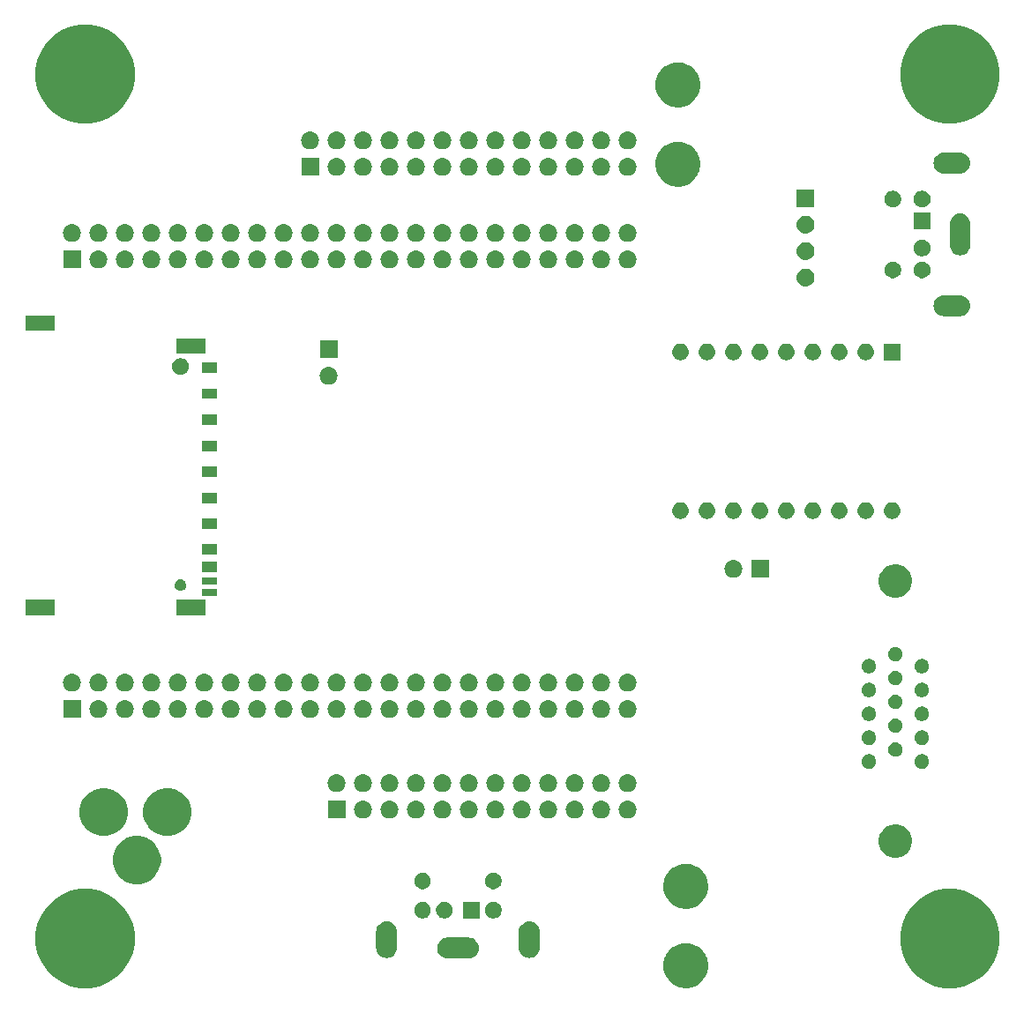
<source format=gbr>
G04 #@! TF.GenerationSoftware,KiCad,Pcbnew,(5.0.2)-1*
G04 #@! TF.CreationDate,2019-11-20T11:58:54-05:00*
G04 #@! TF.ProjectId,RETRO-EP4CE6,52455452-4f2d-4455-9034-4345362e6b69,X2*
G04 #@! TF.SameCoordinates,Original*
G04 #@! TF.FileFunction,Soldermask,Bot*
G04 #@! TF.FilePolarity,Negative*
%FSLAX46Y46*%
G04 Gerber Fmt 4.6, Leading zero omitted, Abs format (unit mm)*
G04 Created by KiCad (PCBNEW (5.0.2)-1) date 11/20/2019 11:58:54 AM*
%MOMM*%
%LPD*%
G01*
G04 APERTURE LIST*
%ADD10C,0.152400*%
G04 APERTURE END LIST*
D10*
G36*
X100389169Y-94420519D02*
X101255889Y-94779526D01*
X102035920Y-95300726D01*
X102699274Y-95964080D01*
X103220474Y-96744111D01*
X103579481Y-97610831D01*
X103762500Y-98530933D01*
X103762500Y-99469067D01*
X103579481Y-100389169D01*
X103220474Y-101255889D01*
X102699274Y-102035920D01*
X102035920Y-102699274D01*
X101255889Y-103220474D01*
X100389169Y-103579481D01*
X99469067Y-103762500D01*
X98530933Y-103762500D01*
X97610831Y-103579481D01*
X96744111Y-103220474D01*
X95964080Y-102699274D01*
X95300726Y-102035920D01*
X94779526Y-101255889D01*
X94420519Y-100389169D01*
X94237500Y-99469067D01*
X94237500Y-98530933D01*
X94420519Y-97610831D01*
X94779526Y-96744111D01*
X95300726Y-95964080D01*
X95964080Y-95300726D01*
X96744111Y-94779526D01*
X97610831Y-94420519D01*
X98530933Y-94237500D01*
X99469067Y-94237500D01*
X100389169Y-94420519D01*
X100389169Y-94420519D01*
G37*
G36*
X17389169Y-94420519D02*
X18255889Y-94779526D01*
X19035920Y-95300726D01*
X19699274Y-95964080D01*
X20220474Y-96744111D01*
X20579481Y-97610831D01*
X20762500Y-98530933D01*
X20762500Y-99469067D01*
X20579481Y-100389169D01*
X20220474Y-101255889D01*
X19699274Y-102035920D01*
X19035920Y-102699274D01*
X18255889Y-103220474D01*
X17389169Y-103579481D01*
X16469067Y-103762500D01*
X15530933Y-103762500D01*
X14610831Y-103579481D01*
X13744111Y-103220474D01*
X12964080Y-102699274D01*
X12300726Y-102035920D01*
X11779526Y-101255889D01*
X11420519Y-100389169D01*
X11237500Y-99469067D01*
X11237500Y-98530933D01*
X11420519Y-97610831D01*
X11779526Y-96744111D01*
X12300726Y-95964080D01*
X12964080Y-95300726D01*
X13744111Y-94779526D01*
X14610831Y-94420519D01*
X15530933Y-94237500D01*
X16469067Y-94237500D01*
X17389169Y-94420519D01*
X17389169Y-94420519D01*
G37*
G36*
X73967614Y-99469067D02*
X74287132Y-99532623D01*
X74449203Y-99599755D01*
X74678406Y-99694694D01*
X75030548Y-99929988D01*
X75330012Y-100229452D01*
X75565306Y-100581594D01*
X75583918Y-100626528D01*
X75697828Y-100901530D01*
X75727377Y-100972869D01*
X75810000Y-101388242D01*
X75810000Y-101811758D01*
X75727377Y-102227131D01*
X75565306Y-102618406D01*
X75330012Y-102970548D01*
X75030548Y-103270012D01*
X74678406Y-103505306D01*
X74499331Y-103579481D01*
X74287132Y-103667377D01*
X74079445Y-103708688D01*
X73871758Y-103750000D01*
X73448242Y-103750000D01*
X73240555Y-103708688D01*
X73032868Y-103667377D01*
X72820669Y-103579481D01*
X72641594Y-103505306D01*
X72289452Y-103270012D01*
X71989988Y-102970548D01*
X71754694Y-102618406D01*
X71592623Y-102227131D01*
X71510000Y-101811758D01*
X71510000Y-101388242D01*
X71592623Y-100972869D01*
X71622173Y-100901530D01*
X71736082Y-100626528D01*
X71754694Y-100581594D01*
X71989988Y-100229452D01*
X72289452Y-99929988D01*
X72641594Y-99694694D01*
X72870797Y-99599755D01*
X73032868Y-99532623D01*
X73352386Y-99469067D01*
X73448242Y-99450000D01*
X73871758Y-99450000D01*
X73967614Y-99469067D01*
X73967614Y-99469067D01*
G37*
G36*
X52982030Y-98930469D02*
X52982033Y-98930470D01*
X52982034Y-98930470D01*
X53170535Y-98987651D01*
X53170537Y-98987652D01*
X53344260Y-99080509D01*
X53496528Y-99205472D01*
X53621491Y-99357740D01*
X53714348Y-99531463D01*
X53771531Y-99719970D01*
X53790838Y-99916000D01*
X53771531Y-100112030D01*
X53771530Y-100112033D01*
X53771530Y-100112034D01*
X53729516Y-100250537D01*
X53714348Y-100300537D01*
X53621491Y-100474260D01*
X53496528Y-100626528D01*
X53344260Y-100751491D01*
X53344258Y-100751492D01*
X53170535Y-100844349D01*
X52982034Y-100901530D01*
X52982033Y-100901530D01*
X52982030Y-100901531D01*
X52835124Y-100916000D01*
X50736876Y-100916000D01*
X50589970Y-100901531D01*
X50589967Y-100901530D01*
X50589966Y-100901530D01*
X50401465Y-100844349D01*
X50227742Y-100751492D01*
X50227740Y-100751491D01*
X50075472Y-100626528D01*
X49950509Y-100474260D01*
X49857652Y-100300537D01*
X49842485Y-100250537D01*
X49800470Y-100112034D01*
X49800470Y-100112033D01*
X49800469Y-100112030D01*
X49781162Y-99916000D01*
X49800469Y-99719970D01*
X49857652Y-99531463D01*
X49950509Y-99357740D01*
X50075472Y-99205472D01*
X50227740Y-99080509D01*
X50401463Y-98987652D01*
X50401465Y-98987651D01*
X50589966Y-98930470D01*
X50589967Y-98930470D01*
X50589970Y-98930469D01*
X50736876Y-98916000D01*
X52835124Y-98916000D01*
X52982030Y-98930469D01*
X52982030Y-98930469D01*
G37*
G36*
X45132029Y-97380469D02*
X45132032Y-97380470D01*
X45132033Y-97380470D01*
X45320534Y-97437651D01*
X45320536Y-97437652D01*
X45320539Y-97437653D01*
X45494258Y-97530507D01*
X45646528Y-97655472D01*
X45771491Y-97807740D01*
X45864348Y-97981463D01*
X45921531Y-98169970D01*
X45936000Y-98316876D01*
X45936000Y-99915124D01*
X45921531Y-100062030D01*
X45921530Y-100062033D01*
X45921530Y-100062034D01*
X45864350Y-100250533D01*
X45864348Y-100250537D01*
X45771491Y-100424260D01*
X45646528Y-100576528D01*
X45494260Y-100701491D01*
X45494258Y-100701492D01*
X45320535Y-100794349D01*
X45132034Y-100851530D01*
X45132033Y-100851530D01*
X45132030Y-100851531D01*
X44936000Y-100870838D01*
X44739971Y-100851531D01*
X44739968Y-100851530D01*
X44739967Y-100851530D01*
X44551466Y-100794349D01*
X44377743Y-100701492D01*
X44377741Y-100701491D01*
X44225473Y-100576528D01*
X44100510Y-100424260D01*
X44007651Y-100250533D01*
X43950469Y-100062035D01*
X43936000Y-99915124D01*
X43936000Y-98316877D01*
X43950469Y-98169971D01*
X43950470Y-98169967D01*
X44007651Y-97981466D01*
X44007652Y-97981464D01*
X44007653Y-97981461D01*
X44100507Y-97807742D01*
X44225472Y-97655472D01*
X44377740Y-97530509D01*
X44551463Y-97437652D01*
X44551465Y-97437651D01*
X44739966Y-97380470D01*
X44739967Y-97380470D01*
X44739970Y-97380469D01*
X44936000Y-97361162D01*
X45132029Y-97380469D01*
X45132029Y-97380469D01*
G37*
G36*
X58832029Y-97380469D02*
X58832032Y-97380470D01*
X58832033Y-97380470D01*
X59020534Y-97437651D01*
X59020536Y-97437652D01*
X59020539Y-97437653D01*
X59194258Y-97530507D01*
X59346528Y-97655472D01*
X59471491Y-97807740D01*
X59564348Y-97981463D01*
X59621531Y-98169970D01*
X59636000Y-98316876D01*
X59636000Y-99915124D01*
X59621531Y-100062030D01*
X59621530Y-100062033D01*
X59621530Y-100062034D01*
X59564350Y-100250533D01*
X59564348Y-100250537D01*
X59471491Y-100424260D01*
X59346528Y-100576528D01*
X59194260Y-100701491D01*
X59194258Y-100701492D01*
X59020535Y-100794349D01*
X58832034Y-100851530D01*
X58832033Y-100851530D01*
X58832030Y-100851531D01*
X58636000Y-100870838D01*
X58439971Y-100851531D01*
X58439968Y-100851530D01*
X58439967Y-100851530D01*
X58251466Y-100794349D01*
X58077743Y-100701492D01*
X58077741Y-100701491D01*
X57925473Y-100576528D01*
X57800510Y-100424260D01*
X57707651Y-100250533D01*
X57650469Y-100062035D01*
X57636000Y-99915124D01*
X57636000Y-98316877D01*
X57650469Y-98169971D01*
X57650470Y-98169967D01*
X57707651Y-97981466D01*
X57707652Y-97981464D01*
X57707653Y-97981461D01*
X57800507Y-97807742D01*
X57925472Y-97655472D01*
X58077740Y-97530509D01*
X58251463Y-97437652D01*
X58251465Y-97437651D01*
X58439966Y-97380470D01*
X58439967Y-97380470D01*
X58439970Y-97380469D01*
X58636000Y-97361162D01*
X58832029Y-97380469D01*
X58832029Y-97380469D01*
G37*
G36*
X50719352Y-95496743D02*
X50864941Y-95557048D01*
X50995973Y-95644601D01*
X51107399Y-95756027D01*
X51194952Y-95887059D01*
X51255257Y-96032648D01*
X51286000Y-96187205D01*
X51286000Y-96344795D01*
X51255257Y-96499352D01*
X51194952Y-96644941D01*
X51107399Y-96775973D01*
X50995973Y-96887399D01*
X50864941Y-96974952D01*
X50719352Y-97035257D01*
X50564795Y-97066000D01*
X50407205Y-97066000D01*
X50252648Y-97035257D01*
X50107059Y-96974952D01*
X49976027Y-96887399D01*
X49864601Y-96775973D01*
X49777048Y-96644941D01*
X49716743Y-96499352D01*
X49686000Y-96344795D01*
X49686000Y-96187205D01*
X49716743Y-96032648D01*
X49777048Y-95887059D01*
X49864601Y-95756027D01*
X49976027Y-95644601D01*
X50107059Y-95557048D01*
X50252648Y-95496743D01*
X50407205Y-95466000D01*
X50564795Y-95466000D01*
X50719352Y-95496743D01*
X50719352Y-95496743D01*
G37*
G36*
X53886000Y-97066000D02*
X52286000Y-97066000D01*
X52286000Y-95466000D01*
X53886000Y-95466000D01*
X53886000Y-97066000D01*
X53886000Y-97066000D01*
G37*
G36*
X55419352Y-95496743D02*
X55564941Y-95557048D01*
X55695973Y-95644601D01*
X55807399Y-95756027D01*
X55894952Y-95887059D01*
X55955257Y-96032648D01*
X55986000Y-96187205D01*
X55986000Y-96344795D01*
X55955257Y-96499352D01*
X55894952Y-96644941D01*
X55807399Y-96775973D01*
X55695973Y-96887399D01*
X55564941Y-96974952D01*
X55419352Y-97035257D01*
X55264795Y-97066000D01*
X55107205Y-97066000D01*
X54952648Y-97035257D01*
X54807059Y-96974952D01*
X54676027Y-96887399D01*
X54564601Y-96775973D01*
X54477048Y-96644941D01*
X54416743Y-96499352D01*
X54386000Y-96344795D01*
X54386000Y-96187205D01*
X54416743Y-96032648D01*
X54477048Y-95887059D01*
X54564601Y-95756027D01*
X54676027Y-95644601D01*
X54807059Y-95557048D01*
X54952648Y-95496743D01*
X55107205Y-95466000D01*
X55264795Y-95466000D01*
X55419352Y-95496743D01*
X55419352Y-95496743D01*
G37*
G36*
X48619352Y-95496743D02*
X48764941Y-95557048D01*
X48895973Y-95644601D01*
X49007399Y-95756027D01*
X49094952Y-95887059D01*
X49155257Y-96032648D01*
X49186000Y-96187205D01*
X49186000Y-96344795D01*
X49155257Y-96499352D01*
X49094952Y-96644941D01*
X49007399Y-96775973D01*
X48895973Y-96887399D01*
X48764941Y-96974952D01*
X48619352Y-97035257D01*
X48464795Y-97066000D01*
X48307205Y-97066000D01*
X48152648Y-97035257D01*
X48007059Y-96974952D01*
X47876027Y-96887399D01*
X47764601Y-96775973D01*
X47677048Y-96644941D01*
X47616743Y-96499352D01*
X47586000Y-96344795D01*
X47586000Y-96187205D01*
X47616743Y-96032648D01*
X47677048Y-95887059D01*
X47764601Y-95756027D01*
X47876027Y-95644601D01*
X48007059Y-95557048D01*
X48152648Y-95496743D01*
X48307205Y-95466000D01*
X48464795Y-95466000D01*
X48619352Y-95496743D01*
X48619352Y-95496743D01*
G37*
G36*
X74079444Y-91871311D02*
X74287132Y-91912623D01*
X74449203Y-91979755D01*
X74678406Y-92074694D01*
X75030548Y-92309988D01*
X75330012Y-92609452D01*
X75565306Y-92961594D01*
X75617275Y-93087059D01*
X75727377Y-93352868D01*
X75765553Y-93544793D01*
X75810000Y-93768242D01*
X75810000Y-94191758D01*
X75727377Y-94607131D01*
X75565306Y-94998406D01*
X75330012Y-95350548D01*
X75030548Y-95650012D01*
X74678406Y-95885306D01*
X74488228Y-95964080D01*
X74287132Y-96047377D01*
X74079444Y-96088689D01*
X73871758Y-96130000D01*
X73448242Y-96130000D01*
X73240555Y-96088688D01*
X73032868Y-96047377D01*
X72831772Y-95964080D01*
X72641594Y-95885306D01*
X72289452Y-95650012D01*
X71989988Y-95350548D01*
X71754694Y-94998406D01*
X71592623Y-94607131D01*
X71510000Y-94191758D01*
X71510000Y-93768242D01*
X71554447Y-93544793D01*
X71592623Y-93352868D01*
X71702725Y-93087059D01*
X71754694Y-92961594D01*
X71989988Y-92609452D01*
X72289452Y-92309988D01*
X72641594Y-92074694D01*
X72870797Y-91979755D01*
X73032868Y-91912623D01*
X73240556Y-91871311D01*
X73448242Y-91830000D01*
X73871758Y-91830000D01*
X74079444Y-91871311D01*
X74079444Y-91871311D01*
G37*
G36*
X55419352Y-92696743D02*
X55564941Y-92757048D01*
X55695973Y-92844601D01*
X55807399Y-92956027D01*
X55894952Y-93087059D01*
X55955257Y-93232648D01*
X55986000Y-93387205D01*
X55986000Y-93544795D01*
X55955257Y-93699352D01*
X55894952Y-93844941D01*
X55807399Y-93975973D01*
X55695973Y-94087399D01*
X55564941Y-94174952D01*
X55419352Y-94235257D01*
X55264795Y-94266000D01*
X55107205Y-94266000D01*
X54952648Y-94235257D01*
X54807059Y-94174952D01*
X54676027Y-94087399D01*
X54564601Y-93975973D01*
X54477048Y-93844941D01*
X54416743Y-93699352D01*
X54386000Y-93544795D01*
X54386000Y-93387205D01*
X54416743Y-93232648D01*
X54477048Y-93087059D01*
X54564601Y-92956027D01*
X54676027Y-92844601D01*
X54807059Y-92757048D01*
X54952648Y-92696743D01*
X55107205Y-92666000D01*
X55264795Y-92666000D01*
X55419352Y-92696743D01*
X55419352Y-92696743D01*
G37*
G36*
X48619352Y-92696743D02*
X48764941Y-92757048D01*
X48895973Y-92844601D01*
X49007399Y-92956027D01*
X49094952Y-93087059D01*
X49155257Y-93232648D01*
X49186000Y-93387205D01*
X49186000Y-93544795D01*
X49155257Y-93699352D01*
X49094952Y-93844941D01*
X49007399Y-93975973D01*
X48895973Y-94087399D01*
X48764941Y-94174952D01*
X48619352Y-94235257D01*
X48464795Y-94266000D01*
X48307205Y-94266000D01*
X48152648Y-94235257D01*
X48007059Y-94174952D01*
X47876027Y-94087399D01*
X47764601Y-93975973D01*
X47677048Y-93844941D01*
X47616743Y-93699352D01*
X47586000Y-93544795D01*
X47586000Y-93387205D01*
X47616743Y-93232648D01*
X47677048Y-93087059D01*
X47764601Y-92956027D01*
X47876027Y-92844601D01*
X48007059Y-92757048D01*
X48152648Y-92696743D01*
X48307205Y-92666000D01*
X48464795Y-92666000D01*
X48619352Y-92696743D01*
X48619352Y-92696743D01*
G37*
G36*
X21650885Y-89256387D02*
X22069459Y-89429766D01*
X22147140Y-89481671D01*
X22446168Y-89681475D01*
X22766525Y-90001832D01*
X23018235Y-90378543D01*
X23191613Y-90797115D01*
X23280000Y-91241468D01*
X23280000Y-91694532D01*
X23191613Y-92138885D01*
X23018235Y-92557457D01*
X22766525Y-92934168D01*
X22446168Y-93254525D01*
X22446165Y-93254527D01*
X22069459Y-93506234D01*
X22069458Y-93506235D01*
X22069457Y-93506235D01*
X21650885Y-93679613D01*
X21206532Y-93768000D01*
X20753468Y-93768000D01*
X20309115Y-93679613D01*
X19890543Y-93506235D01*
X19890542Y-93506235D01*
X19890541Y-93506234D01*
X19513835Y-93254527D01*
X19513832Y-93254525D01*
X19193475Y-92934168D01*
X18941765Y-92557457D01*
X18768387Y-92138885D01*
X18680000Y-91694532D01*
X18680000Y-91241468D01*
X18768387Y-90797115D01*
X18941765Y-90378543D01*
X19193475Y-90001832D01*
X19513832Y-89681475D01*
X19812860Y-89481671D01*
X19890541Y-89429766D01*
X20309115Y-89256387D01*
X20753468Y-89168000D01*
X21206532Y-89168000D01*
X21650885Y-89256387D01*
X21650885Y-89256387D01*
G37*
G36*
X94246043Y-88100745D02*
X94537223Y-88221356D01*
X94799284Y-88396460D01*
X95022139Y-88619315D01*
X95197243Y-88881376D01*
X95317854Y-89172556D01*
X95379340Y-89481671D01*
X95379340Y-89796847D01*
X95317854Y-90105962D01*
X95197243Y-90397142D01*
X95022139Y-90659203D01*
X94799284Y-90882058D01*
X94537223Y-91057162D01*
X94246043Y-91177773D01*
X93936928Y-91239259D01*
X93621752Y-91239259D01*
X93312637Y-91177773D01*
X93021457Y-91057162D01*
X92759396Y-90882058D01*
X92536541Y-90659203D01*
X92361437Y-90397142D01*
X92240826Y-90105962D01*
X92179340Y-89796847D01*
X92179340Y-89481671D01*
X92240826Y-89172556D01*
X92361437Y-88881376D01*
X92536541Y-88619315D01*
X92759396Y-88396460D01*
X93021457Y-88221356D01*
X93312637Y-88100745D01*
X93621752Y-88039259D01*
X93936928Y-88039259D01*
X94246043Y-88100745D01*
X94246043Y-88100745D01*
G37*
G36*
X18450885Y-84656387D02*
X18869459Y-84829766D01*
X18919342Y-84863097D01*
X19246168Y-85081475D01*
X19566525Y-85401832D01*
X19566527Y-85401835D01*
X19816737Y-85776300D01*
X19818235Y-85778543D01*
X19991613Y-86197115D01*
X20080000Y-86641468D01*
X20080000Y-87094532D01*
X19991613Y-87538885D01*
X19818234Y-87957459D01*
X19641903Y-88221357D01*
X19566525Y-88334168D01*
X19246168Y-88654525D01*
X19246165Y-88654527D01*
X18869459Y-88906234D01*
X18869458Y-88906235D01*
X18869457Y-88906235D01*
X18450885Y-89079613D01*
X18006532Y-89168000D01*
X17553468Y-89168000D01*
X17109115Y-89079613D01*
X16690543Y-88906235D01*
X16690542Y-88906235D01*
X16690541Y-88906234D01*
X16313835Y-88654527D01*
X16313832Y-88654525D01*
X15993475Y-88334168D01*
X15918097Y-88221357D01*
X15741766Y-87957459D01*
X15568387Y-87538885D01*
X15480000Y-87094532D01*
X15480000Y-86641468D01*
X15568387Y-86197115D01*
X15741765Y-85778543D01*
X15743264Y-85776300D01*
X15993473Y-85401835D01*
X15993475Y-85401832D01*
X16313832Y-85081475D01*
X16640658Y-84863097D01*
X16690541Y-84829766D01*
X17109115Y-84656387D01*
X17553468Y-84568000D01*
X18006532Y-84568000D01*
X18450885Y-84656387D01*
X18450885Y-84656387D01*
G37*
G36*
X24550885Y-84656387D02*
X24969459Y-84829766D01*
X25019342Y-84863097D01*
X25346168Y-85081475D01*
X25666525Y-85401832D01*
X25666527Y-85401835D01*
X25916737Y-85776300D01*
X25918235Y-85778543D01*
X26091613Y-86197115D01*
X26180000Y-86641468D01*
X26180000Y-87094532D01*
X26091613Y-87538885D01*
X25918234Y-87957459D01*
X25741903Y-88221357D01*
X25666525Y-88334168D01*
X25346168Y-88654525D01*
X25346165Y-88654527D01*
X24969459Y-88906234D01*
X24969458Y-88906235D01*
X24969457Y-88906235D01*
X24550885Y-89079613D01*
X24106532Y-89168000D01*
X23653468Y-89168000D01*
X23209115Y-89079613D01*
X22790543Y-88906235D01*
X22790542Y-88906235D01*
X22790541Y-88906234D01*
X22413835Y-88654527D01*
X22413832Y-88654525D01*
X22093475Y-88334168D01*
X22018097Y-88221357D01*
X21841766Y-87957459D01*
X21668387Y-87538885D01*
X21580000Y-87094532D01*
X21580000Y-86641468D01*
X21668387Y-86197115D01*
X21841765Y-85778543D01*
X21843264Y-85776300D01*
X22093473Y-85401835D01*
X22093475Y-85401832D01*
X22413832Y-85081475D01*
X22740658Y-84863097D01*
X22790541Y-84829766D01*
X23209115Y-84656387D01*
X23653468Y-84568000D01*
X24106532Y-84568000D01*
X24550885Y-84656387D01*
X24550885Y-84656387D01*
G37*
G36*
X65698630Y-85776299D02*
X65858855Y-85824903D01*
X66006520Y-85903831D01*
X66135949Y-86010051D01*
X66242169Y-86139480D01*
X66321097Y-86287145D01*
X66369701Y-86447370D01*
X66386112Y-86614000D01*
X66369701Y-86780630D01*
X66321097Y-86940855D01*
X66242169Y-87088520D01*
X66135949Y-87217949D01*
X66006520Y-87324169D01*
X65858855Y-87403097D01*
X65698630Y-87451701D01*
X65573752Y-87464000D01*
X65490248Y-87464000D01*
X65365370Y-87451701D01*
X65205145Y-87403097D01*
X65057480Y-87324169D01*
X64928051Y-87217949D01*
X64821831Y-87088520D01*
X64742903Y-86940855D01*
X64694299Y-86780630D01*
X64677888Y-86614000D01*
X64694299Y-86447370D01*
X64742903Y-86287145D01*
X64821831Y-86139480D01*
X64928051Y-86010051D01*
X65057480Y-85903831D01*
X65205145Y-85824903D01*
X65365370Y-85776299D01*
X65490248Y-85764000D01*
X65573752Y-85764000D01*
X65698630Y-85776299D01*
X65698630Y-85776299D01*
G37*
G36*
X68238630Y-85776299D02*
X68398855Y-85824903D01*
X68546520Y-85903831D01*
X68675949Y-86010051D01*
X68782169Y-86139480D01*
X68861097Y-86287145D01*
X68909701Y-86447370D01*
X68926112Y-86614000D01*
X68909701Y-86780630D01*
X68861097Y-86940855D01*
X68782169Y-87088520D01*
X68675949Y-87217949D01*
X68546520Y-87324169D01*
X68398855Y-87403097D01*
X68238630Y-87451701D01*
X68113752Y-87464000D01*
X68030248Y-87464000D01*
X67905370Y-87451701D01*
X67745145Y-87403097D01*
X67597480Y-87324169D01*
X67468051Y-87217949D01*
X67361831Y-87088520D01*
X67282903Y-86940855D01*
X67234299Y-86780630D01*
X67217888Y-86614000D01*
X67234299Y-86447370D01*
X67282903Y-86287145D01*
X67361831Y-86139480D01*
X67468051Y-86010051D01*
X67597480Y-85903831D01*
X67745145Y-85824903D01*
X67905370Y-85776299D01*
X68030248Y-85764000D01*
X68113752Y-85764000D01*
X68238630Y-85776299D01*
X68238630Y-85776299D01*
G37*
G36*
X60618630Y-85776299D02*
X60778855Y-85824903D01*
X60926520Y-85903831D01*
X61055949Y-86010051D01*
X61162169Y-86139480D01*
X61241097Y-86287145D01*
X61289701Y-86447370D01*
X61306112Y-86614000D01*
X61289701Y-86780630D01*
X61241097Y-86940855D01*
X61162169Y-87088520D01*
X61055949Y-87217949D01*
X60926520Y-87324169D01*
X60778855Y-87403097D01*
X60618630Y-87451701D01*
X60493752Y-87464000D01*
X60410248Y-87464000D01*
X60285370Y-87451701D01*
X60125145Y-87403097D01*
X59977480Y-87324169D01*
X59848051Y-87217949D01*
X59741831Y-87088520D01*
X59662903Y-86940855D01*
X59614299Y-86780630D01*
X59597888Y-86614000D01*
X59614299Y-86447370D01*
X59662903Y-86287145D01*
X59741831Y-86139480D01*
X59848051Y-86010051D01*
X59977480Y-85903831D01*
X60125145Y-85824903D01*
X60285370Y-85776299D01*
X60410248Y-85764000D01*
X60493752Y-85764000D01*
X60618630Y-85776299D01*
X60618630Y-85776299D01*
G37*
G36*
X58078630Y-85776299D02*
X58238855Y-85824903D01*
X58386520Y-85903831D01*
X58515949Y-86010051D01*
X58622169Y-86139480D01*
X58701097Y-86287145D01*
X58749701Y-86447370D01*
X58766112Y-86614000D01*
X58749701Y-86780630D01*
X58701097Y-86940855D01*
X58622169Y-87088520D01*
X58515949Y-87217949D01*
X58386520Y-87324169D01*
X58238855Y-87403097D01*
X58078630Y-87451701D01*
X57953752Y-87464000D01*
X57870248Y-87464000D01*
X57745370Y-87451701D01*
X57585145Y-87403097D01*
X57437480Y-87324169D01*
X57308051Y-87217949D01*
X57201831Y-87088520D01*
X57122903Y-86940855D01*
X57074299Y-86780630D01*
X57057888Y-86614000D01*
X57074299Y-86447370D01*
X57122903Y-86287145D01*
X57201831Y-86139480D01*
X57308051Y-86010051D01*
X57437480Y-85903831D01*
X57585145Y-85824903D01*
X57745370Y-85776299D01*
X57870248Y-85764000D01*
X57953752Y-85764000D01*
X58078630Y-85776299D01*
X58078630Y-85776299D01*
G37*
G36*
X55538630Y-85776299D02*
X55698855Y-85824903D01*
X55846520Y-85903831D01*
X55975949Y-86010051D01*
X56082169Y-86139480D01*
X56161097Y-86287145D01*
X56209701Y-86447370D01*
X56226112Y-86614000D01*
X56209701Y-86780630D01*
X56161097Y-86940855D01*
X56082169Y-87088520D01*
X55975949Y-87217949D01*
X55846520Y-87324169D01*
X55698855Y-87403097D01*
X55538630Y-87451701D01*
X55413752Y-87464000D01*
X55330248Y-87464000D01*
X55205370Y-87451701D01*
X55045145Y-87403097D01*
X54897480Y-87324169D01*
X54768051Y-87217949D01*
X54661831Y-87088520D01*
X54582903Y-86940855D01*
X54534299Y-86780630D01*
X54517888Y-86614000D01*
X54534299Y-86447370D01*
X54582903Y-86287145D01*
X54661831Y-86139480D01*
X54768051Y-86010051D01*
X54897480Y-85903831D01*
X55045145Y-85824903D01*
X55205370Y-85776299D01*
X55330248Y-85764000D01*
X55413752Y-85764000D01*
X55538630Y-85776299D01*
X55538630Y-85776299D01*
G37*
G36*
X52998630Y-85776299D02*
X53158855Y-85824903D01*
X53306520Y-85903831D01*
X53435949Y-86010051D01*
X53542169Y-86139480D01*
X53621097Y-86287145D01*
X53669701Y-86447370D01*
X53686112Y-86614000D01*
X53669701Y-86780630D01*
X53621097Y-86940855D01*
X53542169Y-87088520D01*
X53435949Y-87217949D01*
X53306520Y-87324169D01*
X53158855Y-87403097D01*
X52998630Y-87451701D01*
X52873752Y-87464000D01*
X52790248Y-87464000D01*
X52665370Y-87451701D01*
X52505145Y-87403097D01*
X52357480Y-87324169D01*
X52228051Y-87217949D01*
X52121831Y-87088520D01*
X52042903Y-86940855D01*
X51994299Y-86780630D01*
X51977888Y-86614000D01*
X51994299Y-86447370D01*
X52042903Y-86287145D01*
X52121831Y-86139480D01*
X52228051Y-86010051D01*
X52357480Y-85903831D01*
X52505145Y-85824903D01*
X52665370Y-85776299D01*
X52790248Y-85764000D01*
X52873752Y-85764000D01*
X52998630Y-85776299D01*
X52998630Y-85776299D01*
G37*
G36*
X50458630Y-85776299D02*
X50618855Y-85824903D01*
X50766520Y-85903831D01*
X50895949Y-86010051D01*
X51002169Y-86139480D01*
X51081097Y-86287145D01*
X51129701Y-86447370D01*
X51146112Y-86614000D01*
X51129701Y-86780630D01*
X51081097Y-86940855D01*
X51002169Y-87088520D01*
X50895949Y-87217949D01*
X50766520Y-87324169D01*
X50618855Y-87403097D01*
X50458630Y-87451701D01*
X50333752Y-87464000D01*
X50250248Y-87464000D01*
X50125370Y-87451701D01*
X49965145Y-87403097D01*
X49817480Y-87324169D01*
X49688051Y-87217949D01*
X49581831Y-87088520D01*
X49502903Y-86940855D01*
X49454299Y-86780630D01*
X49437888Y-86614000D01*
X49454299Y-86447370D01*
X49502903Y-86287145D01*
X49581831Y-86139480D01*
X49688051Y-86010051D01*
X49817480Y-85903831D01*
X49965145Y-85824903D01*
X50125370Y-85776299D01*
X50250248Y-85764000D01*
X50333752Y-85764000D01*
X50458630Y-85776299D01*
X50458630Y-85776299D01*
G37*
G36*
X47918630Y-85776299D02*
X48078855Y-85824903D01*
X48226520Y-85903831D01*
X48355949Y-86010051D01*
X48462169Y-86139480D01*
X48541097Y-86287145D01*
X48589701Y-86447370D01*
X48606112Y-86614000D01*
X48589701Y-86780630D01*
X48541097Y-86940855D01*
X48462169Y-87088520D01*
X48355949Y-87217949D01*
X48226520Y-87324169D01*
X48078855Y-87403097D01*
X47918630Y-87451701D01*
X47793752Y-87464000D01*
X47710248Y-87464000D01*
X47585370Y-87451701D01*
X47425145Y-87403097D01*
X47277480Y-87324169D01*
X47148051Y-87217949D01*
X47041831Y-87088520D01*
X46962903Y-86940855D01*
X46914299Y-86780630D01*
X46897888Y-86614000D01*
X46914299Y-86447370D01*
X46962903Y-86287145D01*
X47041831Y-86139480D01*
X47148051Y-86010051D01*
X47277480Y-85903831D01*
X47425145Y-85824903D01*
X47585370Y-85776299D01*
X47710248Y-85764000D01*
X47793752Y-85764000D01*
X47918630Y-85776299D01*
X47918630Y-85776299D01*
G37*
G36*
X45378630Y-85776299D02*
X45538855Y-85824903D01*
X45686520Y-85903831D01*
X45815949Y-86010051D01*
X45922169Y-86139480D01*
X46001097Y-86287145D01*
X46049701Y-86447370D01*
X46066112Y-86614000D01*
X46049701Y-86780630D01*
X46001097Y-86940855D01*
X45922169Y-87088520D01*
X45815949Y-87217949D01*
X45686520Y-87324169D01*
X45538855Y-87403097D01*
X45378630Y-87451701D01*
X45253752Y-87464000D01*
X45170248Y-87464000D01*
X45045370Y-87451701D01*
X44885145Y-87403097D01*
X44737480Y-87324169D01*
X44608051Y-87217949D01*
X44501831Y-87088520D01*
X44422903Y-86940855D01*
X44374299Y-86780630D01*
X44357888Y-86614000D01*
X44374299Y-86447370D01*
X44422903Y-86287145D01*
X44501831Y-86139480D01*
X44608051Y-86010051D01*
X44737480Y-85903831D01*
X44885145Y-85824903D01*
X45045370Y-85776299D01*
X45170248Y-85764000D01*
X45253752Y-85764000D01*
X45378630Y-85776299D01*
X45378630Y-85776299D01*
G37*
G36*
X42838630Y-85776299D02*
X42998855Y-85824903D01*
X43146520Y-85903831D01*
X43275949Y-86010051D01*
X43382169Y-86139480D01*
X43461097Y-86287145D01*
X43509701Y-86447370D01*
X43526112Y-86614000D01*
X43509701Y-86780630D01*
X43461097Y-86940855D01*
X43382169Y-87088520D01*
X43275949Y-87217949D01*
X43146520Y-87324169D01*
X42998855Y-87403097D01*
X42838630Y-87451701D01*
X42713752Y-87464000D01*
X42630248Y-87464000D01*
X42505370Y-87451701D01*
X42345145Y-87403097D01*
X42197480Y-87324169D01*
X42068051Y-87217949D01*
X41961831Y-87088520D01*
X41882903Y-86940855D01*
X41834299Y-86780630D01*
X41817888Y-86614000D01*
X41834299Y-86447370D01*
X41882903Y-86287145D01*
X41961831Y-86139480D01*
X42068051Y-86010051D01*
X42197480Y-85903831D01*
X42345145Y-85824903D01*
X42505370Y-85776299D01*
X42630248Y-85764000D01*
X42713752Y-85764000D01*
X42838630Y-85776299D01*
X42838630Y-85776299D01*
G37*
G36*
X40982000Y-87464000D02*
X39282000Y-87464000D01*
X39282000Y-85764000D01*
X40982000Y-85764000D01*
X40982000Y-87464000D01*
X40982000Y-87464000D01*
G37*
G36*
X63158630Y-85776299D02*
X63318855Y-85824903D01*
X63466520Y-85903831D01*
X63595949Y-86010051D01*
X63702169Y-86139480D01*
X63781097Y-86287145D01*
X63829701Y-86447370D01*
X63846112Y-86614000D01*
X63829701Y-86780630D01*
X63781097Y-86940855D01*
X63702169Y-87088520D01*
X63595949Y-87217949D01*
X63466520Y-87324169D01*
X63318855Y-87403097D01*
X63158630Y-87451701D01*
X63033752Y-87464000D01*
X62950248Y-87464000D01*
X62825370Y-87451701D01*
X62665145Y-87403097D01*
X62517480Y-87324169D01*
X62388051Y-87217949D01*
X62281831Y-87088520D01*
X62202903Y-86940855D01*
X62154299Y-86780630D01*
X62137888Y-86614000D01*
X62154299Y-86447370D01*
X62202903Y-86287145D01*
X62281831Y-86139480D01*
X62388051Y-86010051D01*
X62517480Y-85903831D01*
X62665145Y-85824903D01*
X62825370Y-85776299D01*
X62950248Y-85764000D01*
X63033752Y-85764000D01*
X63158630Y-85776299D01*
X63158630Y-85776299D01*
G37*
G36*
X50458630Y-83236299D02*
X50618855Y-83284903D01*
X50766520Y-83363831D01*
X50895949Y-83470051D01*
X51002169Y-83599480D01*
X51081097Y-83747145D01*
X51129701Y-83907370D01*
X51146112Y-84074000D01*
X51129701Y-84240630D01*
X51081097Y-84400855D01*
X51002169Y-84548520D01*
X50895949Y-84677949D01*
X50766520Y-84784169D01*
X50618855Y-84863097D01*
X50458630Y-84911701D01*
X50333752Y-84924000D01*
X50250248Y-84924000D01*
X50125370Y-84911701D01*
X49965145Y-84863097D01*
X49817480Y-84784169D01*
X49688051Y-84677949D01*
X49581831Y-84548520D01*
X49502903Y-84400855D01*
X49454299Y-84240630D01*
X49437888Y-84074000D01*
X49454299Y-83907370D01*
X49502903Y-83747145D01*
X49581831Y-83599480D01*
X49688051Y-83470051D01*
X49817480Y-83363831D01*
X49965145Y-83284903D01*
X50125370Y-83236299D01*
X50250248Y-83224000D01*
X50333752Y-83224000D01*
X50458630Y-83236299D01*
X50458630Y-83236299D01*
G37*
G36*
X68238630Y-83236299D02*
X68398855Y-83284903D01*
X68546520Y-83363831D01*
X68675949Y-83470051D01*
X68782169Y-83599480D01*
X68861097Y-83747145D01*
X68909701Y-83907370D01*
X68926112Y-84074000D01*
X68909701Y-84240630D01*
X68861097Y-84400855D01*
X68782169Y-84548520D01*
X68675949Y-84677949D01*
X68546520Y-84784169D01*
X68398855Y-84863097D01*
X68238630Y-84911701D01*
X68113752Y-84924000D01*
X68030248Y-84924000D01*
X67905370Y-84911701D01*
X67745145Y-84863097D01*
X67597480Y-84784169D01*
X67468051Y-84677949D01*
X67361831Y-84548520D01*
X67282903Y-84400855D01*
X67234299Y-84240630D01*
X67217888Y-84074000D01*
X67234299Y-83907370D01*
X67282903Y-83747145D01*
X67361831Y-83599480D01*
X67468051Y-83470051D01*
X67597480Y-83363831D01*
X67745145Y-83284903D01*
X67905370Y-83236299D01*
X68030248Y-83224000D01*
X68113752Y-83224000D01*
X68238630Y-83236299D01*
X68238630Y-83236299D01*
G37*
G36*
X45378630Y-83236299D02*
X45538855Y-83284903D01*
X45686520Y-83363831D01*
X45815949Y-83470051D01*
X45922169Y-83599480D01*
X46001097Y-83747145D01*
X46049701Y-83907370D01*
X46066112Y-84074000D01*
X46049701Y-84240630D01*
X46001097Y-84400855D01*
X45922169Y-84548520D01*
X45815949Y-84677949D01*
X45686520Y-84784169D01*
X45538855Y-84863097D01*
X45378630Y-84911701D01*
X45253752Y-84924000D01*
X45170248Y-84924000D01*
X45045370Y-84911701D01*
X44885145Y-84863097D01*
X44737480Y-84784169D01*
X44608051Y-84677949D01*
X44501831Y-84548520D01*
X44422903Y-84400855D01*
X44374299Y-84240630D01*
X44357888Y-84074000D01*
X44374299Y-83907370D01*
X44422903Y-83747145D01*
X44501831Y-83599480D01*
X44608051Y-83470051D01*
X44737480Y-83363831D01*
X44885145Y-83284903D01*
X45045370Y-83236299D01*
X45170248Y-83224000D01*
X45253752Y-83224000D01*
X45378630Y-83236299D01*
X45378630Y-83236299D01*
G37*
G36*
X65698630Y-83236299D02*
X65858855Y-83284903D01*
X66006520Y-83363831D01*
X66135949Y-83470051D01*
X66242169Y-83599480D01*
X66321097Y-83747145D01*
X66369701Y-83907370D01*
X66386112Y-84074000D01*
X66369701Y-84240630D01*
X66321097Y-84400855D01*
X66242169Y-84548520D01*
X66135949Y-84677949D01*
X66006520Y-84784169D01*
X65858855Y-84863097D01*
X65698630Y-84911701D01*
X65573752Y-84924000D01*
X65490248Y-84924000D01*
X65365370Y-84911701D01*
X65205145Y-84863097D01*
X65057480Y-84784169D01*
X64928051Y-84677949D01*
X64821831Y-84548520D01*
X64742903Y-84400855D01*
X64694299Y-84240630D01*
X64677888Y-84074000D01*
X64694299Y-83907370D01*
X64742903Y-83747145D01*
X64821831Y-83599480D01*
X64928051Y-83470051D01*
X65057480Y-83363831D01*
X65205145Y-83284903D01*
X65365370Y-83236299D01*
X65490248Y-83224000D01*
X65573752Y-83224000D01*
X65698630Y-83236299D01*
X65698630Y-83236299D01*
G37*
G36*
X47918630Y-83236299D02*
X48078855Y-83284903D01*
X48226520Y-83363831D01*
X48355949Y-83470051D01*
X48462169Y-83599480D01*
X48541097Y-83747145D01*
X48589701Y-83907370D01*
X48606112Y-84074000D01*
X48589701Y-84240630D01*
X48541097Y-84400855D01*
X48462169Y-84548520D01*
X48355949Y-84677949D01*
X48226520Y-84784169D01*
X48078855Y-84863097D01*
X47918630Y-84911701D01*
X47793752Y-84924000D01*
X47710248Y-84924000D01*
X47585370Y-84911701D01*
X47425145Y-84863097D01*
X47277480Y-84784169D01*
X47148051Y-84677949D01*
X47041831Y-84548520D01*
X46962903Y-84400855D01*
X46914299Y-84240630D01*
X46897888Y-84074000D01*
X46914299Y-83907370D01*
X46962903Y-83747145D01*
X47041831Y-83599480D01*
X47148051Y-83470051D01*
X47277480Y-83363831D01*
X47425145Y-83284903D01*
X47585370Y-83236299D01*
X47710248Y-83224000D01*
X47793752Y-83224000D01*
X47918630Y-83236299D01*
X47918630Y-83236299D01*
G37*
G36*
X63158630Y-83236299D02*
X63318855Y-83284903D01*
X63466520Y-83363831D01*
X63595949Y-83470051D01*
X63702169Y-83599480D01*
X63781097Y-83747145D01*
X63829701Y-83907370D01*
X63846112Y-84074000D01*
X63829701Y-84240630D01*
X63781097Y-84400855D01*
X63702169Y-84548520D01*
X63595949Y-84677949D01*
X63466520Y-84784169D01*
X63318855Y-84863097D01*
X63158630Y-84911701D01*
X63033752Y-84924000D01*
X62950248Y-84924000D01*
X62825370Y-84911701D01*
X62665145Y-84863097D01*
X62517480Y-84784169D01*
X62388051Y-84677949D01*
X62281831Y-84548520D01*
X62202903Y-84400855D01*
X62154299Y-84240630D01*
X62137888Y-84074000D01*
X62154299Y-83907370D01*
X62202903Y-83747145D01*
X62281831Y-83599480D01*
X62388051Y-83470051D01*
X62517480Y-83363831D01*
X62665145Y-83284903D01*
X62825370Y-83236299D01*
X62950248Y-83224000D01*
X63033752Y-83224000D01*
X63158630Y-83236299D01*
X63158630Y-83236299D01*
G37*
G36*
X42838630Y-83236299D02*
X42998855Y-83284903D01*
X43146520Y-83363831D01*
X43275949Y-83470051D01*
X43382169Y-83599480D01*
X43461097Y-83747145D01*
X43509701Y-83907370D01*
X43526112Y-84074000D01*
X43509701Y-84240630D01*
X43461097Y-84400855D01*
X43382169Y-84548520D01*
X43275949Y-84677949D01*
X43146520Y-84784169D01*
X42998855Y-84863097D01*
X42838630Y-84911701D01*
X42713752Y-84924000D01*
X42630248Y-84924000D01*
X42505370Y-84911701D01*
X42345145Y-84863097D01*
X42197480Y-84784169D01*
X42068051Y-84677949D01*
X41961831Y-84548520D01*
X41882903Y-84400855D01*
X41834299Y-84240630D01*
X41817888Y-84074000D01*
X41834299Y-83907370D01*
X41882903Y-83747145D01*
X41961831Y-83599480D01*
X42068051Y-83470051D01*
X42197480Y-83363831D01*
X42345145Y-83284903D01*
X42505370Y-83236299D01*
X42630248Y-83224000D01*
X42713752Y-83224000D01*
X42838630Y-83236299D01*
X42838630Y-83236299D01*
G37*
G36*
X58078630Y-83236299D02*
X58238855Y-83284903D01*
X58386520Y-83363831D01*
X58515949Y-83470051D01*
X58622169Y-83599480D01*
X58701097Y-83747145D01*
X58749701Y-83907370D01*
X58766112Y-84074000D01*
X58749701Y-84240630D01*
X58701097Y-84400855D01*
X58622169Y-84548520D01*
X58515949Y-84677949D01*
X58386520Y-84784169D01*
X58238855Y-84863097D01*
X58078630Y-84911701D01*
X57953752Y-84924000D01*
X57870248Y-84924000D01*
X57745370Y-84911701D01*
X57585145Y-84863097D01*
X57437480Y-84784169D01*
X57308051Y-84677949D01*
X57201831Y-84548520D01*
X57122903Y-84400855D01*
X57074299Y-84240630D01*
X57057888Y-84074000D01*
X57074299Y-83907370D01*
X57122903Y-83747145D01*
X57201831Y-83599480D01*
X57308051Y-83470051D01*
X57437480Y-83363831D01*
X57585145Y-83284903D01*
X57745370Y-83236299D01*
X57870248Y-83224000D01*
X57953752Y-83224000D01*
X58078630Y-83236299D01*
X58078630Y-83236299D01*
G37*
G36*
X40298630Y-83236299D02*
X40458855Y-83284903D01*
X40606520Y-83363831D01*
X40735949Y-83470051D01*
X40842169Y-83599480D01*
X40921097Y-83747145D01*
X40969701Y-83907370D01*
X40986112Y-84074000D01*
X40969701Y-84240630D01*
X40921097Y-84400855D01*
X40842169Y-84548520D01*
X40735949Y-84677949D01*
X40606520Y-84784169D01*
X40458855Y-84863097D01*
X40298630Y-84911701D01*
X40173752Y-84924000D01*
X40090248Y-84924000D01*
X39965370Y-84911701D01*
X39805145Y-84863097D01*
X39657480Y-84784169D01*
X39528051Y-84677949D01*
X39421831Y-84548520D01*
X39342903Y-84400855D01*
X39294299Y-84240630D01*
X39277888Y-84074000D01*
X39294299Y-83907370D01*
X39342903Y-83747145D01*
X39421831Y-83599480D01*
X39528051Y-83470051D01*
X39657480Y-83363831D01*
X39805145Y-83284903D01*
X39965370Y-83236299D01*
X40090248Y-83224000D01*
X40173752Y-83224000D01*
X40298630Y-83236299D01*
X40298630Y-83236299D01*
G37*
G36*
X55538630Y-83236299D02*
X55698855Y-83284903D01*
X55846520Y-83363831D01*
X55975949Y-83470051D01*
X56082169Y-83599480D01*
X56161097Y-83747145D01*
X56209701Y-83907370D01*
X56226112Y-84074000D01*
X56209701Y-84240630D01*
X56161097Y-84400855D01*
X56082169Y-84548520D01*
X55975949Y-84677949D01*
X55846520Y-84784169D01*
X55698855Y-84863097D01*
X55538630Y-84911701D01*
X55413752Y-84924000D01*
X55330248Y-84924000D01*
X55205370Y-84911701D01*
X55045145Y-84863097D01*
X54897480Y-84784169D01*
X54768051Y-84677949D01*
X54661831Y-84548520D01*
X54582903Y-84400855D01*
X54534299Y-84240630D01*
X54517888Y-84074000D01*
X54534299Y-83907370D01*
X54582903Y-83747145D01*
X54661831Y-83599480D01*
X54768051Y-83470051D01*
X54897480Y-83363831D01*
X55045145Y-83284903D01*
X55205370Y-83236299D01*
X55330248Y-83224000D01*
X55413752Y-83224000D01*
X55538630Y-83236299D01*
X55538630Y-83236299D01*
G37*
G36*
X52998630Y-83236299D02*
X53158855Y-83284903D01*
X53306520Y-83363831D01*
X53435949Y-83470051D01*
X53542169Y-83599480D01*
X53621097Y-83747145D01*
X53669701Y-83907370D01*
X53686112Y-84074000D01*
X53669701Y-84240630D01*
X53621097Y-84400855D01*
X53542169Y-84548520D01*
X53435949Y-84677949D01*
X53306520Y-84784169D01*
X53158855Y-84863097D01*
X52998630Y-84911701D01*
X52873752Y-84924000D01*
X52790248Y-84924000D01*
X52665370Y-84911701D01*
X52505145Y-84863097D01*
X52357480Y-84784169D01*
X52228051Y-84677949D01*
X52121831Y-84548520D01*
X52042903Y-84400855D01*
X51994299Y-84240630D01*
X51977888Y-84074000D01*
X51994299Y-83907370D01*
X52042903Y-83747145D01*
X52121831Y-83599480D01*
X52228051Y-83470051D01*
X52357480Y-83363831D01*
X52505145Y-83284903D01*
X52665370Y-83236299D01*
X52790248Y-83224000D01*
X52873752Y-83224000D01*
X52998630Y-83236299D01*
X52998630Y-83236299D01*
G37*
G36*
X60618630Y-83236299D02*
X60778855Y-83284903D01*
X60926520Y-83363831D01*
X61055949Y-83470051D01*
X61162169Y-83599480D01*
X61241097Y-83747145D01*
X61289701Y-83907370D01*
X61306112Y-84074000D01*
X61289701Y-84240630D01*
X61241097Y-84400855D01*
X61162169Y-84548520D01*
X61055949Y-84677949D01*
X60926520Y-84784169D01*
X60778855Y-84863097D01*
X60618630Y-84911701D01*
X60493752Y-84924000D01*
X60410248Y-84924000D01*
X60285370Y-84911701D01*
X60125145Y-84863097D01*
X59977480Y-84784169D01*
X59848051Y-84677949D01*
X59741831Y-84548520D01*
X59662903Y-84400855D01*
X59614299Y-84240630D01*
X59597888Y-84074000D01*
X59614299Y-83907370D01*
X59662903Y-83747145D01*
X59741831Y-83599480D01*
X59848051Y-83470051D01*
X59977480Y-83363831D01*
X60125145Y-83284903D01*
X60285370Y-83236299D01*
X60410248Y-83224000D01*
X60493752Y-83224000D01*
X60618630Y-83236299D01*
X60618630Y-83236299D01*
G37*
G36*
X96523085Y-81322201D02*
X96650203Y-81374855D01*
X96764611Y-81451300D01*
X96861899Y-81548588D01*
X96938344Y-81662996D01*
X96990998Y-81790114D01*
X97017840Y-81925061D01*
X97017840Y-82062657D01*
X96990998Y-82197604D01*
X96938344Y-82324722D01*
X96861899Y-82439130D01*
X96764611Y-82536418D01*
X96650203Y-82612863D01*
X96523085Y-82665517D01*
X96388138Y-82692359D01*
X96250542Y-82692359D01*
X96115595Y-82665517D01*
X95988477Y-82612863D01*
X95874069Y-82536418D01*
X95776781Y-82439130D01*
X95700336Y-82324722D01*
X95647682Y-82197604D01*
X95620840Y-82062657D01*
X95620840Y-81925061D01*
X95647682Y-81790114D01*
X95700336Y-81662996D01*
X95776781Y-81548588D01*
X95874069Y-81451300D01*
X95988477Y-81374855D01*
X96115595Y-81322201D01*
X96250542Y-81295359D01*
X96388138Y-81295359D01*
X96523085Y-81322201D01*
X96523085Y-81322201D01*
G37*
G36*
X91443085Y-81322201D02*
X91570203Y-81374855D01*
X91684611Y-81451300D01*
X91781899Y-81548588D01*
X91858344Y-81662996D01*
X91910998Y-81790114D01*
X91937840Y-81925061D01*
X91937840Y-82062657D01*
X91910998Y-82197604D01*
X91858344Y-82324722D01*
X91781899Y-82439130D01*
X91684611Y-82536418D01*
X91570203Y-82612863D01*
X91443085Y-82665517D01*
X91308138Y-82692359D01*
X91170542Y-82692359D01*
X91035595Y-82665517D01*
X90908477Y-82612863D01*
X90794069Y-82536418D01*
X90696781Y-82439130D01*
X90620336Y-82324722D01*
X90567682Y-82197604D01*
X90540840Y-82062657D01*
X90540840Y-81925061D01*
X90567682Y-81790114D01*
X90620336Y-81662996D01*
X90696781Y-81548588D01*
X90794069Y-81451300D01*
X90908477Y-81374855D01*
X91035595Y-81322201D01*
X91170542Y-81295359D01*
X91308138Y-81295359D01*
X91443085Y-81322201D01*
X91443085Y-81322201D01*
G37*
G36*
X93983085Y-80179201D02*
X94110203Y-80231855D01*
X94224611Y-80308300D01*
X94321899Y-80405588D01*
X94398344Y-80519996D01*
X94450998Y-80647114D01*
X94477840Y-80782061D01*
X94477840Y-80919657D01*
X94450998Y-81054604D01*
X94398344Y-81181722D01*
X94321899Y-81296130D01*
X94224611Y-81393418D01*
X94110203Y-81469863D01*
X93983085Y-81522517D01*
X93848138Y-81549359D01*
X93710542Y-81549359D01*
X93575595Y-81522517D01*
X93448477Y-81469863D01*
X93334069Y-81393418D01*
X93236781Y-81296130D01*
X93160336Y-81181722D01*
X93107682Y-81054604D01*
X93080840Y-80919657D01*
X93080840Y-80782061D01*
X93107682Y-80647114D01*
X93160336Y-80519996D01*
X93236781Y-80405588D01*
X93334069Y-80308300D01*
X93448477Y-80231855D01*
X93575595Y-80179201D01*
X93710542Y-80152359D01*
X93848138Y-80152359D01*
X93983085Y-80179201D01*
X93983085Y-80179201D01*
G37*
G36*
X96523085Y-79033661D02*
X96650203Y-79086315D01*
X96764611Y-79162760D01*
X96861899Y-79260048D01*
X96938344Y-79374456D01*
X96990998Y-79501574D01*
X97017840Y-79636521D01*
X97017840Y-79774117D01*
X96990998Y-79909064D01*
X96938344Y-80036182D01*
X96861899Y-80150590D01*
X96764611Y-80247878D01*
X96650203Y-80324323D01*
X96523085Y-80376977D01*
X96388138Y-80403819D01*
X96250542Y-80403819D01*
X96115595Y-80376977D01*
X95988477Y-80324323D01*
X95874069Y-80247878D01*
X95776781Y-80150590D01*
X95700336Y-80036182D01*
X95647682Y-79909064D01*
X95620840Y-79774117D01*
X95620840Y-79636521D01*
X95647682Y-79501574D01*
X95700336Y-79374456D01*
X95776781Y-79260048D01*
X95874069Y-79162760D01*
X95988477Y-79086315D01*
X96115595Y-79033661D01*
X96250542Y-79006819D01*
X96388138Y-79006819D01*
X96523085Y-79033661D01*
X96523085Y-79033661D01*
G37*
G36*
X91443085Y-79033661D02*
X91570203Y-79086315D01*
X91684611Y-79162760D01*
X91781899Y-79260048D01*
X91858344Y-79374456D01*
X91910998Y-79501574D01*
X91937840Y-79636521D01*
X91937840Y-79774117D01*
X91910998Y-79909064D01*
X91858344Y-80036182D01*
X91781899Y-80150590D01*
X91684611Y-80247878D01*
X91570203Y-80324323D01*
X91443085Y-80376977D01*
X91308138Y-80403819D01*
X91170542Y-80403819D01*
X91035595Y-80376977D01*
X90908477Y-80324323D01*
X90794069Y-80247878D01*
X90696781Y-80150590D01*
X90620336Y-80036182D01*
X90567682Y-79909064D01*
X90540840Y-79774117D01*
X90540840Y-79636521D01*
X90567682Y-79501574D01*
X90620336Y-79374456D01*
X90696781Y-79260048D01*
X90794069Y-79162760D01*
X90908477Y-79086315D01*
X91035595Y-79033661D01*
X91170542Y-79006819D01*
X91308138Y-79006819D01*
X91443085Y-79033661D01*
X91443085Y-79033661D01*
G37*
G36*
X93983085Y-77888121D02*
X94110203Y-77940775D01*
X94224611Y-78017220D01*
X94321899Y-78114508D01*
X94398344Y-78228916D01*
X94450998Y-78356034D01*
X94477840Y-78490981D01*
X94477840Y-78628577D01*
X94450998Y-78763524D01*
X94398344Y-78890642D01*
X94321899Y-79005050D01*
X94224611Y-79102338D01*
X94110203Y-79178783D01*
X93983085Y-79231437D01*
X93848138Y-79258279D01*
X93710542Y-79258279D01*
X93575595Y-79231437D01*
X93448477Y-79178783D01*
X93334069Y-79102338D01*
X93236781Y-79005050D01*
X93160336Y-78890642D01*
X93107682Y-78763524D01*
X93080840Y-78628577D01*
X93080840Y-78490981D01*
X93107682Y-78356034D01*
X93160336Y-78228916D01*
X93236781Y-78114508D01*
X93334069Y-78017220D01*
X93448477Y-77940775D01*
X93575595Y-77888121D01*
X93710542Y-77861279D01*
X93848138Y-77861279D01*
X93983085Y-77888121D01*
X93983085Y-77888121D01*
G37*
G36*
X96520545Y-76742581D02*
X96647663Y-76795235D01*
X96762071Y-76871680D01*
X96859359Y-76968968D01*
X96935804Y-77083376D01*
X96988458Y-77210494D01*
X97015300Y-77345441D01*
X97015300Y-77483037D01*
X96988458Y-77617984D01*
X96935804Y-77745102D01*
X96859359Y-77859510D01*
X96762071Y-77956798D01*
X96647663Y-78033243D01*
X96520545Y-78085897D01*
X96385598Y-78112739D01*
X96248002Y-78112739D01*
X96113055Y-78085897D01*
X95985937Y-78033243D01*
X95871529Y-77956798D01*
X95774241Y-77859510D01*
X95697796Y-77745102D01*
X95645142Y-77617984D01*
X95618300Y-77483037D01*
X95618300Y-77345441D01*
X95645142Y-77210494D01*
X95697796Y-77083376D01*
X95774241Y-76968968D01*
X95871529Y-76871680D01*
X95985937Y-76795235D01*
X96113055Y-76742581D01*
X96248002Y-76715739D01*
X96385598Y-76715739D01*
X96520545Y-76742581D01*
X96520545Y-76742581D01*
G37*
G36*
X91443085Y-76740041D02*
X91570203Y-76792695D01*
X91684611Y-76869140D01*
X91781899Y-76966428D01*
X91858344Y-77080836D01*
X91910998Y-77207954D01*
X91937840Y-77342901D01*
X91937840Y-77480497D01*
X91910998Y-77615444D01*
X91858344Y-77742562D01*
X91781899Y-77856970D01*
X91684611Y-77954258D01*
X91570203Y-78030703D01*
X91443085Y-78083357D01*
X91308138Y-78110199D01*
X91170542Y-78110199D01*
X91035595Y-78083357D01*
X90908477Y-78030703D01*
X90794069Y-77954258D01*
X90696781Y-77856970D01*
X90620336Y-77742562D01*
X90567682Y-77615444D01*
X90540840Y-77480497D01*
X90540840Y-77342901D01*
X90567682Y-77207954D01*
X90620336Y-77080836D01*
X90696781Y-76966428D01*
X90794069Y-76869140D01*
X90908477Y-76792695D01*
X91035595Y-76740041D01*
X91170542Y-76713199D01*
X91308138Y-76713199D01*
X91443085Y-76740041D01*
X91443085Y-76740041D01*
G37*
G36*
X37758630Y-76124299D02*
X37918855Y-76172903D01*
X38066520Y-76251831D01*
X38195949Y-76358051D01*
X38302169Y-76487480D01*
X38381097Y-76635145D01*
X38429701Y-76795370D01*
X38446112Y-76962000D01*
X38429701Y-77128630D01*
X38381097Y-77288855D01*
X38302169Y-77436520D01*
X38195949Y-77565949D01*
X38066520Y-77672169D01*
X37918855Y-77751097D01*
X37758630Y-77799701D01*
X37633752Y-77812000D01*
X37550248Y-77812000D01*
X37425370Y-77799701D01*
X37265145Y-77751097D01*
X37117480Y-77672169D01*
X36988051Y-77565949D01*
X36881831Y-77436520D01*
X36802903Y-77288855D01*
X36754299Y-77128630D01*
X36737888Y-76962000D01*
X36754299Y-76795370D01*
X36802903Y-76635145D01*
X36881831Y-76487480D01*
X36988051Y-76358051D01*
X37117480Y-76251831D01*
X37265145Y-76172903D01*
X37425370Y-76124299D01*
X37550248Y-76112000D01*
X37633752Y-76112000D01*
X37758630Y-76124299D01*
X37758630Y-76124299D01*
G37*
G36*
X15582000Y-77812000D02*
X13882000Y-77812000D01*
X13882000Y-76112000D01*
X15582000Y-76112000D01*
X15582000Y-77812000D01*
X15582000Y-77812000D01*
G37*
G36*
X19978630Y-76124299D02*
X20138855Y-76172903D01*
X20286520Y-76251831D01*
X20415949Y-76358051D01*
X20522169Y-76487480D01*
X20601097Y-76635145D01*
X20649701Y-76795370D01*
X20666112Y-76962000D01*
X20649701Y-77128630D01*
X20601097Y-77288855D01*
X20522169Y-77436520D01*
X20415949Y-77565949D01*
X20286520Y-77672169D01*
X20138855Y-77751097D01*
X19978630Y-77799701D01*
X19853752Y-77812000D01*
X19770248Y-77812000D01*
X19645370Y-77799701D01*
X19485145Y-77751097D01*
X19337480Y-77672169D01*
X19208051Y-77565949D01*
X19101831Y-77436520D01*
X19022903Y-77288855D01*
X18974299Y-77128630D01*
X18957888Y-76962000D01*
X18974299Y-76795370D01*
X19022903Y-76635145D01*
X19101831Y-76487480D01*
X19208051Y-76358051D01*
X19337480Y-76251831D01*
X19485145Y-76172903D01*
X19645370Y-76124299D01*
X19770248Y-76112000D01*
X19853752Y-76112000D01*
X19978630Y-76124299D01*
X19978630Y-76124299D01*
G37*
G36*
X22518630Y-76124299D02*
X22678855Y-76172903D01*
X22826520Y-76251831D01*
X22955949Y-76358051D01*
X23062169Y-76487480D01*
X23141097Y-76635145D01*
X23189701Y-76795370D01*
X23206112Y-76962000D01*
X23189701Y-77128630D01*
X23141097Y-77288855D01*
X23062169Y-77436520D01*
X22955949Y-77565949D01*
X22826520Y-77672169D01*
X22678855Y-77751097D01*
X22518630Y-77799701D01*
X22393752Y-77812000D01*
X22310248Y-77812000D01*
X22185370Y-77799701D01*
X22025145Y-77751097D01*
X21877480Y-77672169D01*
X21748051Y-77565949D01*
X21641831Y-77436520D01*
X21562903Y-77288855D01*
X21514299Y-77128630D01*
X21497888Y-76962000D01*
X21514299Y-76795370D01*
X21562903Y-76635145D01*
X21641831Y-76487480D01*
X21748051Y-76358051D01*
X21877480Y-76251831D01*
X22025145Y-76172903D01*
X22185370Y-76124299D01*
X22310248Y-76112000D01*
X22393752Y-76112000D01*
X22518630Y-76124299D01*
X22518630Y-76124299D01*
G37*
G36*
X25058630Y-76124299D02*
X25218855Y-76172903D01*
X25366520Y-76251831D01*
X25495949Y-76358051D01*
X25602169Y-76487480D01*
X25681097Y-76635145D01*
X25729701Y-76795370D01*
X25746112Y-76962000D01*
X25729701Y-77128630D01*
X25681097Y-77288855D01*
X25602169Y-77436520D01*
X25495949Y-77565949D01*
X25366520Y-77672169D01*
X25218855Y-77751097D01*
X25058630Y-77799701D01*
X24933752Y-77812000D01*
X24850248Y-77812000D01*
X24725370Y-77799701D01*
X24565145Y-77751097D01*
X24417480Y-77672169D01*
X24288051Y-77565949D01*
X24181831Y-77436520D01*
X24102903Y-77288855D01*
X24054299Y-77128630D01*
X24037888Y-76962000D01*
X24054299Y-76795370D01*
X24102903Y-76635145D01*
X24181831Y-76487480D01*
X24288051Y-76358051D01*
X24417480Y-76251831D01*
X24565145Y-76172903D01*
X24725370Y-76124299D01*
X24850248Y-76112000D01*
X24933752Y-76112000D01*
X25058630Y-76124299D01*
X25058630Y-76124299D01*
G37*
G36*
X30138630Y-76124299D02*
X30298855Y-76172903D01*
X30446520Y-76251831D01*
X30575949Y-76358051D01*
X30682169Y-76487480D01*
X30761097Y-76635145D01*
X30809701Y-76795370D01*
X30826112Y-76962000D01*
X30809701Y-77128630D01*
X30761097Y-77288855D01*
X30682169Y-77436520D01*
X30575949Y-77565949D01*
X30446520Y-77672169D01*
X30298855Y-77751097D01*
X30138630Y-77799701D01*
X30013752Y-77812000D01*
X29930248Y-77812000D01*
X29805370Y-77799701D01*
X29645145Y-77751097D01*
X29497480Y-77672169D01*
X29368051Y-77565949D01*
X29261831Y-77436520D01*
X29182903Y-77288855D01*
X29134299Y-77128630D01*
X29117888Y-76962000D01*
X29134299Y-76795370D01*
X29182903Y-76635145D01*
X29261831Y-76487480D01*
X29368051Y-76358051D01*
X29497480Y-76251831D01*
X29645145Y-76172903D01*
X29805370Y-76124299D01*
X29930248Y-76112000D01*
X30013752Y-76112000D01*
X30138630Y-76124299D01*
X30138630Y-76124299D01*
G37*
G36*
X17438630Y-76124299D02*
X17598855Y-76172903D01*
X17746520Y-76251831D01*
X17875949Y-76358051D01*
X17982169Y-76487480D01*
X18061097Y-76635145D01*
X18109701Y-76795370D01*
X18126112Y-76962000D01*
X18109701Y-77128630D01*
X18061097Y-77288855D01*
X17982169Y-77436520D01*
X17875949Y-77565949D01*
X17746520Y-77672169D01*
X17598855Y-77751097D01*
X17438630Y-77799701D01*
X17313752Y-77812000D01*
X17230248Y-77812000D01*
X17105370Y-77799701D01*
X16945145Y-77751097D01*
X16797480Y-77672169D01*
X16668051Y-77565949D01*
X16561831Y-77436520D01*
X16482903Y-77288855D01*
X16434299Y-77128630D01*
X16417888Y-76962000D01*
X16434299Y-76795370D01*
X16482903Y-76635145D01*
X16561831Y-76487480D01*
X16668051Y-76358051D01*
X16797480Y-76251831D01*
X16945145Y-76172903D01*
X17105370Y-76124299D01*
X17230248Y-76112000D01*
X17313752Y-76112000D01*
X17438630Y-76124299D01*
X17438630Y-76124299D01*
G37*
G36*
X68238630Y-76124299D02*
X68398855Y-76172903D01*
X68546520Y-76251831D01*
X68675949Y-76358051D01*
X68782169Y-76487480D01*
X68861097Y-76635145D01*
X68909701Y-76795370D01*
X68926112Y-76962000D01*
X68909701Y-77128630D01*
X68861097Y-77288855D01*
X68782169Y-77436520D01*
X68675949Y-77565949D01*
X68546520Y-77672169D01*
X68398855Y-77751097D01*
X68238630Y-77799701D01*
X68113752Y-77812000D01*
X68030248Y-77812000D01*
X67905370Y-77799701D01*
X67745145Y-77751097D01*
X67597480Y-77672169D01*
X67468051Y-77565949D01*
X67361831Y-77436520D01*
X67282903Y-77288855D01*
X67234299Y-77128630D01*
X67217888Y-76962000D01*
X67234299Y-76795370D01*
X67282903Y-76635145D01*
X67361831Y-76487480D01*
X67468051Y-76358051D01*
X67597480Y-76251831D01*
X67745145Y-76172903D01*
X67905370Y-76124299D01*
X68030248Y-76112000D01*
X68113752Y-76112000D01*
X68238630Y-76124299D01*
X68238630Y-76124299D01*
G37*
G36*
X65698630Y-76124299D02*
X65858855Y-76172903D01*
X66006520Y-76251831D01*
X66135949Y-76358051D01*
X66242169Y-76487480D01*
X66321097Y-76635145D01*
X66369701Y-76795370D01*
X66386112Y-76962000D01*
X66369701Y-77128630D01*
X66321097Y-77288855D01*
X66242169Y-77436520D01*
X66135949Y-77565949D01*
X66006520Y-77672169D01*
X65858855Y-77751097D01*
X65698630Y-77799701D01*
X65573752Y-77812000D01*
X65490248Y-77812000D01*
X65365370Y-77799701D01*
X65205145Y-77751097D01*
X65057480Y-77672169D01*
X64928051Y-77565949D01*
X64821831Y-77436520D01*
X64742903Y-77288855D01*
X64694299Y-77128630D01*
X64677888Y-76962000D01*
X64694299Y-76795370D01*
X64742903Y-76635145D01*
X64821831Y-76487480D01*
X64928051Y-76358051D01*
X65057480Y-76251831D01*
X65205145Y-76172903D01*
X65365370Y-76124299D01*
X65490248Y-76112000D01*
X65573752Y-76112000D01*
X65698630Y-76124299D01*
X65698630Y-76124299D01*
G37*
G36*
X63158630Y-76124299D02*
X63318855Y-76172903D01*
X63466520Y-76251831D01*
X63595949Y-76358051D01*
X63702169Y-76487480D01*
X63781097Y-76635145D01*
X63829701Y-76795370D01*
X63846112Y-76962000D01*
X63829701Y-77128630D01*
X63781097Y-77288855D01*
X63702169Y-77436520D01*
X63595949Y-77565949D01*
X63466520Y-77672169D01*
X63318855Y-77751097D01*
X63158630Y-77799701D01*
X63033752Y-77812000D01*
X62950248Y-77812000D01*
X62825370Y-77799701D01*
X62665145Y-77751097D01*
X62517480Y-77672169D01*
X62388051Y-77565949D01*
X62281831Y-77436520D01*
X62202903Y-77288855D01*
X62154299Y-77128630D01*
X62137888Y-76962000D01*
X62154299Y-76795370D01*
X62202903Y-76635145D01*
X62281831Y-76487480D01*
X62388051Y-76358051D01*
X62517480Y-76251831D01*
X62665145Y-76172903D01*
X62825370Y-76124299D01*
X62950248Y-76112000D01*
X63033752Y-76112000D01*
X63158630Y-76124299D01*
X63158630Y-76124299D01*
G37*
G36*
X60618630Y-76124299D02*
X60778855Y-76172903D01*
X60926520Y-76251831D01*
X61055949Y-76358051D01*
X61162169Y-76487480D01*
X61241097Y-76635145D01*
X61289701Y-76795370D01*
X61306112Y-76962000D01*
X61289701Y-77128630D01*
X61241097Y-77288855D01*
X61162169Y-77436520D01*
X61055949Y-77565949D01*
X60926520Y-77672169D01*
X60778855Y-77751097D01*
X60618630Y-77799701D01*
X60493752Y-77812000D01*
X60410248Y-77812000D01*
X60285370Y-77799701D01*
X60125145Y-77751097D01*
X59977480Y-77672169D01*
X59848051Y-77565949D01*
X59741831Y-77436520D01*
X59662903Y-77288855D01*
X59614299Y-77128630D01*
X59597888Y-76962000D01*
X59614299Y-76795370D01*
X59662903Y-76635145D01*
X59741831Y-76487480D01*
X59848051Y-76358051D01*
X59977480Y-76251831D01*
X60125145Y-76172903D01*
X60285370Y-76124299D01*
X60410248Y-76112000D01*
X60493752Y-76112000D01*
X60618630Y-76124299D01*
X60618630Y-76124299D01*
G37*
G36*
X35218630Y-76124299D02*
X35378855Y-76172903D01*
X35526520Y-76251831D01*
X35655949Y-76358051D01*
X35762169Y-76487480D01*
X35841097Y-76635145D01*
X35889701Y-76795370D01*
X35906112Y-76962000D01*
X35889701Y-77128630D01*
X35841097Y-77288855D01*
X35762169Y-77436520D01*
X35655949Y-77565949D01*
X35526520Y-77672169D01*
X35378855Y-77751097D01*
X35218630Y-77799701D01*
X35093752Y-77812000D01*
X35010248Y-77812000D01*
X34885370Y-77799701D01*
X34725145Y-77751097D01*
X34577480Y-77672169D01*
X34448051Y-77565949D01*
X34341831Y-77436520D01*
X34262903Y-77288855D01*
X34214299Y-77128630D01*
X34197888Y-76962000D01*
X34214299Y-76795370D01*
X34262903Y-76635145D01*
X34341831Y-76487480D01*
X34448051Y-76358051D01*
X34577480Y-76251831D01*
X34725145Y-76172903D01*
X34885370Y-76124299D01*
X35010248Y-76112000D01*
X35093752Y-76112000D01*
X35218630Y-76124299D01*
X35218630Y-76124299D01*
G37*
G36*
X50458630Y-76124299D02*
X50618855Y-76172903D01*
X50766520Y-76251831D01*
X50895949Y-76358051D01*
X51002169Y-76487480D01*
X51081097Y-76635145D01*
X51129701Y-76795370D01*
X51146112Y-76962000D01*
X51129701Y-77128630D01*
X51081097Y-77288855D01*
X51002169Y-77436520D01*
X50895949Y-77565949D01*
X50766520Y-77672169D01*
X50618855Y-77751097D01*
X50458630Y-77799701D01*
X50333752Y-77812000D01*
X50250248Y-77812000D01*
X50125370Y-77799701D01*
X49965145Y-77751097D01*
X49817480Y-77672169D01*
X49688051Y-77565949D01*
X49581831Y-77436520D01*
X49502903Y-77288855D01*
X49454299Y-77128630D01*
X49437888Y-76962000D01*
X49454299Y-76795370D01*
X49502903Y-76635145D01*
X49581831Y-76487480D01*
X49688051Y-76358051D01*
X49817480Y-76251831D01*
X49965145Y-76172903D01*
X50125370Y-76124299D01*
X50250248Y-76112000D01*
X50333752Y-76112000D01*
X50458630Y-76124299D01*
X50458630Y-76124299D01*
G37*
G36*
X40298630Y-76124299D02*
X40458855Y-76172903D01*
X40606520Y-76251831D01*
X40735949Y-76358051D01*
X40842169Y-76487480D01*
X40921097Y-76635145D01*
X40969701Y-76795370D01*
X40986112Y-76962000D01*
X40969701Y-77128630D01*
X40921097Y-77288855D01*
X40842169Y-77436520D01*
X40735949Y-77565949D01*
X40606520Y-77672169D01*
X40458855Y-77751097D01*
X40298630Y-77799701D01*
X40173752Y-77812000D01*
X40090248Y-77812000D01*
X39965370Y-77799701D01*
X39805145Y-77751097D01*
X39657480Y-77672169D01*
X39528051Y-77565949D01*
X39421831Y-77436520D01*
X39342903Y-77288855D01*
X39294299Y-77128630D01*
X39277888Y-76962000D01*
X39294299Y-76795370D01*
X39342903Y-76635145D01*
X39421831Y-76487480D01*
X39528051Y-76358051D01*
X39657480Y-76251831D01*
X39805145Y-76172903D01*
X39965370Y-76124299D01*
X40090248Y-76112000D01*
X40173752Y-76112000D01*
X40298630Y-76124299D01*
X40298630Y-76124299D01*
G37*
G36*
X42838630Y-76124299D02*
X42998855Y-76172903D01*
X43146520Y-76251831D01*
X43275949Y-76358051D01*
X43382169Y-76487480D01*
X43461097Y-76635145D01*
X43509701Y-76795370D01*
X43526112Y-76962000D01*
X43509701Y-77128630D01*
X43461097Y-77288855D01*
X43382169Y-77436520D01*
X43275949Y-77565949D01*
X43146520Y-77672169D01*
X42998855Y-77751097D01*
X42838630Y-77799701D01*
X42713752Y-77812000D01*
X42630248Y-77812000D01*
X42505370Y-77799701D01*
X42345145Y-77751097D01*
X42197480Y-77672169D01*
X42068051Y-77565949D01*
X41961831Y-77436520D01*
X41882903Y-77288855D01*
X41834299Y-77128630D01*
X41817888Y-76962000D01*
X41834299Y-76795370D01*
X41882903Y-76635145D01*
X41961831Y-76487480D01*
X42068051Y-76358051D01*
X42197480Y-76251831D01*
X42345145Y-76172903D01*
X42505370Y-76124299D01*
X42630248Y-76112000D01*
X42713752Y-76112000D01*
X42838630Y-76124299D01*
X42838630Y-76124299D01*
G37*
G36*
X45378630Y-76124299D02*
X45538855Y-76172903D01*
X45686520Y-76251831D01*
X45815949Y-76358051D01*
X45922169Y-76487480D01*
X46001097Y-76635145D01*
X46049701Y-76795370D01*
X46066112Y-76962000D01*
X46049701Y-77128630D01*
X46001097Y-77288855D01*
X45922169Y-77436520D01*
X45815949Y-77565949D01*
X45686520Y-77672169D01*
X45538855Y-77751097D01*
X45378630Y-77799701D01*
X45253752Y-77812000D01*
X45170248Y-77812000D01*
X45045370Y-77799701D01*
X44885145Y-77751097D01*
X44737480Y-77672169D01*
X44608051Y-77565949D01*
X44501831Y-77436520D01*
X44422903Y-77288855D01*
X44374299Y-77128630D01*
X44357888Y-76962000D01*
X44374299Y-76795370D01*
X44422903Y-76635145D01*
X44501831Y-76487480D01*
X44608051Y-76358051D01*
X44737480Y-76251831D01*
X44885145Y-76172903D01*
X45045370Y-76124299D01*
X45170248Y-76112000D01*
X45253752Y-76112000D01*
X45378630Y-76124299D01*
X45378630Y-76124299D01*
G37*
G36*
X58078630Y-76124299D02*
X58238855Y-76172903D01*
X58386520Y-76251831D01*
X58515949Y-76358051D01*
X58622169Y-76487480D01*
X58701097Y-76635145D01*
X58749701Y-76795370D01*
X58766112Y-76962000D01*
X58749701Y-77128630D01*
X58701097Y-77288855D01*
X58622169Y-77436520D01*
X58515949Y-77565949D01*
X58386520Y-77672169D01*
X58238855Y-77751097D01*
X58078630Y-77799701D01*
X57953752Y-77812000D01*
X57870248Y-77812000D01*
X57745370Y-77799701D01*
X57585145Y-77751097D01*
X57437480Y-77672169D01*
X57308051Y-77565949D01*
X57201831Y-77436520D01*
X57122903Y-77288855D01*
X57074299Y-77128630D01*
X57057888Y-76962000D01*
X57074299Y-76795370D01*
X57122903Y-76635145D01*
X57201831Y-76487480D01*
X57308051Y-76358051D01*
X57437480Y-76251831D01*
X57585145Y-76172903D01*
X57745370Y-76124299D01*
X57870248Y-76112000D01*
X57953752Y-76112000D01*
X58078630Y-76124299D01*
X58078630Y-76124299D01*
G37*
G36*
X27598630Y-76124299D02*
X27758855Y-76172903D01*
X27906520Y-76251831D01*
X28035949Y-76358051D01*
X28142169Y-76487480D01*
X28221097Y-76635145D01*
X28269701Y-76795370D01*
X28286112Y-76962000D01*
X28269701Y-77128630D01*
X28221097Y-77288855D01*
X28142169Y-77436520D01*
X28035949Y-77565949D01*
X27906520Y-77672169D01*
X27758855Y-77751097D01*
X27598630Y-77799701D01*
X27473752Y-77812000D01*
X27390248Y-77812000D01*
X27265370Y-77799701D01*
X27105145Y-77751097D01*
X26957480Y-77672169D01*
X26828051Y-77565949D01*
X26721831Y-77436520D01*
X26642903Y-77288855D01*
X26594299Y-77128630D01*
X26577888Y-76962000D01*
X26594299Y-76795370D01*
X26642903Y-76635145D01*
X26721831Y-76487480D01*
X26828051Y-76358051D01*
X26957480Y-76251831D01*
X27105145Y-76172903D01*
X27265370Y-76124299D01*
X27390248Y-76112000D01*
X27473752Y-76112000D01*
X27598630Y-76124299D01*
X27598630Y-76124299D01*
G37*
G36*
X55538630Y-76124299D02*
X55698855Y-76172903D01*
X55846520Y-76251831D01*
X55975949Y-76358051D01*
X56082169Y-76487480D01*
X56161097Y-76635145D01*
X56209701Y-76795370D01*
X56226112Y-76962000D01*
X56209701Y-77128630D01*
X56161097Y-77288855D01*
X56082169Y-77436520D01*
X55975949Y-77565949D01*
X55846520Y-77672169D01*
X55698855Y-77751097D01*
X55538630Y-77799701D01*
X55413752Y-77812000D01*
X55330248Y-77812000D01*
X55205370Y-77799701D01*
X55045145Y-77751097D01*
X54897480Y-77672169D01*
X54768051Y-77565949D01*
X54661831Y-77436520D01*
X54582903Y-77288855D01*
X54534299Y-77128630D01*
X54517888Y-76962000D01*
X54534299Y-76795370D01*
X54582903Y-76635145D01*
X54661831Y-76487480D01*
X54768051Y-76358051D01*
X54897480Y-76251831D01*
X55045145Y-76172903D01*
X55205370Y-76124299D01*
X55330248Y-76112000D01*
X55413752Y-76112000D01*
X55538630Y-76124299D01*
X55538630Y-76124299D01*
G37*
G36*
X52998630Y-76124299D02*
X53158855Y-76172903D01*
X53306520Y-76251831D01*
X53435949Y-76358051D01*
X53542169Y-76487480D01*
X53621097Y-76635145D01*
X53669701Y-76795370D01*
X53686112Y-76962000D01*
X53669701Y-77128630D01*
X53621097Y-77288855D01*
X53542169Y-77436520D01*
X53435949Y-77565949D01*
X53306520Y-77672169D01*
X53158855Y-77751097D01*
X52998630Y-77799701D01*
X52873752Y-77812000D01*
X52790248Y-77812000D01*
X52665370Y-77799701D01*
X52505145Y-77751097D01*
X52357480Y-77672169D01*
X52228051Y-77565949D01*
X52121831Y-77436520D01*
X52042903Y-77288855D01*
X51994299Y-77128630D01*
X51977888Y-76962000D01*
X51994299Y-76795370D01*
X52042903Y-76635145D01*
X52121831Y-76487480D01*
X52228051Y-76358051D01*
X52357480Y-76251831D01*
X52505145Y-76172903D01*
X52665370Y-76124299D01*
X52790248Y-76112000D01*
X52873752Y-76112000D01*
X52998630Y-76124299D01*
X52998630Y-76124299D01*
G37*
G36*
X47918630Y-76124299D02*
X48078855Y-76172903D01*
X48226520Y-76251831D01*
X48355949Y-76358051D01*
X48462169Y-76487480D01*
X48541097Y-76635145D01*
X48589701Y-76795370D01*
X48606112Y-76962000D01*
X48589701Y-77128630D01*
X48541097Y-77288855D01*
X48462169Y-77436520D01*
X48355949Y-77565949D01*
X48226520Y-77672169D01*
X48078855Y-77751097D01*
X47918630Y-77799701D01*
X47793752Y-77812000D01*
X47710248Y-77812000D01*
X47585370Y-77799701D01*
X47425145Y-77751097D01*
X47277480Y-77672169D01*
X47148051Y-77565949D01*
X47041831Y-77436520D01*
X46962903Y-77288855D01*
X46914299Y-77128630D01*
X46897888Y-76962000D01*
X46914299Y-76795370D01*
X46962903Y-76635145D01*
X47041831Y-76487480D01*
X47148051Y-76358051D01*
X47277480Y-76251831D01*
X47425145Y-76172903D01*
X47585370Y-76124299D01*
X47710248Y-76112000D01*
X47793752Y-76112000D01*
X47918630Y-76124299D01*
X47918630Y-76124299D01*
G37*
G36*
X32678630Y-76124299D02*
X32838855Y-76172903D01*
X32986520Y-76251831D01*
X33115949Y-76358051D01*
X33222169Y-76487480D01*
X33301097Y-76635145D01*
X33349701Y-76795370D01*
X33366112Y-76962000D01*
X33349701Y-77128630D01*
X33301097Y-77288855D01*
X33222169Y-77436520D01*
X33115949Y-77565949D01*
X32986520Y-77672169D01*
X32838855Y-77751097D01*
X32678630Y-77799701D01*
X32553752Y-77812000D01*
X32470248Y-77812000D01*
X32345370Y-77799701D01*
X32185145Y-77751097D01*
X32037480Y-77672169D01*
X31908051Y-77565949D01*
X31801831Y-77436520D01*
X31722903Y-77288855D01*
X31674299Y-77128630D01*
X31657888Y-76962000D01*
X31674299Y-76795370D01*
X31722903Y-76635145D01*
X31801831Y-76487480D01*
X31908051Y-76358051D01*
X32037480Y-76251831D01*
X32185145Y-76172903D01*
X32345370Y-76124299D01*
X32470248Y-76112000D01*
X32553752Y-76112000D01*
X32678630Y-76124299D01*
X32678630Y-76124299D01*
G37*
G36*
X93983085Y-75599581D02*
X94110203Y-75652235D01*
X94224611Y-75728680D01*
X94321899Y-75825968D01*
X94398344Y-75940376D01*
X94450998Y-76067494D01*
X94477840Y-76202441D01*
X94477840Y-76340037D01*
X94450998Y-76474984D01*
X94398344Y-76602102D01*
X94321899Y-76716510D01*
X94224611Y-76813798D01*
X94110203Y-76890243D01*
X93983085Y-76942897D01*
X93848138Y-76969739D01*
X93710542Y-76969739D01*
X93575595Y-76942897D01*
X93448477Y-76890243D01*
X93334069Y-76813798D01*
X93236781Y-76716510D01*
X93160336Y-76602102D01*
X93107682Y-76474984D01*
X93080840Y-76340037D01*
X93080840Y-76202441D01*
X93107682Y-76067494D01*
X93160336Y-75940376D01*
X93236781Y-75825968D01*
X93334069Y-75728680D01*
X93448477Y-75652235D01*
X93575595Y-75599581D01*
X93710542Y-75572739D01*
X93848138Y-75572739D01*
X93983085Y-75599581D01*
X93983085Y-75599581D01*
G37*
G36*
X91443085Y-74454041D02*
X91570203Y-74506695D01*
X91684611Y-74583140D01*
X91781899Y-74680428D01*
X91858344Y-74794836D01*
X91910998Y-74921954D01*
X91937840Y-75056901D01*
X91937840Y-75194497D01*
X91910998Y-75329444D01*
X91858344Y-75456562D01*
X91781899Y-75570970D01*
X91684611Y-75668258D01*
X91570203Y-75744703D01*
X91443085Y-75797357D01*
X91308138Y-75824199D01*
X91170542Y-75824199D01*
X91035595Y-75797357D01*
X90908477Y-75744703D01*
X90794069Y-75668258D01*
X90696781Y-75570970D01*
X90620336Y-75456562D01*
X90567682Y-75329444D01*
X90540840Y-75194497D01*
X90540840Y-75056901D01*
X90567682Y-74921954D01*
X90620336Y-74794836D01*
X90696781Y-74680428D01*
X90794069Y-74583140D01*
X90908477Y-74506695D01*
X91035595Y-74454041D01*
X91170542Y-74427199D01*
X91308138Y-74427199D01*
X91443085Y-74454041D01*
X91443085Y-74454041D01*
G37*
G36*
X96523085Y-74454041D02*
X96650203Y-74506695D01*
X96764611Y-74583140D01*
X96861899Y-74680428D01*
X96938344Y-74794836D01*
X96990998Y-74921954D01*
X97017840Y-75056901D01*
X97017840Y-75194497D01*
X96990998Y-75329444D01*
X96938344Y-75456562D01*
X96861899Y-75570970D01*
X96764611Y-75668258D01*
X96650203Y-75744703D01*
X96523085Y-75797357D01*
X96388138Y-75824199D01*
X96250542Y-75824199D01*
X96115595Y-75797357D01*
X95988477Y-75744703D01*
X95874069Y-75668258D01*
X95776781Y-75570970D01*
X95700336Y-75456562D01*
X95647682Y-75329444D01*
X95620840Y-75194497D01*
X95620840Y-75056901D01*
X95647682Y-74921954D01*
X95700336Y-74794836D01*
X95776781Y-74680428D01*
X95874069Y-74583140D01*
X95988477Y-74506695D01*
X96115595Y-74454041D01*
X96250542Y-74427199D01*
X96388138Y-74427199D01*
X96523085Y-74454041D01*
X96523085Y-74454041D01*
G37*
G36*
X14898630Y-73584299D02*
X15058855Y-73632903D01*
X15206520Y-73711831D01*
X15335949Y-73818051D01*
X15442169Y-73947480D01*
X15521097Y-74095145D01*
X15569701Y-74255370D01*
X15586112Y-74422000D01*
X15569701Y-74588630D01*
X15521097Y-74748855D01*
X15442169Y-74896520D01*
X15335949Y-75025949D01*
X15206520Y-75132169D01*
X15058855Y-75211097D01*
X14898630Y-75259701D01*
X14773752Y-75272000D01*
X14690248Y-75272000D01*
X14565370Y-75259701D01*
X14405145Y-75211097D01*
X14257480Y-75132169D01*
X14128051Y-75025949D01*
X14021831Y-74896520D01*
X13942903Y-74748855D01*
X13894299Y-74588630D01*
X13877888Y-74422000D01*
X13894299Y-74255370D01*
X13942903Y-74095145D01*
X14021831Y-73947480D01*
X14128051Y-73818051D01*
X14257480Y-73711831D01*
X14405145Y-73632903D01*
X14565370Y-73584299D01*
X14690248Y-73572000D01*
X14773752Y-73572000D01*
X14898630Y-73584299D01*
X14898630Y-73584299D01*
G37*
G36*
X17438630Y-73584299D02*
X17598855Y-73632903D01*
X17746520Y-73711831D01*
X17875949Y-73818051D01*
X17982169Y-73947480D01*
X18061097Y-74095145D01*
X18109701Y-74255370D01*
X18126112Y-74422000D01*
X18109701Y-74588630D01*
X18061097Y-74748855D01*
X17982169Y-74896520D01*
X17875949Y-75025949D01*
X17746520Y-75132169D01*
X17598855Y-75211097D01*
X17438630Y-75259701D01*
X17313752Y-75272000D01*
X17230248Y-75272000D01*
X17105370Y-75259701D01*
X16945145Y-75211097D01*
X16797480Y-75132169D01*
X16668051Y-75025949D01*
X16561831Y-74896520D01*
X16482903Y-74748855D01*
X16434299Y-74588630D01*
X16417888Y-74422000D01*
X16434299Y-74255370D01*
X16482903Y-74095145D01*
X16561831Y-73947480D01*
X16668051Y-73818051D01*
X16797480Y-73711831D01*
X16945145Y-73632903D01*
X17105370Y-73584299D01*
X17230248Y-73572000D01*
X17313752Y-73572000D01*
X17438630Y-73584299D01*
X17438630Y-73584299D01*
G37*
G36*
X42838630Y-73584299D02*
X42998855Y-73632903D01*
X43146520Y-73711831D01*
X43275949Y-73818051D01*
X43382169Y-73947480D01*
X43461097Y-74095145D01*
X43509701Y-74255370D01*
X43526112Y-74422000D01*
X43509701Y-74588630D01*
X43461097Y-74748855D01*
X43382169Y-74896520D01*
X43275949Y-75025949D01*
X43146520Y-75132169D01*
X42998855Y-75211097D01*
X42838630Y-75259701D01*
X42713752Y-75272000D01*
X42630248Y-75272000D01*
X42505370Y-75259701D01*
X42345145Y-75211097D01*
X42197480Y-75132169D01*
X42068051Y-75025949D01*
X41961831Y-74896520D01*
X41882903Y-74748855D01*
X41834299Y-74588630D01*
X41817888Y-74422000D01*
X41834299Y-74255370D01*
X41882903Y-74095145D01*
X41961831Y-73947480D01*
X42068051Y-73818051D01*
X42197480Y-73711831D01*
X42345145Y-73632903D01*
X42505370Y-73584299D01*
X42630248Y-73572000D01*
X42713752Y-73572000D01*
X42838630Y-73584299D01*
X42838630Y-73584299D01*
G37*
G36*
X58078630Y-73584299D02*
X58238855Y-73632903D01*
X58386520Y-73711831D01*
X58515949Y-73818051D01*
X58622169Y-73947480D01*
X58701097Y-74095145D01*
X58749701Y-74255370D01*
X58766112Y-74422000D01*
X58749701Y-74588630D01*
X58701097Y-74748855D01*
X58622169Y-74896520D01*
X58515949Y-75025949D01*
X58386520Y-75132169D01*
X58238855Y-75211097D01*
X58078630Y-75259701D01*
X57953752Y-75272000D01*
X57870248Y-75272000D01*
X57745370Y-75259701D01*
X57585145Y-75211097D01*
X57437480Y-75132169D01*
X57308051Y-75025949D01*
X57201831Y-74896520D01*
X57122903Y-74748855D01*
X57074299Y-74588630D01*
X57057888Y-74422000D01*
X57074299Y-74255370D01*
X57122903Y-74095145D01*
X57201831Y-73947480D01*
X57308051Y-73818051D01*
X57437480Y-73711831D01*
X57585145Y-73632903D01*
X57745370Y-73584299D01*
X57870248Y-73572000D01*
X57953752Y-73572000D01*
X58078630Y-73584299D01*
X58078630Y-73584299D01*
G37*
G36*
X30138630Y-73584299D02*
X30298855Y-73632903D01*
X30446520Y-73711831D01*
X30575949Y-73818051D01*
X30682169Y-73947480D01*
X30761097Y-74095145D01*
X30809701Y-74255370D01*
X30826112Y-74422000D01*
X30809701Y-74588630D01*
X30761097Y-74748855D01*
X30682169Y-74896520D01*
X30575949Y-75025949D01*
X30446520Y-75132169D01*
X30298855Y-75211097D01*
X30138630Y-75259701D01*
X30013752Y-75272000D01*
X29930248Y-75272000D01*
X29805370Y-75259701D01*
X29645145Y-75211097D01*
X29497480Y-75132169D01*
X29368051Y-75025949D01*
X29261831Y-74896520D01*
X29182903Y-74748855D01*
X29134299Y-74588630D01*
X29117888Y-74422000D01*
X29134299Y-74255370D01*
X29182903Y-74095145D01*
X29261831Y-73947480D01*
X29368051Y-73818051D01*
X29497480Y-73711831D01*
X29645145Y-73632903D01*
X29805370Y-73584299D01*
X29930248Y-73572000D01*
X30013752Y-73572000D01*
X30138630Y-73584299D01*
X30138630Y-73584299D01*
G37*
G36*
X60618630Y-73584299D02*
X60778855Y-73632903D01*
X60926520Y-73711831D01*
X61055949Y-73818051D01*
X61162169Y-73947480D01*
X61241097Y-74095145D01*
X61289701Y-74255370D01*
X61306112Y-74422000D01*
X61289701Y-74588630D01*
X61241097Y-74748855D01*
X61162169Y-74896520D01*
X61055949Y-75025949D01*
X60926520Y-75132169D01*
X60778855Y-75211097D01*
X60618630Y-75259701D01*
X60493752Y-75272000D01*
X60410248Y-75272000D01*
X60285370Y-75259701D01*
X60125145Y-75211097D01*
X59977480Y-75132169D01*
X59848051Y-75025949D01*
X59741831Y-74896520D01*
X59662903Y-74748855D01*
X59614299Y-74588630D01*
X59597888Y-74422000D01*
X59614299Y-74255370D01*
X59662903Y-74095145D01*
X59741831Y-73947480D01*
X59848051Y-73818051D01*
X59977480Y-73711831D01*
X60125145Y-73632903D01*
X60285370Y-73584299D01*
X60410248Y-73572000D01*
X60493752Y-73572000D01*
X60618630Y-73584299D01*
X60618630Y-73584299D01*
G37*
G36*
X63158630Y-73584299D02*
X63318855Y-73632903D01*
X63466520Y-73711831D01*
X63595949Y-73818051D01*
X63702169Y-73947480D01*
X63781097Y-74095145D01*
X63829701Y-74255370D01*
X63846112Y-74422000D01*
X63829701Y-74588630D01*
X63781097Y-74748855D01*
X63702169Y-74896520D01*
X63595949Y-75025949D01*
X63466520Y-75132169D01*
X63318855Y-75211097D01*
X63158630Y-75259701D01*
X63033752Y-75272000D01*
X62950248Y-75272000D01*
X62825370Y-75259701D01*
X62665145Y-75211097D01*
X62517480Y-75132169D01*
X62388051Y-75025949D01*
X62281831Y-74896520D01*
X62202903Y-74748855D01*
X62154299Y-74588630D01*
X62137888Y-74422000D01*
X62154299Y-74255370D01*
X62202903Y-74095145D01*
X62281831Y-73947480D01*
X62388051Y-73818051D01*
X62517480Y-73711831D01*
X62665145Y-73632903D01*
X62825370Y-73584299D01*
X62950248Y-73572000D01*
X63033752Y-73572000D01*
X63158630Y-73584299D01*
X63158630Y-73584299D01*
G37*
G36*
X40298630Y-73584299D02*
X40458855Y-73632903D01*
X40606520Y-73711831D01*
X40735949Y-73818051D01*
X40842169Y-73947480D01*
X40921097Y-74095145D01*
X40969701Y-74255370D01*
X40986112Y-74422000D01*
X40969701Y-74588630D01*
X40921097Y-74748855D01*
X40842169Y-74896520D01*
X40735949Y-75025949D01*
X40606520Y-75132169D01*
X40458855Y-75211097D01*
X40298630Y-75259701D01*
X40173752Y-75272000D01*
X40090248Y-75272000D01*
X39965370Y-75259701D01*
X39805145Y-75211097D01*
X39657480Y-75132169D01*
X39528051Y-75025949D01*
X39421831Y-74896520D01*
X39342903Y-74748855D01*
X39294299Y-74588630D01*
X39277888Y-74422000D01*
X39294299Y-74255370D01*
X39342903Y-74095145D01*
X39421831Y-73947480D01*
X39528051Y-73818051D01*
X39657480Y-73711831D01*
X39805145Y-73632903D01*
X39965370Y-73584299D01*
X40090248Y-73572000D01*
X40173752Y-73572000D01*
X40298630Y-73584299D01*
X40298630Y-73584299D01*
G37*
G36*
X65698630Y-73584299D02*
X65858855Y-73632903D01*
X66006520Y-73711831D01*
X66135949Y-73818051D01*
X66242169Y-73947480D01*
X66321097Y-74095145D01*
X66369701Y-74255370D01*
X66386112Y-74422000D01*
X66369701Y-74588630D01*
X66321097Y-74748855D01*
X66242169Y-74896520D01*
X66135949Y-75025949D01*
X66006520Y-75132169D01*
X65858855Y-75211097D01*
X65698630Y-75259701D01*
X65573752Y-75272000D01*
X65490248Y-75272000D01*
X65365370Y-75259701D01*
X65205145Y-75211097D01*
X65057480Y-75132169D01*
X64928051Y-75025949D01*
X64821831Y-74896520D01*
X64742903Y-74748855D01*
X64694299Y-74588630D01*
X64677888Y-74422000D01*
X64694299Y-74255370D01*
X64742903Y-74095145D01*
X64821831Y-73947480D01*
X64928051Y-73818051D01*
X65057480Y-73711831D01*
X65205145Y-73632903D01*
X65365370Y-73584299D01*
X65490248Y-73572000D01*
X65573752Y-73572000D01*
X65698630Y-73584299D01*
X65698630Y-73584299D01*
G37*
G36*
X52998630Y-73584299D02*
X53158855Y-73632903D01*
X53306520Y-73711831D01*
X53435949Y-73818051D01*
X53542169Y-73947480D01*
X53621097Y-74095145D01*
X53669701Y-74255370D01*
X53686112Y-74422000D01*
X53669701Y-74588630D01*
X53621097Y-74748855D01*
X53542169Y-74896520D01*
X53435949Y-75025949D01*
X53306520Y-75132169D01*
X53158855Y-75211097D01*
X52998630Y-75259701D01*
X52873752Y-75272000D01*
X52790248Y-75272000D01*
X52665370Y-75259701D01*
X52505145Y-75211097D01*
X52357480Y-75132169D01*
X52228051Y-75025949D01*
X52121831Y-74896520D01*
X52042903Y-74748855D01*
X51994299Y-74588630D01*
X51977888Y-74422000D01*
X51994299Y-74255370D01*
X52042903Y-74095145D01*
X52121831Y-73947480D01*
X52228051Y-73818051D01*
X52357480Y-73711831D01*
X52505145Y-73632903D01*
X52665370Y-73584299D01*
X52790248Y-73572000D01*
X52873752Y-73572000D01*
X52998630Y-73584299D01*
X52998630Y-73584299D01*
G37*
G36*
X68238630Y-73584299D02*
X68398855Y-73632903D01*
X68546520Y-73711831D01*
X68675949Y-73818051D01*
X68782169Y-73947480D01*
X68861097Y-74095145D01*
X68909701Y-74255370D01*
X68926112Y-74422000D01*
X68909701Y-74588630D01*
X68861097Y-74748855D01*
X68782169Y-74896520D01*
X68675949Y-75025949D01*
X68546520Y-75132169D01*
X68398855Y-75211097D01*
X68238630Y-75259701D01*
X68113752Y-75272000D01*
X68030248Y-75272000D01*
X67905370Y-75259701D01*
X67745145Y-75211097D01*
X67597480Y-75132169D01*
X67468051Y-75025949D01*
X67361831Y-74896520D01*
X67282903Y-74748855D01*
X67234299Y-74588630D01*
X67217888Y-74422000D01*
X67234299Y-74255370D01*
X67282903Y-74095145D01*
X67361831Y-73947480D01*
X67468051Y-73818051D01*
X67597480Y-73711831D01*
X67745145Y-73632903D01*
X67905370Y-73584299D01*
X68030248Y-73572000D01*
X68113752Y-73572000D01*
X68238630Y-73584299D01*
X68238630Y-73584299D01*
G37*
G36*
X27598630Y-73584299D02*
X27758855Y-73632903D01*
X27906520Y-73711831D01*
X28035949Y-73818051D01*
X28142169Y-73947480D01*
X28221097Y-74095145D01*
X28269701Y-74255370D01*
X28286112Y-74422000D01*
X28269701Y-74588630D01*
X28221097Y-74748855D01*
X28142169Y-74896520D01*
X28035949Y-75025949D01*
X27906520Y-75132169D01*
X27758855Y-75211097D01*
X27598630Y-75259701D01*
X27473752Y-75272000D01*
X27390248Y-75272000D01*
X27265370Y-75259701D01*
X27105145Y-75211097D01*
X26957480Y-75132169D01*
X26828051Y-75025949D01*
X26721831Y-74896520D01*
X26642903Y-74748855D01*
X26594299Y-74588630D01*
X26577888Y-74422000D01*
X26594299Y-74255370D01*
X26642903Y-74095145D01*
X26721831Y-73947480D01*
X26828051Y-73818051D01*
X26957480Y-73711831D01*
X27105145Y-73632903D01*
X27265370Y-73584299D01*
X27390248Y-73572000D01*
X27473752Y-73572000D01*
X27598630Y-73584299D01*
X27598630Y-73584299D01*
G37*
G36*
X55538630Y-73584299D02*
X55698855Y-73632903D01*
X55846520Y-73711831D01*
X55975949Y-73818051D01*
X56082169Y-73947480D01*
X56161097Y-74095145D01*
X56209701Y-74255370D01*
X56226112Y-74422000D01*
X56209701Y-74588630D01*
X56161097Y-74748855D01*
X56082169Y-74896520D01*
X55975949Y-75025949D01*
X55846520Y-75132169D01*
X55698855Y-75211097D01*
X55538630Y-75259701D01*
X55413752Y-75272000D01*
X55330248Y-75272000D01*
X55205370Y-75259701D01*
X55045145Y-75211097D01*
X54897480Y-75132169D01*
X54768051Y-75025949D01*
X54661831Y-74896520D01*
X54582903Y-74748855D01*
X54534299Y-74588630D01*
X54517888Y-74422000D01*
X54534299Y-74255370D01*
X54582903Y-74095145D01*
X54661831Y-73947480D01*
X54768051Y-73818051D01*
X54897480Y-73711831D01*
X55045145Y-73632903D01*
X55205370Y-73584299D01*
X55330248Y-73572000D01*
X55413752Y-73572000D01*
X55538630Y-73584299D01*
X55538630Y-73584299D01*
G37*
G36*
X25058630Y-73584299D02*
X25218855Y-73632903D01*
X25366520Y-73711831D01*
X25495949Y-73818051D01*
X25602169Y-73947480D01*
X25681097Y-74095145D01*
X25729701Y-74255370D01*
X25746112Y-74422000D01*
X25729701Y-74588630D01*
X25681097Y-74748855D01*
X25602169Y-74896520D01*
X25495949Y-75025949D01*
X25366520Y-75132169D01*
X25218855Y-75211097D01*
X25058630Y-75259701D01*
X24933752Y-75272000D01*
X24850248Y-75272000D01*
X24725370Y-75259701D01*
X24565145Y-75211097D01*
X24417480Y-75132169D01*
X24288051Y-75025949D01*
X24181831Y-74896520D01*
X24102903Y-74748855D01*
X24054299Y-74588630D01*
X24037888Y-74422000D01*
X24054299Y-74255370D01*
X24102903Y-74095145D01*
X24181831Y-73947480D01*
X24288051Y-73818051D01*
X24417480Y-73711831D01*
X24565145Y-73632903D01*
X24725370Y-73584299D01*
X24850248Y-73572000D01*
X24933752Y-73572000D01*
X25058630Y-73584299D01*
X25058630Y-73584299D01*
G37*
G36*
X35218630Y-73584299D02*
X35378855Y-73632903D01*
X35526520Y-73711831D01*
X35655949Y-73818051D01*
X35762169Y-73947480D01*
X35841097Y-74095145D01*
X35889701Y-74255370D01*
X35906112Y-74422000D01*
X35889701Y-74588630D01*
X35841097Y-74748855D01*
X35762169Y-74896520D01*
X35655949Y-75025949D01*
X35526520Y-75132169D01*
X35378855Y-75211097D01*
X35218630Y-75259701D01*
X35093752Y-75272000D01*
X35010248Y-75272000D01*
X34885370Y-75259701D01*
X34725145Y-75211097D01*
X34577480Y-75132169D01*
X34448051Y-75025949D01*
X34341831Y-74896520D01*
X34262903Y-74748855D01*
X34214299Y-74588630D01*
X34197888Y-74422000D01*
X34214299Y-74255370D01*
X34262903Y-74095145D01*
X34341831Y-73947480D01*
X34448051Y-73818051D01*
X34577480Y-73711831D01*
X34725145Y-73632903D01*
X34885370Y-73584299D01*
X35010248Y-73572000D01*
X35093752Y-73572000D01*
X35218630Y-73584299D01*
X35218630Y-73584299D01*
G37*
G36*
X22518630Y-73584299D02*
X22678855Y-73632903D01*
X22826520Y-73711831D01*
X22955949Y-73818051D01*
X23062169Y-73947480D01*
X23141097Y-74095145D01*
X23189701Y-74255370D01*
X23206112Y-74422000D01*
X23189701Y-74588630D01*
X23141097Y-74748855D01*
X23062169Y-74896520D01*
X22955949Y-75025949D01*
X22826520Y-75132169D01*
X22678855Y-75211097D01*
X22518630Y-75259701D01*
X22393752Y-75272000D01*
X22310248Y-75272000D01*
X22185370Y-75259701D01*
X22025145Y-75211097D01*
X21877480Y-75132169D01*
X21748051Y-75025949D01*
X21641831Y-74896520D01*
X21562903Y-74748855D01*
X21514299Y-74588630D01*
X21497888Y-74422000D01*
X21514299Y-74255370D01*
X21562903Y-74095145D01*
X21641831Y-73947480D01*
X21748051Y-73818051D01*
X21877480Y-73711831D01*
X22025145Y-73632903D01*
X22185370Y-73584299D01*
X22310248Y-73572000D01*
X22393752Y-73572000D01*
X22518630Y-73584299D01*
X22518630Y-73584299D01*
G37*
G36*
X50458630Y-73584299D02*
X50618855Y-73632903D01*
X50766520Y-73711831D01*
X50895949Y-73818051D01*
X51002169Y-73947480D01*
X51081097Y-74095145D01*
X51129701Y-74255370D01*
X51146112Y-74422000D01*
X51129701Y-74588630D01*
X51081097Y-74748855D01*
X51002169Y-74896520D01*
X50895949Y-75025949D01*
X50766520Y-75132169D01*
X50618855Y-75211097D01*
X50458630Y-75259701D01*
X50333752Y-75272000D01*
X50250248Y-75272000D01*
X50125370Y-75259701D01*
X49965145Y-75211097D01*
X49817480Y-75132169D01*
X49688051Y-75025949D01*
X49581831Y-74896520D01*
X49502903Y-74748855D01*
X49454299Y-74588630D01*
X49437888Y-74422000D01*
X49454299Y-74255370D01*
X49502903Y-74095145D01*
X49581831Y-73947480D01*
X49688051Y-73818051D01*
X49817480Y-73711831D01*
X49965145Y-73632903D01*
X50125370Y-73584299D01*
X50250248Y-73572000D01*
X50333752Y-73572000D01*
X50458630Y-73584299D01*
X50458630Y-73584299D01*
G37*
G36*
X32678630Y-73584299D02*
X32838855Y-73632903D01*
X32986520Y-73711831D01*
X33115949Y-73818051D01*
X33222169Y-73947480D01*
X33301097Y-74095145D01*
X33349701Y-74255370D01*
X33366112Y-74422000D01*
X33349701Y-74588630D01*
X33301097Y-74748855D01*
X33222169Y-74896520D01*
X33115949Y-75025949D01*
X32986520Y-75132169D01*
X32838855Y-75211097D01*
X32678630Y-75259701D01*
X32553752Y-75272000D01*
X32470248Y-75272000D01*
X32345370Y-75259701D01*
X32185145Y-75211097D01*
X32037480Y-75132169D01*
X31908051Y-75025949D01*
X31801831Y-74896520D01*
X31722903Y-74748855D01*
X31674299Y-74588630D01*
X31657888Y-74422000D01*
X31674299Y-74255370D01*
X31722903Y-74095145D01*
X31801831Y-73947480D01*
X31908051Y-73818051D01*
X32037480Y-73711831D01*
X32185145Y-73632903D01*
X32345370Y-73584299D01*
X32470248Y-73572000D01*
X32553752Y-73572000D01*
X32678630Y-73584299D01*
X32678630Y-73584299D01*
G37*
G36*
X19978630Y-73584299D02*
X20138855Y-73632903D01*
X20286520Y-73711831D01*
X20415949Y-73818051D01*
X20522169Y-73947480D01*
X20601097Y-74095145D01*
X20649701Y-74255370D01*
X20666112Y-74422000D01*
X20649701Y-74588630D01*
X20601097Y-74748855D01*
X20522169Y-74896520D01*
X20415949Y-75025949D01*
X20286520Y-75132169D01*
X20138855Y-75211097D01*
X19978630Y-75259701D01*
X19853752Y-75272000D01*
X19770248Y-75272000D01*
X19645370Y-75259701D01*
X19485145Y-75211097D01*
X19337480Y-75132169D01*
X19208051Y-75025949D01*
X19101831Y-74896520D01*
X19022903Y-74748855D01*
X18974299Y-74588630D01*
X18957888Y-74422000D01*
X18974299Y-74255370D01*
X19022903Y-74095145D01*
X19101831Y-73947480D01*
X19208051Y-73818051D01*
X19337480Y-73711831D01*
X19485145Y-73632903D01*
X19645370Y-73584299D01*
X19770248Y-73572000D01*
X19853752Y-73572000D01*
X19978630Y-73584299D01*
X19978630Y-73584299D01*
G37*
G36*
X47918630Y-73584299D02*
X48078855Y-73632903D01*
X48226520Y-73711831D01*
X48355949Y-73818051D01*
X48462169Y-73947480D01*
X48541097Y-74095145D01*
X48589701Y-74255370D01*
X48606112Y-74422000D01*
X48589701Y-74588630D01*
X48541097Y-74748855D01*
X48462169Y-74896520D01*
X48355949Y-75025949D01*
X48226520Y-75132169D01*
X48078855Y-75211097D01*
X47918630Y-75259701D01*
X47793752Y-75272000D01*
X47710248Y-75272000D01*
X47585370Y-75259701D01*
X47425145Y-75211097D01*
X47277480Y-75132169D01*
X47148051Y-75025949D01*
X47041831Y-74896520D01*
X46962903Y-74748855D01*
X46914299Y-74588630D01*
X46897888Y-74422000D01*
X46914299Y-74255370D01*
X46962903Y-74095145D01*
X47041831Y-73947480D01*
X47148051Y-73818051D01*
X47277480Y-73711831D01*
X47425145Y-73632903D01*
X47585370Y-73584299D01*
X47710248Y-73572000D01*
X47793752Y-73572000D01*
X47918630Y-73584299D01*
X47918630Y-73584299D01*
G37*
G36*
X45378630Y-73584299D02*
X45538855Y-73632903D01*
X45686520Y-73711831D01*
X45815949Y-73818051D01*
X45922169Y-73947480D01*
X46001097Y-74095145D01*
X46049701Y-74255370D01*
X46066112Y-74422000D01*
X46049701Y-74588630D01*
X46001097Y-74748855D01*
X45922169Y-74896520D01*
X45815949Y-75025949D01*
X45686520Y-75132169D01*
X45538855Y-75211097D01*
X45378630Y-75259701D01*
X45253752Y-75272000D01*
X45170248Y-75272000D01*
X45045370Y-75259701D01*
X44885145Y-75211097D01*
X44737480Y-75132169D01*
X44608051Y-75025949D01*
X44501831Y-74896520D01*
X44422903Y-74748855D01*
X44374299Y-74588630D01*
X44357888Y-74422000D01*
X44374299Y-74255370D01*
X44422903Y-74095145D01*
X44501831Y-73947480D01*
X44608051Y-73818051D01*
X44737480Y-73711831D01*
X44885145Y-73632903D01*
X45045370Y-73584299D01*
X45170248Y-73572000D01*
X45253752Y-73572000D01*
X45378630Y-73584299D01*
X45378630Y-73584299D01*
G37*
G36*
X37758630Y-73584299D02*
X37918855Y-73632903D01*
X38066520Y-73711831D01*
X38195949Y-73818051D01*
X38302169Y-73947480D01*
X38381097Y-74095145D01*
X38429701Y-74255370D01*
X38446112Y-74422000D01*
X38429701Y-74588630D01*
X38381097Y-74748855D01*
X38302169Y-74896520D01*
X38195949Y-75025949D01*
X38066520Y-75132169D01*
X37918855Y-75211097D01*
X37758630Y-75259701D01*
X37633752Y-75272000D01*
X37550248Y-75272000D01*
X37425370Y-75259701D01*
X37265145Y-75211097D01*
X37117480Y-75132169D01*
X36988051Y-75025949D01*
X36881831Y-74896520D01*
X36802903Y-74748855D01*
X36754299Y-74588630D01*
X36737888Y-74422000D01*
X36754299Y-74255370D01*
X36802903Y-74095145D01*
X36881831Y-73947480D01*
X36988051Y-73818051D01*
X37117480Y-73711831D01*
X37265145Y-73632903D01*
X37425370Y-73584299D01*
X37550248Y-73572000D01*
X37633752Y-73572000D01*
X37758630Y-73584299D01*
X37758630Y-73584299D01*
G37*
G36*
X93983085Y-73308501D02*
X94110203Y-73361155D01*
X94224611Y-73437600D01*
X94321899Y-73534888D01*
X94398344Y-73649296D01*
X94450998Y-73776414D01*
X94477840Y-73911361D01*
X94477840Y-74048957D01*
X94450998Y-74183904D01*
X94398344Y-74311022D01*
X94321899Y-74425430D01*
X94224611Y-74522718D01*
X94110203Y-74599163D01*
X93983085Y-74651817D01*
X93848138Y-74678659D01*
X93710542Y-74678659D01*
X93575595Y-74651817D01*
X93448477Y-74599163D01*
X93334069Y-74522718D01*
X93236781Y-74425430D01*
X93160336Y-74311022D01*
X93107682Y-74183904D01*
X93080840Y-74048957D01*
X93080840Y-73911361D01*
X93107682Y-73776414D01*
X93160336Y-73649296D01*
X93236781Y-73534888D01*
X93334069Y-73437600D01*
X93448477Y-73361155D01*
X93575595Y-73308501D01*
X93710542Y-73281659D01*
X93848138Y-73281659D01*
X93983085Y-73308501D01*
X93983085Y-73308501D01*
G37*
G36*
X96523085Y-72162961D02*
X96650203Y-72215615D01*
X96764611Y-72292060D01*
X96861899Y-72389348D01*
X96938344Y-72503756D01*
X96990998Y-72630874D01*
X97017840Y-72765821D01*
X97017840Y-72903417D01*
X96990998Y-73038364D01*
X96938344Y-73165482D01*
X96861899Y-73279890D01*
X96764611Y-73377178D01*
X96650203Y-73453623D01*
X96523085Y-73506277D01*
X96388138Y-73533119D01*
X96250542Y-73533119D01*
X96115595Y-73506277D01*
X95988477Y-73453623D01*
X95874069Y-73377178D01*
X95776781Y-73279890D01*
X95700336Y-73165482D01*
X95647682Y-73038364D01*
X95620840Y-72903417D01*
X95620840Y-72765821D01*
X95647682Y-72630874D01*
X95700336Y-72503756D01*
X95776781Y-72389348D01*
X95874069Y-72292060D01*
X95988477Y-72215615D01*
X96115595Y-72162961D01*
X96250542Y-72136119D01*
X96388138Y-72136119D01*
X96523085Y-72162961D01*
X96523085Y-72162961D01*
G37*
G36*
X91443085Y-72162961D02*
X91570203Y-72215615D01*
X91684611Y-72292060D01*
X91781899Y-72389348D01*
X91858344Y-72503756D01*
X91910998Y-72630874D01*
X91937840Y-72765821D01*
X91937840Y-72903417D01*
X91910998Y-73038364D01*
X91858344Y-73165482D01*
X91781899Y-73279890D01*
X91684611Y-73377178D01*
X91570203Y-73453623D01*
X91443085Y-73506277D01*
X91308138Y-73533119D01*
X91170542Y-73533119D01*
X91035595Y-73506277D01*
X90908477Y-73453623D01*
X90794069Y-73377178D01*
X90696781Y-73279890D01*
X90620336Y-73165482D01*
X90567682Y-73038364D01*
X90540840Y-72903417D01*
X90540840Y-72765821D01*
X90567682Y-72630874D01*
X90620336Y-72503756D01*
X90696781Y-72389348D01*
X90794069Y-72292060D01*
X90908477Y-72215615D01*
X91035595Y-72162961D01*
X91170542Y-72136119D01*
X91308138Y-72136119D01*
X91443085Y-72162961D01*
X91443085Y-72162961D01*
G37*
G36*
X93983085Y-71017421D02*
X94110203Y-71070075D01*
X94224611Y-71146520D01*
X94321899Y-71243808D01*
X94398344Y-71358216D01*
X94450998Y-71485334D01*
X94477840Y-71620281D01*
X94477840Y-71757877D01*
X94450998Y-71892824D01*
X94398344Y-72019942D01*
X94321899Y-72134350D01*
X94224611Y-72231638D01*
X94110203Y-72308083D01*
X93983085Y-72360737D01*
X93848138Y-72387579D01*
X93710542Y-72387579D01*
X93575595Y-72360737D01*
X93448477Y-72308083D01*
X93334069Y-72231638D01*
X93236781Y-72134350D01*
X93160336Y-72019942D01*
X93107682Y-71892824D01*
X93080840Y-71757877D01*
X93080840Y-71620281D01*
X93107682Y-71485334D01*
X93160336Y-71358216D01*
X93236781Y-71243808D01*
X93334069Y-71146520D01*
X93448477Y-71070075D01*
X93575595Y-71017421D01*
X93710542Y-70990579D01*
X93848138Y-70990579D01*
X93983085Y-71017421D01*
X93983085Y-71017421D01*
G37*
G36*
X27546000Y-67962000D02*
X24746000Y-67962000D01*
X24746000Y-66462000D01*
X27546000Y-66462000D01*
X27546000Y-67962000D01*
X27546000Y-67962000D01*
G37*
G36*
X13046000Y-67962000D02*
X10246000Y-67962000D01*
X10246000Y-66462000D01*
X13046000Y-66462000D01*
X13046000Y-67962000D01*
X13046000Y-67962000D01*
G37*
G36*
X94246043Y-63112225D02*
X94537223Y-63232836D01*
X94799284Y-63407940D01*
X95022139Y-63630795D01*
X95197243Y-63892856D01*
X95317854Y-64184036D01*
X95379340Y-64493151D01*
X95379340Y-64808327D01*
X95317854Y-65117442D01*
X95197243Y-65408622D01*
X95022139Y-65670683D01*
X94799284Y-65893538D01*
X94537223Y-66068642D01*
X94246043Y-66189253D01*
X93936928Y-66250739D01*
X93621752Y-66250739D01*
X93312637Y-66189253D01*
X93021457Y-66068642D01*
X92759396Y-65893538D01*
X92536541Y-65670683D01*
X92361437Y-65408622D01*
X92240826Y-65117442D01*
X92179340Y-64808327D01*
X92179340Y-64493151D01*
X92240826Y-64184036D01*
X92361437Y-63892856D01*
X92536541Y-63630795D01*
X92759396Y-63407940D01*
X93021457Y-63232836D01*
X93312637Y-63112225D01*
X93621752Y-63050739D01*
X93936928Y-63050739D01*
X94246043Y-63112225D01*
X94246043Y-63112225D01*
G37*
G36*
X28696000Y-66132000D02*
X27196000Y-66132000D01*
X27196000Y-65432000D01*
X28696000Y-65432000D01*
X28696000Y-66132000D01*
X28696000Y-66132000D01*
G37*
G36*
X25235590Y-64519045D02*
X25306429Y-64533136D01*
X25406523Y-64574597D01*
X25496607Y-64634789D01*
X25573211Y-64711393D01*
X25573213Y-64711396D01*
X25633403Y-64801477D01*
X25674864Y-64901571D01*
X25696000Y-65007830D01*
X25696000Y-65116170D01*
X25674864Y-65222429D01*
X25633403Y-65322523D01*
X25573211Y-65412607D01*
X25496607Y-65489211D01*
X25496604Y-65489213D01*
X25406523Y-65549403D01*
X25306429Y-65590864D01*
X25235590Y-65604955D01*
X25200171Y-65612000D01*
X25091829Y-65612000D01*
X25056410Y-65604955D01*
X24985571Y-65590864D01*
X24885477Y-65549403D01*
X24795396Y-65489213D01*
X24795393Y-65489211D01*
X24718789Y-65412607D01*
X24658597Y-65322523D01*
X24617136Y-65222429D01*
X24596000Y-65116170D01*
X24596000Y-65007830D01*
X24617136Y-64901571D01*
X24658597Y-64801477D01*
X24718787Y-64711396D01*
X24718789Y-64711393D01*
X24795393Y-64634789D01*
X24885477Y-64574597D01*
X24985571Y-64533136D01*
X25056410Y-64519045D01*
X25091829Y-64512000D01*
X25200171Y-64512000D01*
X25235590Y-64519045D01*
X25235590Y-64519045D01*
G37*
G36*
X28696000Y-64992000D02*
X27196000Y-64992000D01*
X27196000Y-64292000D01*
X28696000Y-64292000D01*
X28696000Y-64992000D01*
X28696000Y-64992000D01*
G37*
G36*
X81622000Y-64350000D02*
X79922000Y-64350000D01*
X79922000Y-62650000D01*
X81622000Y-62650000D01*
X81622000Y-64350000D01*
X81622000Y-64350000D01*
G37*
G36*
X78398630Y-62662299D02*
X78558855Y-62710903D01*
X78706520Y-62789831D01*
X78835949Y-62896051D01*
X78942169Y-63025480D01*
X79021097Y-63173145D01*
X79069701Y-63333370D01*
X79086112Y-63500000D01*
X79069701Y-63666630D01*
X79021097Y-63826855D01*
X78942169Y-63974520D01*
X78835949Y-64103949D01*
X78706520Y-64210169D01*
X78558855Y-64289097D01*
X78398630Y-64337701D01*
X78273752Y-64350000D01*
X78190248Y-64350000D01*
X78065370Y-64337701D01*
X77905145Y-64289097D01*
X77757480Y-64210169D01*
X77628051Y-64103949D01*
X77521831Y-63974520D01*
X77442903Y-63826855D01*
X77394299Y-63666630D01*
X77377888Y-63500000D01*
X77394299Y-63333370D01*
X77442903Y-63173145D01*
X77521831Y-63025480D01*
X77628051Y-62896051D01*
X77757480Y-62789831D01*
X77905145Y-62710903D01*
X78065370Y-62662299D01*
X78190248Y-62650000D01*
X78273752Y-62650000D01*
X78398630Y-62662299D01*
X78398630Y-62662299D01*
G37*
G36*
X28696000Y-63802000D02*
X27196000Y-63802000D01*
X27196000Y-62802000D01*
X28696000Y-62802000D01*
X28696000Y-63802000D01*
X28696000Y-63802000D01*
G37*
G36*
X28696000Y-62102000D02*
X27196000Y-62102000D01*
X27196000Y-61102000D01*
X28696000Y-61102000D01*
X28696000Y-62102000D01*
X28696000Y-62102000D01*
G37*
G36*
X28696000Y-59682000D02*
X27196000Y-59682000D01*
X27196000Y-58682000D01*
X28696000Y-58682000D01*
X28696000Y-59682000D01*
X28696000Y-59682000D01*
G37*
G36*
X88509649Y-57119717D02*
X88548827Y-57123576D01*
X88624228Y-57146449D01*
X88699629Y-57169321D01*
X88838608Y-57243608D01*
X88960422Y-57343578D01*
X89060392Y-57465392D01*
X89134679Y-57604371D01*
X89180424Y-57755174D01*
X89195870Y-57912000D01*
X89180424Y-58068826D01*
X89134679Y-58219629D01*
X89060392Y-58358608D01*
X88960422Y-58480422D01*
X88838608Y-58580392D01*
X88699629Y-58654679D01*
X88624227Y-58677552D01*
X88548827Y-58700424D01*
X88509649Y-58704283D01*
X88431295Y-58712000D01*
X88352705Y-58712000D01*
X88274351Y-58704283D01*
X88235173Y-58700424D01*
X88159772Y-58677551D01*
X88084371Y-58654679D01*
X87945392Y-58580392D01*
X87823578Y-58480422D01*
X87723608Y-58358608D01*
X87649321Y-58219629D01*
X87603576Y-58068826D01*
X87588130Y-57912000D01*
X87603576Y-57755174D01*
X87649321Y-57604371D01*
X87723608Y-57465392D01*
X87823578Y-57343578D01*
X87945392Y-57243608D01*
X88084371Y-57169321D01*
X88159772Y-57146449D01*
X88235173Y-57123576D01*
X88274351Y-57119717D01*
X88352705Y-57112000D01*
X88431295Y-57112000D01*
X88509649Y-57119717D01*
X88509649Y-57119717D01*
G37*
G36*
X83429649Y-57119717D02*
X83468827Y-57123576D01*
X83544228Y-57146449D01*
X83619629Y-57169321D01*
X83758608Y-57243608D01*
X83880422Y-57343578D01*
X83980392Y-57465392D01*
X84054679Y-57604371D01*
X84100424Y-57755174D01*
X84115870Y-57912000D01*
X84100424Y-58068826D01*
X84054679Y-58219629D01*
X83980392Y-58358608D01*
X83880422Y-58480422D01*
X83758608Y-58580392D01*
X83619629Y-58654679D01*
X83544227Y-58677552D01*
X83468827Y-58700424D01*
X83429649Y-58704283D01*
X83351295Y-58712000D01*
X83272705Y-58712000D01*
X83194351Y-58704283D01*
X83155173Y-58700424D01*
X83079772Y-58677551D01*
X83004371Y-58654679D01*
X82865392Y-58580392D01*
X82743578Y-58480422D01*
X82643608Y-58358608D01*
X82569321Y-58219629D01*
X82523576Y-58068826D01*
X82508130Y-57912000D01*
X82523576Y-57755174D01*
X82569321Y-57604371D01*
X82643608Y-57465392D01*
X82743578Y-57343578D01*
X82865392Y-57243608D01*
X83004371Y-57169321D01*
X83079772Y-57146449D01*
X83155173Y-57123576D01*
X83194351Y-57119717D01*
X83272705Y-57112000D01*
X83351295Y-57112000D01*
X83429649Y-57119717D01*
X83429649Y-57119717D01*
G37*
G36*
X73269649Y-57119717D02*
X73308827Y-57123576D01*
X73384228Y-57146449D01*
X73459629Y-57169321D01*
X73598608Y-57243608D01*
X73720422Y-57343578D01*
X73820392Y-57465392D01*
X73894679Y-57604371D01*
X73940424Y-57755174D01*
X73955870Y-57912000D01*
X73940424Y-58068826D01*
X73894679Y-58219629D01*
X73820392Y-58358608D01*
X73720422Y-58480422D01*
X73598608Y-58580392D01*
X73459629Y-58654679D01*
X73384228Y-58677551D01*
X73308827Y-58700424D01*
X73269649Y-58704283D01*
X73191295Y-58712000D01*
X73112705Y-58712000D01*
X73034351Y-58704283D01*
X72995173Y-58700424D01*
X72919772Y-58677551D01*
X72844371Y-58654679D01*
X72705392Y-58580392D01*
X72583578Y-58480422D01*
X72483608Y-58358608D01*
X72409321Y-58219629D01*
X72363576Y-58068826D01*
X72348130Y-57912000D01*
X72363576Y-57755174D01*
X72409321Y-57604371D01*
X72483608Y-57465392D01*
X72583578Y-57343578D01*
X72705392Y-57243608D01*
X72844371Y-57169321D01*
X72919772Y-57146449D01*
X72995173Y-57123576D01*
X73034351Y-57119717D01*
X73112705Y-57112000D01*
X73191295Y-57112000D01*
X73269649Y-57119717D01*
X73269649Y-57119717D01*
G37*
G36*
X80889649Y-57119717D02*
X80928827Y-57123576D01*
X81004228Y-57146449D01*
X81079629Y-57169321D01*
X81218608Y-57243608D01*
X81340422Y-57343578D01*
X81440392Y-57465392D01*
X81514679Y-57604371D01*
X81560424Y-57755174D01*
X81575870Y-57912000D01*
X81560424Y-58068826D01*
X81514679Y-58219629D01*
X81440392Y-58358608D01*
X81340422Y-58480422D01*
X81218608Y-58580392D01*
X81079629Y-58654679D01*
X81004227Y-58677552D01*
X80928827Y-58700424D01*
X80889649Y-58704283D01*
X80811295Y-58712000D01*
X80732705Y-58712000D01*
X80654351Y-58704283D01*
X80615173Y-58700424D01*
X80539772Y-58677551D01*
X80464371Y-58654679D01*
X80325392Y-58580392D01*
X80203578Y-58480422D01*
X80103608Y-58358608D01*
X80029321Y-58219629D01*
X79983576Y-58068826D01*
X79968130Y-57912000D01*
X79983576Y-57755174D01*
X80029321Y-57604371D01*
X80103608Y-57465392D01*
X80203578Y-57343578D01*
X80325392Y-57243608D01*
X80464371Y-57169321D01*
X80539772Y-57146449D01*
X80615173Y-57123576D01*
X80654351Y-57119717D01*
X80732705Y-57112000D01*
X80811295Y-57112000D01*
X80889649Y-57119717D01*
X80889649Y-57119717D01*
G37*
G36*
X85969649Y-57119717D02*
X86008827Y-57123576D01*
X86084228Y-57146449D01*
X86159629Y-57169321D01*
X86298608Y-57243608D01*
X86420422Y-57343578D01*
X86520392Y-57465392D01*
X86594679Y-57604371D01*
X86640424Y-57755174D01*
X86655870Y-57912000D01*
X86640424Y-58068826D01*
X86594679Y-58219629D01*
X86520392Y-58358608D01*
X86420422Y-58480422D01*
X86298608Y-58580392D01*
X86159629Y-58654679D01*
X86084227Y-58677552D01*
X86008827Y-58700424D01*
X85969649Y-58704283D01*
X85891295Y-58712000D01*
X85812705Y-58712000D01*
X85734351Y-58704283D01*
X85695173Y-58700424D01*
X85619772Y-58677551D01*
X85544371Y-58654679D01*
X85405392Y-58580392D01*
X85283578Y-58480422D01*
X85183608Y-58358608D01*
X85109321Y-58219629D01*
X85063576Y-58068826D01*
X85048130Y-57912000D01*
X85063576Y-57755174D01*
X85109321Y-57604371D01*
X85183608Y-57465392D01*
X85283578Y-57343578D01*
X85405392Y-57243608D01*
X85544371Y-57169321D01*
X85619772Y-57146449D01*
X85695173Y-57123576D01*
X85734351Y-57119717D01*
X85812705Y-57112000D01*
X85891295Y-57112000D01*
X85969649Y-57119717D01*
X85969649Y-57119717D01*
G37*
G36*
X75809649Y-57119717D02*
X75848827Y-57123576D01*
X75924228Y-57146449D01*
X75999629Y-57169321D01*
X76138608Y-57243608D01*
X76260422Y-57343578D01*
X76360392Y-57465392D01*
X76434679Y-57604371D01*
X76480424Y-57755174D01*
X76495870Y-57912000D01*
X76480424Y-58068826D01*
X76434679Y-58219629D01*
X76360392Y-58358608D01*
X76260422Y-58480422D01*
X76138608Y-58580392D01*
X75999629Y-58654679D01*
X75924227Y-58677552D01*
X75848827Y-58700424D01*
X75809649Y-58704283D01*
X75731295Y-58712000D01*
X75652705Y-58712000D01*
X75574351Y-58704283D01*
X75535173Y-58700424D01*
X75459772Y-58677551D01*
X75384371Y-58654679D01*
X75245392Y-58580392D01*
X75123578Y-58480422D01*
X75023608Y-58358608D01*
X74949321Y-58219629D01*
X74903576Y-58068826D01*
X74888130Y-57912000D01*
X74903576Y-57755174D01*
X74949321Y-57604371D01*
X75023608Y-57465392D01*
X75123578Y-57343578D01*
X75245392Y-57243608D01*
X75384371Y-57169321D01*
X75459772Y-57146449D01*
X75535173Y-57123576D01*
X75574351Y-57119717D01*
X75652705Y-57112000D01*
X75731295Y-57112000D01*
X75809649Y-57119717D01*
X75809649Y-57119717D01*
G37*
G36*
X91049649Y-57119717D02*
X91088827Y-57123576D01*
X91164228Y-57146449D01*
X91239629Y-57169321D01*
X91378608Y-57243608D01*
X91500422Y-57343578D01*
X91600392Y-57465392D01*
X91674679Y-57604371D01*
X91720424Y-57755174D01*
X91735870Y-57912000D01*
X91720424Y-58068826D01*
X91674679Y-58219629D01*
X91600392Y-58358608D01*
X91500422Y-58480422D01*
X91378608Y-58580392D01*
X91239629Y-58654679D01*
X91164227Y-58677552D01*
X91088827Y-58700424D01*
X91049649Y-58704283D01*
X90971295Y-58712000D01*
X90892705Y-58712000D01*
X90814351Y-58704283D01*
X90775173Y-58700424D01*
X90699772Y-58677551D01*
X90624371Y-58654679D01*
X90485392Y-58580392D01*
X90363578Y-58480422D01*
X90263608Y-58358608D01*
X90189321Y-58219629D01*
X90143576Y-58068826D01*
X90128130Y-57912000D01*
X90143576Y-57755174D01*
X90189321Y-57604371D01*
X90263608Y-57465392D01*
X90363578Y-57343578D01*
X90485392Y-57243608D01*
X90624371Y-57169321D01*
X90699772Y-57146449D01*
X90775173Y-57123576D01*
X90814351Y-57119717D01*
X90892705Y-57112000D01*
X90971295Y-57112000D01*
X91049649Y-57119717D01*
X91049649Y-57119717D01*
G37*
G36*
X93589649Y-57119717D02*
X93628827Y-57123576D01*
X93704228Y-57146449D01*
X93779629Y-57169321D01*
X93918608Y-57243608D01*
X94040422Y-57343578D01*
X94140392Y-57465392D01*
X94214679Y-57604371D01*
X94260424Y-57755174D01*
X94275870Y-57912000D01*
X94260424Y-58068826D01*
X94214679Y-58219629D01*
X94140392Y-58358608D01*
X94040422Y-58480422D01*
X93918608Y-58580392D01*
X93779629Y-58654679D01*
X93704227Y-58677552D01*
X93628827Y-58700424D01*
X93589649Y-58704283D01*
X93511295Y-58712000D01*
X93432705Y-58712000D01*
X93354351Y-58704283D01*
X93315173Y-58700424D01*
X93239772Y-58677551D01*
X93164371Y-58654679D01*
X93025392Y-58580392D01*
X92903578Y-58480422D01*
X92803608Y-58358608D01*
X92729321Y-58219629D01*
X92683576Y-58068826D01*
X92668130Y-57912000D01*
X92683576Y-57755174D01*
X92729321Y-57604371D01*
X92803608Y-57465392D01*
X92903578Y-57343578D01*
X93025392Y-57243608D01*
X93164371Y-57169321D01*
X93239772Y-57146449D01*
X93315173Y-57123576D01*
X93354351Y-57119717D01*
X93432705Y-57112000D01*
X93511295Y-57112000D01*
X93589649Y-57119717D01*
X93589649Y-57119717D01*
G37*
G36*
X78349649Y-57119717D02*
X78388827Y-57123576D01*
X78464228Y-57146449D01*
X78539629Y-57169321D01*
X78678608Y-57243608D01*
X78800422Y-57343578D01*
X78900392Y-57465392D01*
X78974679Y-57604371D01*
X79020424Y-57755174D01*
X79035870Y-57912000D01*
X79020424Y-58068826D01*
X78974679Y-58219629D01*
X78900392Y-58358608D01*
X78800422Y-58480422D01*
X78678608Y-58580392D01*
X78539629Y-58654679D01*
X78464227Y-58677552D01*
X78388827Y-58700424D01*
X78349649Y-58704283D01*
X78271295Y-58712000D01*
X78192705Y-58712000D01*
X78114351Y-58704283D01*
X78075173Y-58700424D01*
X77999772Y-58677551D01*
X77924371Y-58654679D01*
X77785392Y-58580392D01*
X77663578Y-58480422D01*
X77563608Y-58358608D01*
X77489321Y-58219629D01*
X77443576Y-58068826D01*
X77428130Y-57912000D01*
X77443576Y-57755174D01*
X77489321Y-57604371D01*
X77563608Y-57465392D01*
X77663578Y-57343578D01*
X77785392Y-57243608D01*
X77924371Y-57169321D01*
X77999772Y-57146449D01*
X78075173Y-57123576D01*
X78114351Y-57119717D01*
X78192705Y-57112000D01*
X78271295Y-57112000D01*
X78349649Y-57119717D01*
X78349649Y-57119717D01*
G37*
G36*
X28696000Y-57182000D02*
X27196000Y-57182000D01*
X27196000Y-56182000D01*
X28696000Y-56182000D01*
X28696000Y-57182000D01*
X28696000Y-57182000D01*
G37*
G36*
X28696000Y-54682000D02*
X27196000Y-54682000D01*
X27196000Y-53682000D01*
X28696000Y-53682000D01*
X28696000Y-54682000D01*
X28696000Y-54682000D01*
G37*
G36*
X28696000Y-52182000D02*
X27196000Y-52182000D01*
X27196000Y-51182000D01*
X28696000Y-51182000D01*
X28696000Y-52182000D01*
X28696000Y-52182000D01*
G37*
G36*
X28696000Y-49682000D02*
X27196000Y-49682000D01*
X27196000Y-48682000D01*
X28696000Y-48682000D01*
X28696000Y-49682000D01*
X28696000Y-49682000D01*
G37*
G36*
X28696000Y-47182000D02*
X27196000Y-47182000D01*
X27196000Y-46182000D01*
X28696000Y-46182000D01*
X28696000Y-47182000D01*
X28696000Y-47182000D01*
G37*
G36*
X39536630Y-44120299D02*
X39696855Y-44168903D01*
X39844520Y-44247831D01*
X39973949Y-44354051D01*
X40080169Y-44483480D01*
X40159097Y-44631145D01*
X40207701Y-44791370D01*
X40224112Y-44958000D01*
X40207701Y-45124630D01*
X40159097Y-45284855D01*
X40080169Y-45432520D01*
X39973949Y-45561949D01*
X39844520Y-45668169D01*
X39696855Y-45747097D01*
X39536630Y-45795701D01*
X39411752Y-45808000D01*
X39328248Y-45808000D01*
X39203370Y-45795701D01*
X39043145Y-45747097D01*
X38895480Y-45668169D01*
X38766051Y-45561949D01*
X38659831Y-45432520D01*
X38580903Y-45284855D01*
X38532299Y-45124630D01*
X38515888Y-44958000D01*
X38532299Y-44791370D01*
X38580903Y-44631145D01*
X38659831Y-44483480D01*
X38766051Y-44354051D01*
X38895480Y-44247831D01*
X39043145Y-44168903D01*
X39203370Y-44120299D01*
X39328248Y-44108000D01*
X39411752Y-44108000D01*
X39536630Y-44120299D01*
X39536630Y-44120299D01*
G37*
G36*
X25379352Y-43292743D02*
X25524941Y-43353048D01*
X25655973Y-43440601D01*
X25767399Y-43552027D01*
X25854952Y-43683059D01*
X25915257Y-43828648D01*
X25946000Y-43983205D01*
X25946000Y-44140795D01*
X25915257Y-44295352D01*
X25854952Y-44440941D01*
X25767399Y-44571973D01*
X25655973Y-44683399D01*
X25524941Y-44770952D01*
X25379352Y-44831257D01*
X25224795Y-44862000D01*
X25067205Y-44862000D01*
X24912648Y-44831257D01*
X24767059Y-44770952D01*
X24636027Y-44683399D01*
X24524601Y-44571973D01*
X24437048Y-44440941D01*
X24376743Y-44295352D01*
X24346000Y-44140795D01*
X24346000Y-43983205D01*
X24376743Y-43828648D01*
X24437048Y-43683059D01*
X24524601Y-43552027D01*
X24636027Y-43440601D01*
X24767059Y-43353048D01*
X24912648Y-43292743D01*
X25067205Y-43262000D01*
X25224795Y-43262000D01*
X25379352Y-43292743D01*
X25379352Y-43292743D01*
G37*
G36*
X28696000Y-44682000D02*
X27196000Y-44682000D01*
X27196000Y-43682000D01*
X28696000Y-43682000D01*
X28696000Y-44682000D01*
X28696000Y-44682000D01*
G37*
G36*
X75809649Y-41879717D02*
X75848827Y-41883576D01*
X75924228Y-41906449D01*
X75999629Y-41929321D01*
X76138608Y-42003608D01*
X76260422Y-42103578D01*
X76360392Y-42225392D01*
X76434679Y-42364371D01*
X76480424Y-42515174D01*
X76495870Y-42672000D01*
X76480424Y-42828826D01*
X76434679Y-42979629D01*
X76360392Y-43118608D01*
X76260422Y-43240422D01*
X76138608Y-43340392D01*
X75999629Y-43414679D01*
X75924228Y-43437551D01*
X75848827Y-43460424D01*
X75809649Y-43464283D01*
X75731295Y-43472000D01*
X75652705Y-43472000D01*
X75574351Y-43464283D01*
X75535173Y-43460424D01*
X75459772Y-43437551D01*
X75384371Y-43414679D01*
X75245392Y-43340392D01*
X75123578Y-43240422D01*
X75023608Y-43118608D01*
X74949321Y-42979629D01*
X74903576Y-42828826D01*
X74888130Y-42672000D01*
X74903576Y-42515174D01*
X74949321Y-42364371D01*
X75023608Y-42225392D01*
X75123578Y-42103578D01*
X75245392Y-42003608D01*
X75384371Y-41929321D01*
X75459772Y-41906449D01*
X75535173Y-41883576D01*
X75574351Y-41879717D01*
X75652705Y-41872000D01*
X75731295Y-41872000D01*
X75809649Y-41879717D01*
X75809649Y-41879717D01*
G37*
G36*
X73269649Y-41879717D02*
X73308827Y-41883576D01*
X73384228Y-41906449D01*
X73459629Y-41929321D01*
X73598608Y-42003608D01*
X73720422Y-42103578D01*
X73820392Y-42225392D01*
X73894679Y-42364371D01*
X73940424Y-42515174D01*
X73955870Y-42672000D01*
X73940424Y-42828826D01*
X73894679Y-42979629D01*
X73820392Y-43118608D01*
X73720422Y-43240422D01*
X73598608Y-43340392D01*
X73459629Y-43414679D01*
X73384228Y-43437551D01*
X73308827Y-43460424D01*
X73269649Y-43464283D01*
X73191295Y-43472000D01*
X73112705Y-43472000D01*
X73034351Y-43464283D01*
X72995173Y-43460424D01*
X72919772Y-43437551D01*
X72844371Y-43414679D01*
X72705392Y-43340392D01*
X72583578Y-43240422D01*
X72483608Y-43118608D01*
X72409321Y-42979629D01*
X72363576Y-42828826D01*
X72348130Y-42672000D01*
X72363576Y-42515174D01*
X72409321Y-42364371D01*
X72483608Y-42225392D01*
X72583578Y-42103578D01*
X72705392Y-42003608D01*
X72844371Y-41929321D01*
X72919772Y-41906449D01*
X72995173Y-41883576D01*
X73034351Y-41879717D01*
X73112705Y-41872000D01*
X73191295Y-41872000D01*
X73269649Y-41879717D01*
X73269649Y-41879717D01*
G37*
G36*
X78349649Y-41879717D02*
X78388827Y-41883576D01*
X78464228Y-41906449D01*
X78539629Y-41929321D01*
X78678608Y-42003608D01*
X78800422Y-42103578D01*
X78900392Y-42225392D01*
X78974679Y-42364371D01*
X79020424Y-42515174D01*
X79035870Y-42672000D01*
X79020424Y-42828826D01*
X78974679Y-42979629D01*
X78900392Y-43118608D01*
X78800422Y-43240422D01*
X78678608Y-43340392D01*
X78539629Y-43414679D01*
X78464228Y-43437551D01*
X78388827Y-43460424D01*
X78349649Y-43464283D01*
X78271295Y-43472000D01*
X78192705Y-43472000D01*
X78114351Y-43464283D01*
X78075173Y-43460424D01*
X77999772Y-43437551D01*
X77924371Y-43414679D01*
X77785392Y-43340392D01*
X77663578Y-43240422D01*
X77563608Y-43118608D01*
X77489321Y-42979629D01*
X77443576Y-42828826D01*
X77428130Y-42672000D01*
X77443576Y-42515174D01*
X77489321Y-42364371D01*
X77563608Y-42225392D01*
X77663578Y-42103578D01*
X77785392Y-42003608D01*
X77924371Y-41929321D01*
X77999772Y-41906449D01*
X78075173Y-41883576D01*
X78114351Y-41879717D01*
X78192705Y-41872000D01*
X78271295Y-41872000D01*
X78349649Y-41879717D01*
X78349649Y-41879717D01*
G37*
G36*
X83429649Y-41879717D02*
X83468827Y-41883576D01*
X83544228Y-41906449D01*
X83619629Y-41929321D01*
X83758608Y-42003608D01*
X83880422Y-42103578D01*
X83980392Y-42225392D01*
X84054679Y-42364371D01*
X84100424Y-42515174D01*
X84115870Y-42672000D01*
X84100424Y-42828826D01*
X84054679Y-42979629D01*
X83980392Y-43118608D01*
X83880422Y-43240422D01*
X83758608Y-43340392D01*
X83619629Y-43414679D01*
X83544228Y-43437551D01*
X83468827Y-43460424D01*
X83429649Y-43464283D01*
X83351295Y-43472000D01*
X83272705Y-43472000D01*
X83194351Y-43464283D01*
X83155173Y-43460424D01*
X83079772Y-43437551D01*
X83004371Y-43414679D01*
X82865392Y-43340392D01*
X82743578Y-43240422D01*
X82643608Y-43118608D01*
X82569321Y-42979629D01*
X82523576Y-42828826D01*
X82508130Y-42672000D01*
X82523576Y-42515174D01*
X82569321Y-42364371D01*
X82643608Y-42225392D01*
X82743578Y-42103578D01*
X82865392Y-42003608D01*
X83004371Y-41929321D01*
X83079772Y-41906449D01*
X83155173Y-41883576D01*
X83194351Y-41879717D01*
X83272705Y-41872000D01*
X83351295Y-41872000D01*
X83429649Y-41879717D01*
X83429649Y-41879717D01*
G37*
G36*
X88509649Y-41879717D02*
X88548827Y-41883576D01*
X88624228Y-41906449D01*
X88699629Y-41929321D01*
X88838608Y-42003608D01*
X88960422Y-42103578D01*
X89060392Y-42225392D01*
X89134679Y-42364371D01*
X89180424Y-42515174D01*
X89195870Y-42672000D01*
X89180424Y-42828826D01*
X89134679Y-42979629D01*
X89060392Y-43118608D01*
X88960422Y-43240422D01*
X88838608Y-43340392D01*
X88699629Y-43414679D01*
X88624228Y-43437551D01*
X88548827Y-43460424D01*
X88509649Y-43464283D01*
X88431295Y-43472000D01*
X88352705Y-43472000D01*
X88274351Y-43464283D01*
X88235173Y-43460424D01*
X88159772Y-43437551D01*
X88084371Y-43414679D01*
X87945392Y-43340392D01*
X87823578Y-43240422D01*
X87723608Y-43118608D01*
X87649321Y-42979629D01*
X87603576Y-42828826D01*
X87588130Y-42672000D01*
X87603576Y-42515174D01*
X87649321Y-42364371D01*
X87723608Y-42225392D01*
X87823578Y-42103578D01*
X87945392Y-42003608D01*
X88084371Y-41929321D01*
X88159772Y-41906449D01*
X88235173Y-41883576D01*
X88274351Y-41879717D01*
X88352705Y-41872000D01*
X88431295Y-41872000D01*
X88509649Y-41879717D01*
X88509649Y-41879717D01*
G37*
G36*
X91049649Y-41879717D02*
X91088827Y-41883576D01*
X91164228Y-41906449D01*
X91239629Y-41929321D01*
X91378608Y-42003608D01*
X91500422Y-42103578D01*
X91600392Y-42225392D01*
X91674679Y-42364371D01*
X91720424Y-42515174D01*
X91735870Y-42672000D01*
X91720424Y-42828826D01*
X91674679Y-42979629D01*
X91600392Y-43118608D01*
X91500422Y-43240422D01*
X91378608Y-43340392D01*
X91239629Y-43414679D01*
X91164228Y-43437551D01*
X91088827Y-43460424D01*
X91049649Y-43464283D01*
X90971295Y-43472000D01*
X90892705Y-43472000D01*
X90814351Y-43464283D01*
X90775173Y-43460424D01*
X90699772Y-43437551D01*
X90624371Y-43414679D01*
X90485392Y-43340392D01*
X90363578Y-43240422D01*
X90263608Y-43118608D01*
X90189321Y-42979629D01*
X90143576Y-42828826D01*
X90128130Y-42672000D01*
X90143576Y-42515174D01*
X90189321Y-42364371D01*
X90263608Y-42225392D01*
X90363578Y-42103578D01*
X90485392Y-42003608D01*
X90624371Y-41929321D01*
X90699772Y-41906449D01*
X90775173Y-41883576D01*
X90814351Y-41879717D01*
X90892705Y-41872000D01*
X90971295Y-41872000D01*
X91049649Y-41879717D01*
X91049649Y-41879717D01*
G37*
G36*
X80889649Y-41879717D02*
X80928827Y-41883576D01*
X81004228Y-41906449D01*
X81079629Y-41929321D01*
X81218608Y-42003608D01*
X81340422Y-42103578D01*
X81440392Y-42225392D01*
X81514679Y-42364371D01*
X81560424Y-42515174D01*
X81575870Y-42672000D01*
X81560424Y-42828826D01*
X81514679Y-42979629D01*
X81440392Y-43118608D01*
X81340422Y-43240422D01*
X81218608Y-43340392D01*
X81079629Y-43414679D01*
X81004228Y-43437551D01*
X80928827Y-43460424D01*
X80889649Y-43464283D01*
X80811295Y-43472000D01*
X80732705Y-43472000D01*
X80654351Y-43464283D01*
X80615173Y-43460424D01*
X80539772Y-43437551D01*
X80464371Y-43414679D01*
X80325392Y-43340392D01*
X80203578Y-43240422D01*
X80103608Y-43118608D01*
X80029321Y-42979629D01*
X79983576Y-42828826D01*
X79968130Y-42672000D01*
X79983576Y-42515174D01*
X80029321Y-42364371D01*
X80103608Y-42225392D01*
X80203578Y-42103578D01*
X80325392Y-42003608D01*
X80464371Y-41929321D01*
X80539772Y-41906449D01*
X80615173Y-41883576D01*
X80654351Y-41879717D01*
X80732705Y-41872000D01*
X80811295Y-41872000D01*
X80889649Y-41879717D01*
X80889649Y-41879717D01*
G37*
G36*
X94272000Y-43472000D02*
X92672000Y-43472000D01*
X92672000Y-41872000D01*
X94272000Y-41872000D01*
X94272000Y-43472000D01*
X94272000Y-43472000D01*
G37*
G36*
X85969649Y-41879717D02*
X86008827Y-41883576D01*
X86084228Y-41906449D01*
X86159629Y-41929321D01*
X86298608Y-42003608D01*
X86420422Y-42103578D01*
X86520392Y-42225392D01*
X86594679Y-42364371D01*
X86640424Y-42515174D01*
X86655870Y-42672000D01*
X86640424Y-42828826D01*
X86594679Y-42979629D01*
X86520392Y-43118608D01*
X86420422Y-43240422D01*
X86298608Y-43340392D01*
X86159629Y-43414679D01*
X86084228Y-43437551D01*
X86008827Y-43460424D01*
X85969649Y-43464283D01*
X85891295Y-43472000D01*
X85812705Y-43472000D01*
X85734351Y-43464283D01*
X85695173Y-43460424D01*
X85619772Y-43437551D01*
X85544371Y-43414679D01*
X85405392Y-43340392D01*
X85283578Y-43240422D01*
X85183608Y-43118608D01*
X85109321Y-42979629D01*
X85063576Y-42828826D01*
X85048130Y-42672000D01*
X85063576Y-42515174D01*
X85109321Y-42364371D01*
X85183608Y-42225392D01*
X85283578Y-42103578D01*
X85405392Y-42003608D01*
X85544371Y-41929321D01*
X85619772Y-41906449D01*
X85695173Y-41883576D01*
X85734351Y-41879717D01*
X85812705Y-41872000D01*
X85891295Y-41872000D01*
X85969649Y-41879717D01*
X85969649Y-41879717D01*
G37*
G36*
X40220000Y-43268000D02*
X38520000Y-43268000D01*
X38520000Y-41568000D01*
X40220000Y-41568000D01*
X40220000Y-43268000D01*
X40220000Y-43268000D01*
G37*
G36*
X27546000Y-42862000D02*
X24746000Y-42862000D01*
X24746000Y-41362000D01*
X27546000Y-41362000D01*
X27546000Y-42862000D01*
X27546000Y-42862000D01*
G37*
G36*
X13046000Y-40662000D02*
X10246000Y-40662000D01*
X10246000Y-39162000D01*
X13046000Y-39162000D01*
X13046000Y-40662000D01*
X13046000Y-40662000D01*
G37*
G36*
X100136030Y-37254469D02*
X100136033Y-37254470D01*
X100136034Y-37254470D01*
X100324535Y-37311651D01*
X100324537Y-37311652D01*
X100498260Y-37404509D01*
X100650528Y-37529472D01*
X100775491Y-37681740D01*
X100868348Y-37855463D01*
X100925531Y-38043970D01*
X100944838Y-38240000D01*
X100925531Y-38436030D01*
X100868348Y-38624537D01*
X100775491Y-38798260D01*
X100650528Y-38950528D01*
X100498260Y-39075491D01*
X100498258Y-39075492D01*
X100324535Y-39168349D01*
X100136034Y-39225530D01*
X100136033Y-39225530D01*
X100136030Y-39225531D01*
X99989124Y-39240000D01*
X98390876Y-39240000D01*
X98243970Y-39225531D01*
X98243967Y-39225530D01*
X98243966Y-39225530D01*
X98055465Y-39168349D01*
X97881742Y-39075492D01*
X97881740Y-39075491D01*
X97729472Y-38950528D01*
X97604509Y-38798260D01*
X97511652Y-38624537D01*
X97454469Y-38436030D01*
X97435162Y-38240000D01*
X97454469Y-38043970D01*
X97511652Y-37855463D01*
X97604509Y-37681740D01*
X97729472Y-37529472D01*
X97881740Y-37404509D01*
X98055463Y-37311652D01*
X98055465Y-37311651D01*
X98243966Y-37254470D01*
X98243967Y-37254470D01*
X98243970Y-37254469D01*
X98390876Y-37240000D01*
X99989124Y-37240000D01*
X100136030Y-37254469D01*
X100136030Y-37254469D01*
G37*
G36*
X85318630Y-34676299D02*
X85478855Y-34724903D01*
X85626520Y-34803831D01*
X85755949Y-34910051D01*
X85862169Y-35039480D01*
X85941097Y-35187145D01*
X85989701Y-35347370D01*
X86006112Y-35514000D01*
X85989701Y-35680630D01*
X85941097Y-35840855D01*
X85862169Y-35988520D01*
X85755949Y-36117949D01*
X85626520Y-36224169D01*
X85478855Y-36303097D01*
X85318630Y-36351701D01*
X85193752Y-36364000D01*
X85110248Y-36364000D01*
X84985370Y-36351701D01*
X84825145Y-36303097D01*
X84677480Y-36224169D01*
X84548051Y-36117949D01*
X84441831Y-35988520D01*
X84362903Y-35840855D01*
X84314299Y-35680630D01*
X84297888Y-35514000D01*
X84314299Y-35347370D01*
X84362903Y-35187145D01*
X84441831Y-35039480D01*
X84548051Y-34910051D01*
X84677480Y-34803831D01*
X84825145Y-34724903D01*
X84985370Y-34676299D01*
X85110248Y-34664000D01*
X85193752Y-34664000D01*
X85318630Y-34676299D01*
X85318630Y-34676299D01*
G37*
G36*
X93773352Y-34020743D02*
X93918941Y-34081048D01*
X94049973Y-34168601D01*
X94161399Y-34280027D01*
X94248952Y-34411059D01*
X94309257Y-34556648D01*
X94340000Y-34711205D01*
X94340000Y-34868795D01*
X94309257Y-35023352D01*
X94248952Y-35168941D01*
X94161399Y-35299973D01*
X94049973Y-35411399D01*
X93918941Y-35498952D01*
X93773352Y-35559257D01*
X93618795Y-35590000D01*
X93461205Y-35590000D01*
X93306648Y-35559257D01*
X93161059Y-35498952D01*
X93030027Y-35411399D01*
X92918601Y-35299973D01*
X92831048Y-35168941D01*
X92770743Y-35023352D01*
X92740000Y-34868795D01*
X92740000Y-34711205D01*
X92770743Y-34556648D01*
X92831048Y-34411059D01*
X92918601Y-34280027D01*
X93030027Y-34168601D01*
X93161059Y-34081048D01*
X93306648Y-34020743D01*
X93461205Y-33990000D01*
X93618795Y-33990000D01*
X93773352Y-34020743D01*
X93773352Y-34020743D01*
G37*
G36*
X96573352Y-34020743D02*
X96718941Y-34081048D01*
X96849973Y-34168601D01*
X96961399Y-34280027D01*
X97048952Y-34411059D01*
X97109257Y-34556648D01*
X97140000Y-34711205D01*
X97140000Y-34868795D01*
X97109257Y-35023352D01*
X97048952Y-35168941D01*
X96961399Y-35299973D01*
X96849973Y-35411399D01*
X96718941Y-35498952D01*
X96573352Y-35559257D01*
X96418795Y-35590000D01*
X96261205Y-35590000D01*
X96106648Y-35559257D01*
X95961059Y-35498952D01*
X95830027Y-35411399D01*
X95718601Y-35299973D01*
X95631048Y-35168941D01*
X95570743Y-35023352D01*
X95540000Y-34868795D01*
X95540000Y-34711205D01*
X95570743Y-34556648D01*
X95631048Y-34411059D01*
X95718601Y-34280027D01*
X95830027Y-34168601D01*
X95961059Y-34081048D01*
X96106648Y-34020743D01*
X96261205Y-33990000D01*
X96418795Y-33990000D01*
X96573352Y-34020743D01*
X96573352Y-34020743D01*
G37*
G36*
X45378630Y-32944299D02*
X45538855Y-32992903D01*
X45686520Y-33071831D01*
X45815949Y-33178051D01*
X45922169Y-33307480D01*
X46001097Y-33455145D01*
X46049701Y-33615370D01*
X46066112Y-33782000D01*
X46049701Y-33948630D01*
X46001097Y-34108855D01*
X45922169Y-34256520D01*
X45815949Y-34385949D01*
X45686520Y-34492169D01*
X45538855Y-34571097D01*
X45378630Y-34619701D01*
X45253752Y-34632000D01*
X45170248Y-34632000D01*
X45045370Y-34619701D01*
X44885145Y-34571097D01*
X44737480Y-34492169D01*
X44608051Y-34385949D01*
X44501831Y-34256520D01*
X44422903Y-34108855D01*
X44374299Y-33948630D01*
X44357888Y-33782000D01*
X44374299Y-33615370D01*
X44422903Y-33455145D01*
X44501831Y-33307480D01*
X44608051Y-33178051D01*
X44737480Y-33071831D01*
X44885145Y-32992903D01*
X45045370Y-32944299D01*
X45170248Y-32932000D01*
X45253752Y-32932000D01*
X45378630Y-32944299D01*
X45378630Y-32944299D01*
G37*
G36*
X58078630Y-32944299D02*
X58238855Y-32992903D01*
X58386520Y-33071831D01*
X58515949Y-33178051D01*
X58622169Y-33307480D01*
X58701097Y-33455145D01*
X58749701Y-33615370D01*
X58766112Y-33782000D01*
X58749701Y-33948630D01*
X58701097Y-34108855D01*
X58622169Y-34256520D01*
X58515949Y-34385949D01*
X58386520Y-34492169D01*
X58238855Y-34571097D01*
X58078630Y-34619701D01*
X57953752Y-34632000D01*
X57870248Y-34632000D01*
X57745370Y-34619701D01*
X57585145Y-34571097D01*
X57437480Y-34492169D01*
X57308051Y-34385949D01*
X57201831Y-34256520D01*
X57122903Y-34108855D01*
X57074299Y-33948630D01*
X57057888Y-33782000D01*
X57074299Y-33615370D01*
X57122903Y-33455145D01*
X57201831Y-33307480D01*
X57308051Y-33178051D01*
X57437480Y-33071831D01*
X57585145Y-32992903D01*
X57745370Y-32944299D01*
X57870248Y-32932000D01*
X57953752Y-32932000D01*
X58078630Y-32944299D01*
X58078630Y-32944299D01*
G37*
G36*
X15582000Y-34632000D02*
X13882000Y-34632000D01*
X13882000Y-32932000D01*
X15582000Y-32932000D01*
X15582000Y-34632000D01*
X15582000Y-34632000D01*
G37*
G36*
X17438630Y-32944299D02*
X17598855Y-32992903D01*
X17746520Y-33071831D01*
X17875949Y-33178051D01*
X17982169Y-33307480D01*
X18061097Y-33455145D01*
X18109701Y-33615370D01*
X18126112Y-33782000D01*
X18109701Y-33948630D01*
X18061097Y-34108855D01*
X17982169Y-34256520D01*
X17875949Y-34385949D01*
X17746520Y-34492169D01*
X17598855Y-34571097D01*
X17438630Y-34619701D01*
X17313752Y-34632000D01*
X17230248Y-34632000D01*
X17105370Y-34619701D01*
X16945145Y-34571097D01*
X16797480Y-34492169D01*
X16668051Y-34385949D01*
X16561831Y-34256520D01*
X16482903Y-34108855D01*
X16434299Y-33948630D01*
X16417888Y-33782000D01*
X16434299Y-33615370D01*
X16482903Y-33455145D01*
X16561831Y-33307480D01*
X16668051Y-33178051D01*
X16797480Y-33071831D01*
X16945145Y-32992903D01*
X17105370Y-32944299D01*
X17230248Y-32932000D01*
X17313752Y-32932000D01*
X17438630Y-32944299D01*
X17438630Y-32944299D01*
G37*
G36*
X19978630Y-32944299D02*
X20138855Y-32992903D01*
X20286520Y-33071831D01*
X20415949Y-33178051D01*
X20522169Y-33307480D01*
X20601097Y-33455145D01*
X20649701Y-33615370D01*
X20666112Y-33782000D01*
X20649701Y-33948630D01*
X20601097Y-34108855D01*
X20522169Y-34256520D01*
X20415949Y-34385949D01*
X20286520Y-34492169D01*
X20138855Y-34571097D01*
X19978630Y-34619701D01*
X19853752Y-34632000D01*
X19770248Y-34632000D01*
X19645370Y-34619701D01*
X19485145Y-34571097D01*
X19337480Y-34492169D01*
X19208051Y-34385949D01*
X19101831Y-34256520D01*
X19022903Y-34108855D01*
X18974299Y-33948630D01*
X18957888Y-33782000D01*
X18974299Y-33615370D01*
X19022903Y-33455145D01*
X19101831Y-33307480D01*
X19208051Y-33178051D01*
X19337480Y-33071831D01*
X19485145Y-32992903D01*
X19645370Y-32944299D01*
X19770248Y-32932000D01*
X19853752Y-32932000D01*
X19978630Y-32944299D01*
X19978630Y-32944299D01*
G37*
G36*
X22518630Y-32944299D02*
X22678855Y-32992903D01*
X22826520Y-33071831D01*
X22955949Y-33178051D01*
X23062169Y-33307480D01*
X23141097Y-33455145D01*
X23189701Y-33615370D01*
X23206112Y-33782000D01*
X23189701Y-33948630D01*
X23141097Y-34108855D01*
X23062169Y-34256520D01*
X22955949Y-34385949D01*
X22826520Y-34492169D01*
X22678855Y-34571097D01*
X22518630Y-34619701D01*
X22393752Y-34632000D01*
X22310248Y-34632000D01*
X22185370Y-34619701D01*
X22025145Y-34571097D01*
X21877480Y-34492169D01*
X21748051Y-34385949D01*
X21641831Y-34256520D01*
X21562903Y-34108855D01*
X21514299Y-33948630D01*
X21497888Y-33782000D01*
X21514299Y-33615370D01*
X21562903Y-33455145D01*
X21641831Y-33307480D01*
X21748051Y-33178051D01*
X21877480Y-33071831D01*
X22025145Y-32992903D01*
X22185370Y-32944299D01*
X22310248Y-32932000D01*
X22393752Y-32932000D01*
X22518630Y-32944299D01*
X22518630Y-32944299D01*
G37*
G36*
X25058630Y-32944299D02*
X25218855Y-32992903D01*
X25366520Y-33071831D01*
X25495949Y-33178051D01*
X25602169Y-33307480D01*
X25681097Y-33455145D01*
X25729701Y-33615370D01*
X25746112Y-33782000D01*
X25729701Y-33948630D01*
X25681097Y-34108855D01*
X25602169Y-34256520D01*
X25495949Y-34385949D01*
X25366520Y-34492169D01*
X25218855Y-34571097D01*
X25058630Y-34619701D01*
X24933752Y-34632000D01*
X24850248Y-34632000D01*
X24725370Y-34619701D01*
X24565145Y-34571097D01*
X24417480Y-34492169D01*
X24288051Y-34385949D01*
X24181831Y-34256520D01*
X24102903Y-34108855D01*
X24054299Y-33948630D01*
X24037888Y-33782000D01*
X24054299Y-33615370D01*
X24102903Y-33455145D01*
X24181831Y-33307480D01*
X24288051Y-33178051D01*
X24417480Y-33071831D01*
X24565145Y-32992903D01*
X24725370Y-32944299D01*
X24850248Y-32932000D01*
X24933752Y-32932000D01*
X25058630Y-32944299D01*
X25058630Y-32944299D01*
G37*
G36*
X27598630Y-32944299D02*
X27758855Y-32992903D01*
X27906520Y-33071831D01*
X28035949Y-33178051D01*
X28142169Y-33307480D01*
X28221097Y-33455145D01*
X28269701Y-33615370D01*
X28286112Y-33782000D01*
X28269701Y-33948630D01*
X28221097Y-34108855D01*
X28142169Y-34256520D01*
X28035949Y-34385949D01*
X27906520Y-34492169D01*
X27758855Y-34571097D01*
X27598630Y-34619701D01*
X27473752Y-34632000D01*
X27390248Y-34632000D01*
X27265370Y-34619701D01*
X27105145Y-34571097D01*
X26957480Y-34492169D01*
X26828051Y-34385949D01*
X26721831Y-34256520D01*
X26642903Y-34108855D01*
X26594299Y-33948630D01*
X26577888Y-33782000D01*
X26594299Y-33615370D01*
X26642903Y-33455145D01*
X26721831Y-33307480D01*
X26828051Y-33178051D01*
X26957480Y-33071831D01*
X27105145Y-32992903D01*
X27265370Y-32944299D01*
X27390248Y-32932000D01*
X27473752Y-32932000D01*
X27598630Y-32944299D01*
X27598630Y-32944299D01*
G37*
G36*
X55538630Y-32944299D02*
X55698855Y-32992903D01*
X55846520Y-33071831D01*
X55975949Y-33178051D01*
X56082169Y-33307480D01*
X56161097Y-33455145D01*
X56209701Y-33615370D01*
X56226112Y-33782000D01*
X56209701Y-33948630D01*
X56161097Y-34108855D01*
X56082169Y-34256520D01*
X55975949Y-34385949D01*
X55846520Y-34492169D01*
X55698855Y-34571097D01*
X55538630Y-34619701D01*
X55413752Y-34632000D01*
X55330248Y-34632000D01*
X55205370Y-34619701D01*
X55045145Y-34571097D01*
X54897480Y-34492169D01*
X54768051Y-34385949D01*
X54661831Y-34256520D01*
X54582903Y-34108855D01*
X54534299Y-33948630D01*
X54517888Y-33782000D01*
X54534299Y-33615370D01*
X54582903Y-33455145D01*
X54661831Y-33307480D01*
X54768051Y-33178051D01*
X54897480Y-33071831D01*
X55045145Y-32992903D01*
X55205370Y-32944299D01*
X55330248Y-32932000D01*
X55413752Y-32932000D01*
X55538630Y-32944299D01*
X55538630Y-32944299D01*
G37*
G36*
X30138630Y-32944299D02*
X30298855Y-32992903D01*
X30446520Y-33071831D01*
X30575949Y-33178051D01*
X30682169Y-33307480D01*
X30761097Y-33455145D01*
X30809701Y-33615370D01*
X30826112Y-33782000D01*
X30809701Y-33948630D01*
X30761097Y-34108855D01*
X30682169Y-34256520D01*
X30575949Y-34385949D01*
X30446520Y-34492169D01*
X30298855Y-34571097D01*
X30138630Y-34619701D01*
X30013752Y-34632000D01*
X29930248Y-34632000D01*
X29805370Y-34619701D01*
X29645145Y-34571097D01*
X29497480Y-34492169D01*
X29368051Y-34385949D01*
X29261831Y-34256520D01*
X29182903Y-34108855D01*
X29134299Y-33948630D01*
X29117888Y-33782000D01*
X29134299Y-33615370D01*
X29182903Y-33455145D01*
X29261831Y-33307480D01*
X29368051Y-33178051D01*
X29497480Y-33071831D01*
X29645145Y-32992903D01*
X29805370Y-32944299D01*
X29930248Y-32932000D01*
X30013752Y-32932000D01*
X30138630Y-32944299D01*
X30138630Y-32944299D01*
G37*
G36*
X32678630Y-32944299D02*
X32838855Y-32992903D01*
X32986520Y-33071831D01*
X33115949Y-33178051D01*
X33222169Y-33307480D01*
X33301097Y-33455145D01*
X33349701Y-33615370D01*
X33366112Y-33782000D01*
X33349701Y-33948630D01*
X33301097Y-34108855D01*
X33222169Y-34256520D01*
X33115949Y-34385949D01*
X32986520Y-34492169D01*
X32838855Y-34571097D01*
X32678630Y-34619701D01*
X32553752Y-34632000D01*
X32470248Y-34632000D01*
X32345370Y-34619701D01*
X32185145Y-34571097D01*
X32037480Y-34492169D01*
X31908051Y-34385949D01*
X31801831Y-34256520D01*
X31722903Y-34108855D01*
X31674299Y-33948630D01*
X31657888Y-33782000D01*
X31674299Y-33615370D01*
X31722903Y-33455145D01*
X31801831Y-33307480D01*
X31908051Y-33178051D01*
X32037480Y-33071831D01*
X32185145Y-32992903D01*
X32345370Y-32944299D01*
X32470248Y-32932000D01*
X32553752Y-32932000D01*
X32678630Y-32944299D01*
X32678630Y-32944299D01*
G37*
G36*
X37758630Y-32944299D02*
X37918855Y-32992903D01*
X38066520Y-33071831D01*
X38195949Y-33178051D01*
X38302169Y-33307480D01*
X38381097Y-33455145D01*
X38429701Y-33615370D01*
X38446112Y-33782000D01*
X38429701Y-33948630D01*
X38381097Y-34108855D01*
X38302169Y-34256520D01*
X38195949Y-34385949D01*
X38066520Y-34492169D01*
X37918855Y-34571097D01*
X37758630Y-34619701D01*
X37633752Y-34632000D01*
X37550248Y-34632000D01*
X37425370Y-34619701D01*
X37265145Y-34571097D01*
X37117480Y-34492169D01*
X36988051Y-34385949D01*
X36881831Y-34256520D01*
X36802903Y-34108855D01*
X36754299Y-33948630D01*
X36737888Y-33782000D01*
X36754299Y-33615370D01*
X36802903Y-33455145D01*
X36881831Y-33307480D01*
X36988051Y-33178051D01*
X37117480Y-33071831D01*
X37265145Y-32992903D01*
X37425370Y-32944299D01*
X37550248Y-32932000D01*
X37633752Y-32932000D01*
X37758630Y-32944299D01*
X37758630Y-32944299D01*
G37*
G36*
X40298630Y-32944299D02*
X40458855Y-32992903D01*
X40606520Y-33071831D01*
X40735949Y-33178051D01*
X40842169Y-33307480D01*
X40921097Y-33455145D01*
X40969701Y-33615370D01*
X40986112Y-33782000D01*
X40969701Y-33948630D01*
X40921097Y-34108855D01*
X40842169Y-34256520D01*
X40735949Y-34385949D01*
X40606520Y-34492169D01*
X40458855Y-34571097D01*
X40298630Y-34619701D01*
X40173752Y-34632000D01*
X40090248Y-34632000D01*
X39965370Y-34619701D01*
X39805145Y-34571097D01*
X39657480Y-34492169D01*
X39528051Y-34385949D01*
X39421831Y-34256520D01*
X39342903Y-34108855D01*
X39294299Y-33948630D01*
X39277888Y-33782000D01*
X39294299Y-33615370D01*
X39342903Y-33455145D01*
X39421831Y-33307480D01*
X39528051Y-33178051D01*
X39657480Y-33071831D01*
X39805145Y-32992903D01*
X39965370Y-32944299D01*
X40090248Y-32932000D01*
X40173752Y-32932000D01*
X40298630Y-32944299D01*
X40298630Y-32944299D01*
G37*
G36*
X60618630Y-32944299D02*
X60778855Y-32992903D01*
X60926520Y-33071831D01*
X61055949Y-33178051D01*
X61162169Y-33307480D01*
X61241097Y-33455145D01*
X61289701Y-33615370D01*
X61306112Y-33782000D01*
X61289701Y-33948630D01*
X61241097Y-34108855D01*
X61162169Y-34256520D01*
X61055949Y-34385949D01*
X60926520Y-34492169D01*
X60778855Y-34571097D01*
X60618630Y-34619701D01*
X60493752Y-34632000D01*
X60410248Y-34632000D01*
X60285370Y-34619701D01*
X60125145Y-34571097D01*
X59977480Y-34492169D01*
X59848051Y-34385949D01*
X59741831Y-34256520D01*
X59662903Y-34108855D01*
X59614299Y-33948630D01*
X59597888Y-33782000D01*
X59614299Y-33615370D01*
X59662903Y-33455145D01*
X59741831Y-33307480D01*
X59848051Y-33178051D01*
X59977480Y-33071831D01*
X60125145Y-32992903D01*
X60285370Y-32944299D01*
X60410248Y-32932000D01*
X60493752Y-32932000D01*
X60618630Y-32944299D01*
X60618630Y-32944299D01*
G37*
G36*
X63158630Y-32944299D02*
X63318855Y-32992903D01*
X63466520Y-33071831D01*
X63595949Y-33178051D01*
X63702169Y-33307480D01*
X63781097Y-33455145D01*
X63829701Y-33615370D01*
X63846112Y-33782000D01*
X63829701Y-33948630D01*
X63781097Y-34108855D01*
X63702169Y-34256520D01*
X63595949Y-34385949D01*
X63466520Y-34492169D01*
X63318855Y-34571097D01*
X63158630Y-34619701D01*
X63033752Y-34632000D01*
X62950248Y-34632000D01*
X62825370Y-34619701D01*
X62665145Y-34571097D01*
X62517480Y-34492169D01*
X62388051Y-34385949D01*
X62281831Y-34256520D01*
X62202903Y-34108855D01*
X62154299Y-33948630D01*
X62137888Y-33782000D01*
X62154299Y-33615370D01*
X62202903Y-33455145D01*
X62281831Y-33307480D01*
X62388051Y-33178051D01*
X62517480Y-33071831D01*
X62665145Y-32992903D01*
X62825370Y-32944299D01*
X62950248Y-32932000D01*
X63033752Y-32932000D01*
X63158630Y-32944299D01*
X63158630Y-32944299D01*
G37*
G36*
X42838630Y-32944299D02*
X42998855Y-32992903D01*
X43146520Y-33071831D01*
X43275949Y-33178051D01*
X43382169Y-33307480D01*
X43461097Y-33455145D01*
X43509701Y-33615370D01*
X43526112Y-33782000D01*
X43509701Y-33948630D01*
X43461097Y-34108855D01*
X43382169Y-34256520D01*
X43275949Y-34385949D01*
X43146520Y-34492169D01*
X42998855Y-34571097D01*
X42838630Y-34619701D01*
X42713752Y-34632000D01*
X42630248Y-34632000D01*
X42505370Y-34619701D01*
X42345145Y-34571097D01*
X42197480Y-34492169D01*
X42068051Y-34385949D01*
X41961831Y-34256520D01*
X41882903Y-34108855D01*
X41834299Y-33948630D01*
X41817888Y-33782000D01*
X41834299Y-33615370D01*
X41882903Y-33455145D01*
X41961831Y-33307480D01*
X42068051Y-33178051D01*
X42197480Y-33071831D01*
X42345145Y-32992903D01*
X42505370Y-32944299D01*
X42630248Y-32932000D01*
X42713752Y-32932000D01*
X42838630Y-32944299D01*
X42838630Y-32944299D01*
G37*
G36*
X65698630Y-32944299D02*
X65858855Y-32992903D01*
X66006520Y-33071831D01*
X66135949Y-33178051D01*
X66242169Y-33307480D01*
X66321097Y-33455145D01*
X66369701Y-33615370D01*
X66386112Y-33782000D01*
X66369701Y-33948630D01*
X66321097Y-34108855D01*
X66242169Y-34256520D01*
X66135949Y-34385949D01*
X66006520Y-34492169D01*
X65858855Y-34571097D01*
X65698630Y-34619701D01*
X65573752Y-34632000D01*
X65490248Y-34632000D01*
X65365370Y-34619701D01*
X65205145Y-34571097D01*
X65057480Y-34492169D01*
X64928051Y-34385949D01*
X64821831Y-34256520D01*
X64742903Y-34108855D01*
X64694299Y-33948630D01*
X64677888Y-33782000D01*
X64694299Y-33615370D01*
X64742903Y-33455145D01*
X64821831Y-33307480D01*
X64928051Y-33178051D01*
X65057480Y-33071831D01*
X65205145Y-32992903D01*
X65365370Y-32944299D01*
X65490248Y-32932000D01*
X65573752Y-32932000D01*
X65698630Y-32944299D01*
X65698630Y-32944299D01*
G37*
G36*
X52998630Y-32944299D02*
X53158855Y-32992903D01*
X53306520Y-33071831D01*
X53435949Y-33178051D01*
X53542169Y-33307480D01*
X53621097Y-33455145D01*
X53669701Y-33615370D01*
X53686112Y-33782000D01*
X53669701Y-33948630D01*
X53621097Y-34108855D01*
X53542169Y-34256520D01*
X53435949Y-34385949D01*
X53306520Y-34492169D01*
X53158855Y-34571097D01*
X52998630Y-34619701D01*
X52873752Y-34632000D01*
X52790248Y-34632000D01*
X52665370Y-34619701D01*
X52505145Y-34571097D01*
X52357480Y-34492169D01*
X52228051Y-34385949D01*
X52121831Y-34256520D01*
X52042903Y-34108855D01*
X51994299Y-33948630D01*
X51977888Y-33782000D01*
X51994299Y-33615370D01*
X52042903Y-33455145D01*
X52121831Y-33307480D01*
X52228051Y-33178051D01*
X52357480Y-33071831D01*
X52505145Y-32992903D01*
X52665370Y-32944299D01*
X52790248Y-32932000D01*
X52873752Y-32932000D01*
X52998630Y-32944299D01*
X52998630Y-32944299D01*
G37*
G36*
X68238630Y-32944299D02*
X68398855Y-32992903D01*
X68546520Y-33071831D01*
X68675949Y-33178051D01*
X68782169Y-33307480D01*
X68861097Y-33455145D01*
X68909701Y-33615370D01*
X68926112Y-33782000D01*
X68909701Y-33948630D01*
X68861097Y-34108855D01*
X68782169Y-34256520D01*
X68675949Y-34385949D01*
X68546520Y-34492169D01*
X68398855Y-34571097D01*
X68238630Y-34619701D01*
X68113752Y-34632000D01*
X68030248Y-34632000D01*
X67905370Y-34619701D01*
X67745145Y-34571097D01*
X67597480Y-34492169D01*
X67468051Y-34385949D01*
X67361831Y-34256520D01*
X67282903Y-34108855D01*
X67234299Y-33948630D01*
X67217888Y-33782000D01*
X67234299Y-33615370D01*
X67282903Y-33455145D01*
X67361831Y-33307480D01*
X67468051Y-33178051D01*
X67597480Y-33071831D01*
X67745145Y-32992903D01*
X67905370Y-32944299D01*
X68030248Y-32932000D01*
X68113752Y-32932000D01*
X68238630Y-32944299D01*
X68238630Y-32944299D01*
G37*
G36*
X47918630Y-32944299D02*
X48078855Y-32992903D01*
X48226520Y-33071831D01*
X48355949Y-33178051D01*
X48462169Y-33307480D01*
X48541097Y-33455145D01*
X48589701Y-33615370D01*
X48606112Y-33782000D01*
X48589701Y-33948630D01*
X48541097Y-34108855D01*
X48462169Y-34256520D01*
X48355949Y-34385949D01*
X48226520Y-34492169D01*
X48078855Y-34571097D01*
X47918630Y-34619701D01*
X47793752Y-34632000D01*
X47710248Y-34632000D01*
X47585370Y-34619701D01*
X47425145Y-34571097D01*
X47277480Y-34492169D01*
X47148051Y-34385949D01*
X47041831Y-34256520D01*
X46962903Y-34108855D01*
X46914299Y-33948630D01*
X46897888Y-33782000D01*
X46914299Y-33615370D01*
X46962903Y-33455145D01*
X47041831Y-33307480D01*
X47148051Y-33178051D01*
X47277480Y-33071831D01*
X47425145Y-32992903D01*
X47585370Y-32944299D01*
X47710248Y-32932000D01*
X47793752Y-32932000D01*
X47918630Y-32944299D01*
X47918630Y-32944299D01*
G37*
G36*
X50458630Y-32944299D02*
X50618855Y-32992903D01*
X50766520Y-33071831D01*
X50895949Y-33178051D01*
X51002169Y-33307480D01*
X51081097Y-33455145D01*
X51129701Y-33615370D01*
X51146112Y-33782000D01*
X51129701Y-33948630D01*
X51081097Y-34108855D01*
X51002169Y-34256520D01*
X50895949Y-34385949D01*
X50766520Y-34492169D01*
X50618855Y-34571097D01*
X50458630Y-34619701D01*
X50333752Y-34632000D01*
X50250248Y-34632000D01*
X50125370Y-34619701D01*
X49965145Y-34571097D01*
X49817480Y-34492169D01*
X49688051Y-34385949D01*
X49581831Y-34256520D01*
X49502903Y-34108855D01*
X49454299Y-33948630D01*
X49437888Y-33782000D01*
X49454299Y-33615370D01*
X49502903Y-33455145D01*
X49581831Y-33307480D01*
X49688051Y-33178051D01*
X49817480Y-33071831D01*
X49965145Y-32992903D01*
X50125370Y-32944299D01*
X50250248Y-32932000D01*
X50333752Y-32932000D01*
X50458630Y-32944299D01*
X50458630Y-32944299D01*
G37*
G36*
X35218630Y-32944299D02*
X35378855Y-32992903D01*
X35526520Y-33071831D01*
X35655949Y-33178051D01*
X35762169Y-33307480D01*
X35841097Y-33455145D01*
X35889701Y-33615370D01*
X35906112Y-33782000D01*
X35889701Y-33948630D01*
X35841097Y-34108855D01*
X35762169Y-34256520D01*
X35655949Y-34385949D01*
X35526520Y-34492169D01*
X35378855Y-34571097D01*
X35218630Y-34619701D01*
X35093752Y-34632000D01*
X35010248Y-34632000D01*
X34885370Y-34619701D01*
X34725145Y-34571097D01*
X34577480Y-34492169D01*
X34448051Y-34385949D01*
X34341831Y-34256520D01*
X34262903Y-34108855D01*
X34214299Y-33948630D01*
X34197888Y-33782000D01*
X34214299Y-33615370D01*
X34262903Y-33455145D01*
X34341831Y-33307480D01*
X34448051Y-33178051D01*
X34577480Y-33071831D01*
X34725145Y-32992903D01*
X34885370Y-32944299D01*
X35010248Y-32932000D01*
X35093752Y-32932000D01*
X35218630Y-32944299D01*
X35218630Y-32944299D01*
G37*
G36*
X85318630Y-32136299D02*
X85478855Y-32184903D01*
X85626520Y-32263831D01*
X85755949Y-32370051D01*
X85862169Y-32499480D01*
X85941097Y-32647145D01*
X85989701Y-32807370D01*
X86006112Y-32974000D01*
X85989701Y-33140630D01*
X85941097Y-33300855D01*
X85862169Y-33448520D01*
X85755949Y-33577949D01*
X85626520Y-33684169D01*
X85478855Y-33763097D01*
X85318630Y-33811701D01*
X85193752Y-33824000D01*
X85110248Y-33824000D01*
X84985370Y-33811701D01*
X84825145Y-33763097D01*
X84677480Y-33684169D01*
X84548051Y-33577949D01*
X84441831Y-33448520D01*
X84362903Y-33300855D01*
X84314299Y-33140630D01*
X84297888Y-32974000D01*
X84314299Y-32807370D01*
X84362903Y-32647145D01*
X84441831Y-32499480D01*
X84548051Y-32370051D01*
X84677480Y-32263831D01*
X84825145Y-32184903D01*
X84985370Y-32136299D01*
X85110248Y-32124000D01*
X85193752Y-32124000D01*
X85318630Y-32136299D01*
X85318630Y-32136299D01*
G37*
G36*
X96573352Y-31920743D02*
X96718941Y-31981048D01*
X96849973Y-32068601D01*
X96961399Y-32180027D01*
X97048952Y-32311059D01*
X97109257Y-32456648D01*
X97140000Y-32611205D01*
X97140000Y-32768795D01*
X97109257Y-32923352D01*
X97048952Y-33068941D01*
X96961399Y-33199973D01*
X96849973Y-33311399D01*
X96718941Y-33398952D01*
X96573352Y-33459257D01*
X96418795Y-33490000D01*
X96261205Y-33490000D01*
X96106648Y-33459257D01*
X95961059Y-33398952D01*
X95830027Y-33311399D01*
X95718601Y-33199973D01*
X95631048Y-33068941D01*
X95570743Y-32923352D01*
X95540000Y-32768795D01*
X95540000Y-32611205D01*
X95570743Y-32456648D01*
X95631048Y-32311059D01*
X95718601Y-32180027D01*
X95830027Y-32068601D01*
X95961059Y-31981048D01*
X96106648Y-31920743D01*
X96261205Y-31890000D01*
X96418795Y-31890000D01*
X96573352Y-31920743D01*
X96573352Y-31920743D01*
G37*
G36*
X100186029Y-29404469D02*
X100186032Y-29404470D01*
X100186033Y-29404470D01*
X100374534Y-29461651D01*
X100374536Y-29461652D01*
X100374539Y-29461653D01*
X100548258Y-29554507D01*
X100700528Y-29679472D01*
X100825491Y-29831740D01*
X100918348Y-30005463D01*
X100975531Y-30193970D01*
X100990000Y-30340876D01*
X100990000Y-32439124D01*
X100975531Y-32586030D01*
X100975530Y-32586033D01*
X100975530Y-32586034D01*
X100920091Y-32768793D01*
X100918348Y-32774537D01*
X100825491Y-32948260D01*
X100700528Y-33100528D01*
X100548260Y-33225491D01*
X100394868Y-33307481D01*
X100374535Y-33318349D01*
X100186034Y-33375530D01*
X100186033Y-33375530D01*
X100186030Y-33375531D01*
X99990000Y-33394838D01*
X99793971Y-33375531D01*
X99793968Y-33375530D01*
X99793967Y-33375530D01*
X99605466Y-33318349D01*
X99585133Y-33307481D01*
X99431741Y-33225491D01*
X99279473Y-33100528D01*
X99154510Y-32948260D01*
X99061653Y-32774537D01*
X99059911Y-32768793D01*
X99004471Y-32586034D01*
X99004471Y-32586033D01*
X99004470Y-32586030D01*
X98990001Y-32439124D01*
X98990000Y-30340877D01*
X99004469Y-30193971D01*
X99004470Y-30193967D01*
X99061651Y-30005466D01*
X99061652Y-30005464D01*
X99061653Y-30005461D01*
X99154507Y-29831742D01*
X99279472Y-29679472D01*
X99431740Y-29554509D01*
X99605463Y-29461652D01*
X99605465Y-29461651D01*
X99793966Y-29404470D01*
X99793967Y-29404470D01*
X99793970Y-29404469D01*
X99990000Y-29385162D01*
X100186029Y-29404469D01*
X100186029Y-29404469D01*
G37*
G36*
X14898630Y-30404299D02*
X15058855Y-30452903D01*
X15206520Y-30531831D01*
X15335949Y-30638051D01*
X15442169Y-30767480D01*
X15521097Y-30915145D01*
X15569701Y-31075370D01*
X15586112Y-31242000D01*
X15569701Y-31408630D01*
X15521097Y-31568855D01*
X15442169Y-31716520D01*
X15335949Y-31845949D01*
X15206520Y-31952169D01*
X15058855Y-32031097D01*
X14898630Y-32079701D01*
X14773752Y-32092000D01*
X14690248Y-32092000D01*
X14565370Y-32079701D01*
X14405145Y-32031097D01*
X14257480Y-31952169D01*
X14128051Y-31845949D01*
X14021831Y-31716520D01*
X13942903Y-31568855D01*
X13894299Y-31408630D01*
X13877888Y-31242000D01*
X13894299Y-31075370D01*
X13942903Y-30915145D01*
X14021831Y-30767480D01*
X14128051Y-30638051D01*
X14257480Y-30531831D01*
X14405145Y-30452903D01*
X14565370Y-30404299D01*
X14690248Y-30392000D01*
X14773752Y-30392000D01*
X14898630Y-30404299D01*
X14898630Y-30404299D01*
G37*
G36*
X17438630Y-30404299D02*
X17598855Y-30452903D01*
X17746520Y-30531831D01*
X17875949Y-30638051D01*
X17982169Y-30767480D01*
X18061097Y-30915145D01*
X18109701Y-31075370D01*
X18126112Y-31242000D01*
X18109701Y-31408630D01*
X18061097Y-31568855D01*
X17982169Y-31716520D01*
X17875949Y-31845949D01*
X17746520Y-31952169D01*
X17598855Y-32031097D01*
X17438630Y-32079701D01*
X17313752Y-32092000D01*
X17230248Y-32092000D01*
X17105370Y-32079701D01*
X16945145Y-32031097D01*
X16797480Y-31952169D01*
X16668051Y-31845949D01*
X16561831Y-31716520D01*
X16482903Y-31568855D01*
X16434299Y-31408630D01*
X16417888Y-31242000D01*
X16434299Y-31075370D01*
X16482903Y-30915145D01*
X16561831Y-30767480D01*
X16668051Y-30638051D01*
X16797480Y-30531831D01*
X16945145Y-30452903D01*
X17105370Y-30404299D01*
X17230248Y-30392000D01*
X17313752Y-30392000D01*
X17438630Y-30404299D01*
X17438630Y-30404299D01*
G37*
G36*
X27598630Y-30404299D02*
X27758855Y-30452903D01*
X27906520Y-30531831D01*
X28035949Y-30638051D01*
X28142169Y-30767480D01*
X28221097Y-30915145D01*
X28269701Y-31075370D01*
X28286112Y-31242000D01*
X28269701Y-31408630D01*
X28221097Y-31568855D01*
X28142169Y-31716520D01*
X28035949Y-31845949D01*
X27906520Y-31952169D01*
X27758855Y-32031097D01*
X27598630Y-32079701D01*
X27473752Y-32092000D01*
X27390248Y-32092000D01*
X27265370Y-32079701D01*
X27105145Y-32031097D01*
X26957480Y-31952169D01*
X26828051Y-31845949D01*
X26721831Y-31716520D01*
X26642903Y-31568855D01*
X26594299Y-31408630D01*
X26577888Y-31242000D01*
X26594299Y-31075370D01*
X26642903Y-30915145D01*
X26721831Y-30767480D01*
X26828051Y-30638051D01*
X26957480Y-30531831D01*
X27105145Y-30452903D01*
X27265370Y-30404299D01*
X27390248Y-30392000D01*
X27473752Y-30392000D01*
X27598630Y-30404299D01*
X27598630Y-30404299D01*
G37*
G36*
X22518630Y-30404299D02*
X22678855Y-30452903D01*
X22826520Y-30531831D01*
X22955949Y-30638051D01*
X23062169Y-30767480D01*
X23141097Y-30915145D01*
X23189701Y-31075370D01*
X23206112Y-31242000D01*
X23189701Y-31408630D01*
X23141097Y-31568855D01*
X23062169Y-31716520D01*
X22955949Y-31845949D01*
X22826520Y-31952169D01*
X22678855Y-32031097D01*
X22518630Y-32079701D01*
X22393752Y-32092000D01*
X22310248Y-32092000D01*
X22185370Y-32079701D01*
X22025145Y-32031097D01*
X21877480Y-31952169D01*
X21748051Y-31845949D01*
X21641831Y-31716520D01*
X21562903Y-31568855D01*
X21514299Y-31408630D01*
X21497888Y-31242000D01*
X21514299Y-31075370D01*
X21562903Y-30915145D01*
X21641831Y-30767480D01*
X21748051Y-30638051D01*
X21877480Y-30531831D01*
X22025145Y-30452903D01*
X22185370Y-30404299D01*
X22310248Y-30392000D01*
X22393752Y-30392000D01*
X22518630Y-30404299D01*
X22518630Y-30404299D01*
G37*
G36*
X19978630Y-30404299D02*
X20138855Y-30452903D01*
X20286520Y-30531831D01*
X20415949Y-30638051D01*
X20522169Y-30767480D01*
X20601097Y-30915145D01*
X20649701Y-31075370D01*
X20666112Y-31242000D01*
X20649701Y-31408630D01*
X20601097Y-31568855D01*
X20522169Y-31716520D01*
X20415949Y-31845949D01*
X20286520Y-31952169D01*
X20138855Y-32031097D01*
X19978630Y-32079701D01*
X19853752Y-32092000D01*
X19770248Y-32092000D01*
X19645370Y-32079701D01*
X19485145Y-32031097D01*
X19337480Y-31952169D01*
X19208051Y-31845949D01*
X19101831Y-31716520D01*
X19022903Y-31568855D01*
X18974299Y-31408630D01*
X18957888Y-31242000D01*
X18974299Y-31075370D01*
X19022903Y-30915145D01*
X19101831Y-30767480D01*
X19208051Y-30638051D01*
X19337480Y-30531831D01*
X19485145Y-30452903D01*
X19645370Y-30404299D01*
X19770248Y-30392000D01*
X19853752Y-30392000D01*
X19978630Y-30404299D01*
X19978630Y-30404299D01*
G37*
G36*
X65698630Y-30404299D02*
X65858855Y-30452903D01*
X66006520Y-30531831D01*
X66135949Y-30638051D01*
X66242169Y-30767480D01*
X66321097Y-30915145D01*
X66369701Y-31075370D01*
X66386112Y-31242000D01*
X66369701Y-31408630D01*
X66321097Y-31568855D01*
X66242169Y-31716520D01*
X66135949Y-31845949D01*
X66006520Y-31952169D01*
X65858855Y-32031097D01*
X65698630Y-32079701D01*
X65573752Y-32092000D01*
X65490248Y-32092000D01*
X65365370Y-32079701D01*
X65205145Y-32031097D01*
X65057480Y-31952169D01*
X64928051Y-31845949D01*
X64821831Y-31716520D01*
X64742903Y-31568855D01*
X64694299Y-31408630D01*
X64677888Y-31242000D01*
X64694299Y-31075370D01*
X64742903Y-30915145D01*
X64821831Y-30767480D01*
X64928051Y-30638051D01*
X65057480Y-30531831D01*
X65205145Y-30452903D01*
X65365370Y-30404299D01*
X65490248Y-30392000D01*
X65573752Y-30392000D01*
X65698630Y-30404299D01*
X65698630Y-30404299D01*
G37*
G36*
X63158630Y-30404299D02*
X63318855Y-30452903D01*
X63466520Y-30531831D01*
X63595949Y-30638051D01*
X63702169Y-30767480D01*
X63781097Y-30915145D01*
X63829701Y-31075370D01*
X63846112Y-31242000D01*
X63829701Y-31408630D01*
X63781097Y-31568855D01*
X63702169Y-31716520D01*
X63595949Y-31845949D01*
X63466520Y-31952169D01*
X63318855Y-32031097D01*
X63158630Y-32079701D01*
X63033752Y-32092000D01*
X62950248Y-32092000D01*
X62825370Y-32079701D01*
X62665145Y-32031097D01*
X62517480Y-31952169D01*
X62388051Y-31845949D01*
X62281831Y-31716520D01*
X62202903Y-31568855D01*
X62154299Y-31408630D01*
X62137888Y-31242000D01*
X62154299Y-31075370D01*
X62202903Y-30915145D01*
X62281831Y-30767480D01*
X62388051Y-30638051D01*
X62517480Y-30531831D01*
X62665145Y-30452903D01*
X62825370Y-30404299D01*
X62950248Y-30392000D01*
X63033752Y-30392000D01*
X63158630Y-30404299D01*
X63158630Y-30404299D01*
G37*
G36*
X60618630Y-30404299D02*
X60778855Y-30452903D01*
X60926520Y-30531831D01*
X61055949Y-30638051D01*
X61162169Y-30767480D01*
X61241097Y-30915145D01*
X61289701Y-31075370D01*
X61306112Y-31242000D01*
X61289701Y-31408630D01*
X61241097Y-31568855D01*
X61162169Y-31716520D01*
X61055949Y-31845949D01*
X60926520Y-31952169D01*
X60778855Y-32031097D01*
X60618630Y-32079701D01*
X60493752Y-32092000D01*
X60410248Y-32092000D01*
X60285370Y-32079701D01*
X60125145Y-32031097D01*
X59977480Y-31952169D01*
X59848051Y-31845949D01*
X59741831Y-31716520D01*
X59662903Y-31568855D01*
X59614299Y-31408630D01*
X59597888Y-31242000D01*
X59614299Y-31075370D01*
X59662903Y-30915145D01*
X59741831Y-30767480D01*
X59848051Y-30638051D01*
X59977480Y-30531831D01*
X60125145Y-30452903D01*
X60285370Y-30404299D01*
X60410248Y-30392000D01*
X60493752Y-30392000D01*
X60618630Y-30404299D01*
X60618630Y-30404299D01*
G37*
G36*
X58078630Y-30404299D02*
X58238855Y-30452903D01*
X58386520Y-30531831D01*
X58515949Y-30638051D01*
X58622169Y-30767480D01*
X58701097Y-30915145D01*
X58749701Y-31075370D01*
X58766112Y-31242000D01*
X58749701Y-31408630D01*
X58701097Y-31568855D01*
X58622169Y-31716520D01*
X58515949Y-31845949D01*
X58386520Y-31952169D01*
X58238855Y-32031097D01*
X58078630Y-32079701D01*
X57953752Y-32092000D01*
X57870248Y-32092000D01*
X57745370Y-32079701D01*
X57585145Y-32031097D01*
X57437480Y-31952169D01*
X57308051Y-31845949D01*
X57201831Y-31716520D01*
X57122903Y-31568855D01*
X57074299Y-31408630D01*
X57057888Y-31242000D01*
X57074299Y-31075370D01*
X57122903Y-30915145D01*
X57201831Y-30767480D01*
X57308051Y-30638051D01*
X57437480Y-30531831D01*
X57585145Y-30452903D01*
X57745370Y-30404299D01*
X57870248Y-30392000D01*
X57953752Y-30392000D01*
X58078630Y-30404299D01*
X58078630Y-30404299D01*
G37*
G36*
X55538630Y-30404299D02*
X55698855Y-30452903D01*
X55846520Y-30531831D01*
X55975949Y-30638051D01*
X56082169Y-30767480D01*
X56161097Y-30915145D01*
X56209701Y-31075370D01*
X56226112Y-31242000D01*
X56209701Y-31408630D01*
X56161097Y-31568855D01*
X56082169Y-31716520D01*
X55975949Y-31845949D01*
X55846520Y-31952169D01*
X55698855Y-32031097D01*
X55538630Y-32079701D01*
X55413752Y-32092000D01*
X55330248Y-32092000D01*
X55205370Y-32079701D01*
X55045145Y-32031097D01*
X54897480Y-31952169D01*
X54768051Y-31845949D01*
X54661831Y-31716520D01*
X54582903Y-31568855D01*
X54534299Y-31408630D01*
X54517888Y-31242000D01*
X54534299Y-31075370D01*
X54582903Y-30915145D01*
X54661831Y-30767480D01*
X54768051Y-30638051D01*
X54897480Y-30531831D01*
X55045145Y-30452903D01*
X55205370Y-30404299D01*
X55330248Y-30392000D01*
X55413752Y-30392000D01*
X55538630Y-30404299D01*
X55538630Y-30404299D01*
G37*
G36*
X52998630Y-30404299D02*
X53158855Y-30452903D01*
X53306520Y-30531831D01*
X53435949Y-30638051D01*
X53542169Y-30767480D01*
X53621097Y-30915145D01*
X53669701Y-31075370D01*
X53686112Y-31242000D01*
X53669701Y-31408630D01*
X53621097Y-31568855D01*
X53542169Y-31716520D01*
X53435949Y-31845949D01*
X53306520Y-31952169D01*
X53158855Y-32031097D01*
X52998630Y-32079701D01*
X52873752Y-32092000D01*
X52790248Y-32092000D01*
X52665370Y-32079701D01*
X52505145Y-32031097D01*
X52357480Y-31952169D01*
X52228051Y-31845949D01*
X52121831Y-31716520D01*
X52042903Y-31568855D01*
X51994299Y-31408630D01*
X51977888Y-31242000D01*
X51994299Y-31075370D01*
X52042903Y-30915145D01*
X52121831Y-30767480D01*
X52228051Y-30638051D01*
X52357480Y-30531831D01*
X52505145Y-30452903D01*
X52665370Y-30404299D01*
X52790248Y-30392000D01*
X52873752Y-30392000D01*
X52998630Y-30404299D01*
X52998630Y-30404299D01*
G37*
G36*
X68238630Y-30404299D02*
X68398855Y-30452903D01*
X68546520Y-30531831D01*
X68675949Y-30638051D01*
X68782169Y-30767480D01*
X68861097Y-30915145D01*
X68909701Y-31075370D01*
X68926112Y-31242000D01*
X68909701Y-31408630D01*
X68861097Y-31568855D01*
X68782169Y-31716520D01*
X68675949Y-31845949D01*
X68546520Y-31952169D01*
X68398855Y-32031097D01*
X68238630Y-32079701D01*
X68113752Y-32092000D01*
X68030248Y-32092000D01*
X67905370Y-32079701D01*
X67745145Y-32031097D01*
X67597480Y-31952169D01*
X67468051Y-31845949D01*
X67361831Y-31716520D01*
X67282903Y-31568855D01*
X67234299Y-31408630D01*
X67217888Y-31242000D01*
X67234299Y-31075370D01*
X67282903Y-30915145D01*
X67361831Y-30767480D01*
X67468051Y-30638051D01*
X67597480Y-30531831D01*
X67745145Y-30452903D01*
X67905370Y-30404299D01*
X68030248Y-30392000D01*
X68113752Y-30392000D01*
X68238630Y-30404299D01*
X68238630Y-30404299D01*
G37*
G36*
X50458630Y-30404299D02*
X50618855Y-30452903D01*
X50766520Y-30531831D01*
X50895949Y-30638051D01*
X51002169Y-30767480D01*
X51081097Y-30915145D01*
X51129701Y-31075370D01*
X51146112Y-31242000D01*
X51129701Y-31408630D01*
X51081097Y-31568855D01*
X51002169Y-31716520D01*
X50895949Y-31845949D01*
X50766520Y-31952169D01*
X50618855Y-32031097D01*
X50458630Y-32079701D01*
X50333752Y-32092000D01*
X50250248Y-32092000D01*
X50125370Y-32079701D01*
X49965145Y-32031097D01*
X49817480Y-31952169D01*
X49688051Y-31845949D01*
X49581831Y-31716520D01*
X49502903Y-31568855D01*
X49454299Y-31408630D01*
X49437888Y-31242000D01*
X49454299Y-31075370D01*
X49502903Y-30915145D01*
X49581831Y-30767480D01*
X49688051Y-30638051D01*
X49817480Y-30531831D01*
X49965145Y-30452903D01*
X50125370Y-30404299D01*
X50250248Y-30392000D01*
X50333752Y-30392000D01*
X50458630Y-30404299D01*
X50458630Y-30404299D01*
G37*
G36*
X47918630Y-30404299D02*
X48078855Y-30452903D01*
X48226520Y-30531831D01*
X48355949Y-30638051D01*
X48462169Y-30767480D01*
X48541097Y-30915145D01*
X48589701Y-31075370D01*
X48606112Y-31242000D01*
X48589701Y-31408630D01*
X48541097Y-31568855D01*
X48462169Y-31716520D01*
X48355949Y-31845949D01*
X48226520Y-31952169D01*
X48078855Y-32031097D01*
X47918630Y-32079701D01*
X47793752Y-32092000D01*
X47710248Y-32092000D01*
X47585370Y-32079701D01*
X47425145Y-32031097D01*
X47277480Y-31952169D01*
X47148051Y-31845949D01*
X47041831Y-31716520D01*
X46962903Y-31568855D01*
X46914299Y-31408630D01*
X46897888Y-31242000D01*
X46914299Y-31075370D01*
X46962903Y-30915145D01*
X47041831Y-30767480D01*
X47148051Y-30638051D01*
X47277480Y-30531831D01*
X47425145Y-30452903D01*
X47585370Y-30404299D01*
X47710248Y-30392000D01*
X47793752Y-30392000D01*
X47918630Y-30404299D01*
X47918630Y-30404299D01*
G37*
G36*
X25058630Y-30404299D02*
X25218855Y-30452903D01*
X25366520Y-30531831D01*
X25495949Y-30638051D01*
X25602169Y-30767480D01*
X25681097Y-30915145D01*
X25729701Y-31075370D01*
X25746112Y-31242000D01*
X25729701Y-31408630D01*
X25681097Y-31568855D01*
X25602169Y-31716520D01*
X25495949Y-31845949D01*
X25366520Y-31952169D01*
X25218855Y-32031097D01*
X25058630Y-32079701D01*
X24933752Y-32092000D01*
X24850248Y-32092000D01*
X24725370Y-32079701D01*
X24565145Y-32031097D01*
X24417480Y-31952169D01*
X24288051Y-31845949D01*
X24181831Y-31716520D01*
X24102903Y-31568855D01*
X24054299Y-31408630D01*
X24037888Y-31242000D01*
X24054299Y-31075370D01*
X24102903Y-30915145D01*
X24181831Y-30767480D01*
X24288051Y-30638051D01*
X24417480Y-30531831D01*
X24565145Y-30452903D01*
X24725370Y-30404299D01*
X24850248Y-30392000D01*
X24933752Y-30392000D01*
X25058630Y-30404299D01*
X25058630Y-30404299D01*
G37*
G36*
X30138630Y-30404299D02*
X30298855Y-30452903D01*
X30446520Y-30531831D01*
X30575949Y-30638051D01*
X30682169Y-30767480D01*
X30761097Y-30915145D01*
X30809701Y-31075370D01*
X30826112Y-31242000D01*
X30809701Y-31408630D01*
X30761097Y-31568855D01*
X30682169Y-31716520D01*
X30575949Y-31845949D01*
X30446520Y-31952169D01*
X30298855Y-32031097D01*
X30138630Y-32079701D01*
X30013752Y-32092000D01*
X29930248Y-32092000D01*
X29805370Y-32079701D01*
X29645145Y-32031097D01*
X29497480Y-31952169D01*
X29368051Y-31845949D01*
X29261831Y-31716520D01*
X29182903Y-31568855D01*
X29134299Y-31408630D01*
X29117888Y-31242000D01*
X29134299Y-31075370D01*
X29182903Y-30915145D01*
X29261831Y-30767480D01*
X29368051Y-30638051D01*
X29497480Y-30531831D01*
X29645145Y-30452903D01*
X29805370Y-30404299D01*
X29930248Y-30392000D01*
X30013752Y-30392000D01*
X30138630Y-30404299D01*
X30138630Y-30404299D01*
G37*
G36*
X35218630Y-30404299D02*
X35378855Y-30452903D01*
X35526520Y-30531831D01*
X35655949Y-30638051D01*
X35762169Y-30767480D01*
X35841097Y-30915145D01*
X35889701Y-31075370D01*
X35906112Y-31242000D01*
X35889701Y-31408630D01*
X35841097Y-31568855D01*
X35762169Y-31716520D01*
X35655949Y-31845949D01*
X35526520Y-31952169D01*
X35378855Y-32031097D01*
X35218630Y-32079701D01*
X35093752Y-32092000D01*
X35010248Y-32092000D01*
X34885370Y-32079701D01*
X34725145Y-32031097D01*
X34577480Y-31952169D01*
X34448051Y-31845949D01*
X34341831Y-31716520D01*
X34262903Y-31568855D01*
X34214299Y-31408630D01*
X34197888Y-31242000D01*
X34214299Y-31075370D01*
X34262903Y-30915145D01*
X34341831Y-30767480D01*
X34448051Y-30638051D01*
X34577480Y-30531831D01*
X34725145Y-30452903D01*
X34885370Y-30404299D01*
X35010248Y-30392000D01*
X35093752Y-30392000D01*
X35218630Y-30404299D01*
X35218630Y-30404299D01*
G37*
G36*
X40298630Y-30404299D02*
X40458855Y-30452903D01*
X40606520Y-30531831D01*
X40735949Y-30638051D01*
X40842169Y-30767480D01*
X40921097Y-30915145D01*
X40969701Y-31075370D01*
X40986112Y-31242000D01*
X40969701Y-31408630D01*
X40921097Y-31568855D01*
X40842169Y-31716520D01*
X40735949Y-31845949D01*
X40606520Y-31952169D01*
X40458855Y-32031097D01*
X40298630Y-32079701D01*
X40173752Y-32092000D01*
X40090248Y-32092000D01*
X39965370Y-32079701D01*
X39805145Y-32031097D01*
X39657480Y-31952169D01*
X39528051Y-31845949D01*
X39421831Y-31716520D01*
X39342903Y-31568855D01*
X39294299Y-31408630D01*
X39277888Y-31242000D01*
X39294299Y-31075370D01*
X39342903Y-30915145D01*
X39421831Y-30767480D01*
X39528051Y-30638051D01*
X39657480Y-30531831D01*
X39805145Y-30452903D01*
X39965370Y-30404299D01*
X40090248Y-30392000D01*
X40173752Y-30392000D01*
X40298630Y-30404299D01*
X40298630Y-30404299D01*
G37*
G36*
X32678630Y-30404299D02*
X32838855Y-30452903D01*
X32986520Y-30531831D01*
X33115949Y-30638051D01*
X33222169Y-30767480D01*
X33301097Y-30915145D01*
X33349701Y-31075370D01*
X33366112Y-31242000D01*
X33349701Y-31408630D01*
X33301097Y-31568855D01*
X33222169Y-31716520D01*
X33115949Y-31845949D01*
X32986520Y-31952169D01*
X32838855Y-32031097D01*
X32678630Y-32079701D01*
X32553752Y-32092000D01*
X32470248Y-32092000D01*
X32345370Y-32079701D01*
X32185145Y-32031097D01*
X32037480Y-31952169D01*
X31908051Y-31845949D01*
X31801831Y-31716520D01*
X31722903Y-31568855D01*
X31674299Y-31408630D01*
X31657888Y-31242000D01*
X31674299Y-31075370D01*
X31722903Y-30915145D01*
X31801831Y-30767480D01*
X31908051Y-30638051D01*
X32037480Y-30531831D01*
X32185145Y-30452903D01*
X32345370Y-30404299D01*
X32470248Y-30392000D01*
X32553752Y-30392000D01*
X32678630Y-30404299D01*
X32678630Y-30404299D01*
G37*
G36*
X42838630Y-30404299D02*
X42998855Y-30452903D01*
X43146520Y-30531831D01*
X43275949Y-30638051D01*
X43382169Y-30767480D01*
X43461097Y-30915145D01*
X43509701Y-31075370D01*
X43526112Y-31242000D01*
X43509701Y-31408630D01*
X43461097Y-31568855D01*
X43382169Y-31716520D01*
X43275949Y-31845949D01*
X43146520Y-31952169D01*
X42998855Y-32031097D01*
X42838630Y-32079701D01*
X42713752Y-32092000D01*
X42630248Y-32092000D01*
X42505370Y-32079701D01*
X42345145Y-32031097D01*
X42197480Y-31952169D01*
X42068051Y-31845949D01*
X41961831Y-31716520D01*
X41882903Y-31568855D01*
X41834299Y-31408630D01*
X41817888Y-31242000D01*
X41834299Y-31075370D01*
X41882903Y-30915145D01*
X41961831Y-30767480D01*
X42068051Y-30638051D01*
X42197480Y-30531831D01*
X42345145Y-30452903D01*
X42505370Y-30404299D01*
X42630248Y-30392000D01*
X42713752Y-30392000D01*
X42838630Y-30404299D01*
X42838630Y-30404299D01*
G37*
G36*
X45378630Y-30404299D02*
X45538855Y-30452903D01*
X45686520Y-30531831D01*
X45815949Y-30638051D01*
X45922169Y-30767480D01*
X46001097Y-30915145D01*
X46049701Y-31075370D01*
X46066112Y-31242000D01*
X46049701Y-31408630D01*
X46001097Y-31568855D01*
X45922169Y-31716520D01*
X45815949Y-31845949D01*
X45686520Y-31952169D01*
X45538855Y-32031097D01*
X45378630Y-32079701D01*
X45253752Y-32092000D01*
X45170248Y-32092000D01*
X45045370Y-32079701D01*
X44885145Y-32031097D01*
X44737480Y-31952169D01*
X44608051Y-31845949D01*
X44501831Y-31716520D01*
X44422903Y-31568855D01*
X44374299Y-31408630D01*
X44357888Y-31242000D01*
X44374299Y-31075370D01*
X44422903Y-30915145D01*
X44501831Y-30767480D01*
X44608051Y-30638051D01*
X44737480Y-30531831D01*
X44885145Y-30452903D01*
X45045370Y-30404299D01*
X45170248Y-30392000D01*
X45253752Y-30392000D01*
X45378630Y-30404299D01*
X45378630Y-30404299D01*
G37*
G36*
X37758630Y-30404299D02*
X37918855Y-30452903D01*
X38066520Y-30531831D01*
X38195949Y-30638051D01*
X38302169Y-30767480D01*
X38381097Y-30915145D01*
X38429701Y-31075370D01*
X38446112Y-31242000D01*
X38429701Y-31408630D01*
X38381097Y-31568855D01*
X38302169Y-31716520D01*
X38195949Y-31845949D01*
X38066520Y-31952169D01*
X37918855Y-32031097D01*
X37758630Y-32079701D01*
X37633752Y-32092000D01*
X37550248Y-32092000D01*
X37425370Y-32079701D01*
X37265145Y-32031097D01*
X37117480Y-31952169D01*
X36988051Y-31845949D01*
X36881831Y-31716520D01*
X36802903Y-31568855D01*
X36754299Y-31408630D01*
X36737888Y-31242000D01*
X36754299Y-31075370D01*
X36802903Y-30915145D01*
X36881831Y-30767480D01*
X36988051Y-30638051D01*
X37117480Y-30531831D01*
X37265145Y-30452903D01*
X37425370Y-30404299D01*
X37550248Y-30392000D01*
X37633752Y-30392000D01*
X37758630Y-30404299D01*
X37758630Y-30404299D01*
G37*
G36*
X85318630Y-29596299D02*
X85478855Y-29644903D01*
X85626520Y-29723831D01*
X85755949Y-29830051D01*
X85862169Y-29959480D01*
X85941097Y-30107145D01*
X85989701Y-30267370D01*
X86006112Y-30434000D01*
X85989701Y-30600630D01*
X85941097Y-30760855D01*
X85862169Y-30908520D01*
X85755949Y-31037949D01*
X85626520Y-31144169D01*
X85478855Y-31223097D01*
X85318630Y-31271701D01*
X85193752Y-31284000D01*
X85110248Y-31284000D01*
X84985370Y-31271701D01*
X84825145Y-31223097D01*
X84677480Y-31144169D01*
X84548051Y-31037949D01*
X84441831Y-30908520D01*
X84362903Y-30760855D01*
X84314299Y-30600630D01*
X84297888Y-30434000D01*
X84314299Y-30267370D01*
X84362903Y-30107145D01*
X84441831Y-29959480D01*
X84548051Y-29830051D01*
X84677480Y-29723831D01*
X84825145Y-29644903D01*
X84985370Y-29596299D01*
X85110248Y-29584000D01*
X85193752Y-29584000D01*
X85318630Y-29596299D01*
X85318630Y-29596299D01*
G37*
G36*
X97140000Y-30890000D02*
X95540000Y-30890000D01*
X95540000Y-29290000D01*
X97140000Y-29290000D01*
X97140000Y-30890000D01*
X97140000Y-30890000D01*
G37*
G36*
X93773352Y-27220743D02*
X93918941Y-27281048D01*
X94049973Y-27368601D01*
X94161399Y-27480027D01*
X94248952Y-27611059D01*
X94309257Y-27756648D01*
X94340000Y-27911205D01*
X94340000Y-28068795D01*
X94309257Y-28223352D01*
X94248952Y-28368941D01*
X94161399Y-28499973D01*
X94049973Y-28611399D01*
X93918941Y-28698952D01*
X93773352Y-28759257D01*
X93618795Y-28790000D01*
X93461205Y-28790000D01*
X93306648Y-28759257D01*
X93161059Y-28698952D01*
X93030027Y-28611399D01*
X92918601Y-28499973D01*
X92831048Y-28368941D01*
X92770743Y-28223352D01*
X92740000Y-28068795D01*
X92740000Y-27911205D01*
X92770743Y-27756648D01*
X92831048Y-27611059D01*
X92918601Y-27480027D01*
X93030027Y-27368601D01*
X93161059Y-27281048D01*
X93306648Y-27220743D01*
X93461205Y-27190000D01*
X93618795Y-27190000D01*
X93773352Y-27220743D01*
X93773352Y-27220743D01*
G37*
G36*
X96573352Y-27220743D02*
X96718941Y-27281048D01*
X96849973Y-27368601D01*
X96961399Y-27480027D01*
X97048952Y-27611059D01*
X97109257Y-27756648D01*
X97140000Y-27911205D01*
X97140000Y-28068795D01*
X97109257Y-28223352D01*
X97048952Y-28368941D01*
X96961399Y-28499973D01*
X96849973Y-28611399D01*
X96718941Y-28698952D01*
X96573352Y-28759257D01*
X96418795Y-28790000D01*
X96261205Y-28790000D01*
X96106648Y-28759257D01*
X95961059Y-28698952D01*
X95830027Y-28611399D01*
X95718601Y-28499973D01*
X95631048Y-28368941D01*
X95570743Y-28223352D01*
X95540000Y-28068795D01*
X95540000Y-27911205D01*
X95570743Y-27756648D01*
X95631048Y-27611059D01*
X95718601Y-27480027D01*
X95830027Y-27368601D01*
X95961059Y-27281048D01*
X96106648Y-27220743D01*
X96261205Y-27190000D01*
X96418795Y-27190000D01*
X96573352Y-27220743D01*
X96573352Y-27220743D01*
G37*
G36*
X86002000Y-28744000D02*
X84302000Y-28744000D01*
X84302000Y-27044000D01*
X86002000Y-27044000D01*
X86002000Y-28744000D01*
X86002000Y-28744000D01*
G37*
G36*
X73263740Y-22518629D02*
X73525132Y-22570623D01*
X73687203Y-22637755D01*
X73916406Y-22732694D01*
X74268548Y-22967988D01*
X74568012Y-23267452D01*
X74803306Y-23619594D01*
X74890240Y-23829472D01*
X74965377Y-24010868D01*
X74974016Y-24054299D01*
X75048000Y-24426242D01*
X75048000Y-24849758D01*
X75006689Y-25057444D01*
X74965377Y-25265132D01*
X74919665Y-25375491D01*
X74803306Y-25656406D01*
X74568012Y-26008548D01*
X74268548Y-26308012D01*
X73916406Y-26543306D01*
X73687203Y-26638245D01*
X73525132Y-26705377D01*
X73317444Y-26746689D01*
X73109758Y-26788000D01*
X72686242Y-26788000D01*
X72478556Y-26746689D01*
X72270868Y-26705377D01*
X72108797Y-26638245D01*
X71879594Y-26543306D01*
X71527452Y-26308012D01*
X71227988Y-26008548D01*
X70992694Y-25656406D01*
X70876335Y-25375491D01*
X70830623Y-25265132D01*
X70789311Y-25057444D01*
X70748000Y-24849758D01*
X70748000Y-24426242D01*
X70821984Y-24054299D01*
X70830623Y-24010868D01*
X70905760Y-23829472D01*
X70992694Y-23619594D01*
X71227988Y-23267452D01*
X71527452Y-22967988D01*
X71879594Y-22732694D01*
X72108797Y-22637755D01*
X72270868Y-22570623D01*
X72532260Y-22518629D01*
X72686242Y-22488000D01*
X73109758Y-22488000D01*
X73263740Y-22518629D01*
X73263740Y-22518629D01*
G37*
G36*
X38442000Y-25742000D02*
X36742000Y-25742000D01*
X36742000Y-24042000D01*
X38442000Y-24042000D01*
X38442000Y-25742000D01*
X38442000Y-25742000D01*
G37*
G36*
X40298630Y-24054299D02*
X40458855Y-24102903D01*
X40606520Y-24181831D01*
X40735949Y-24288051D01*
X40842169Y-24417480D01*
X40921097Y-24565145D01*
X40969701Y-24725370D01*
X40986112Y-24892000D01*
X40969701Y-25058630D01*
X40921097Y-25218855D01*
X40842169Y-25366520D01*
X40735949Y-25495949D01*
X40606520Y-25602169D01*
X40458855Y-25681097D01*
X40298630Y-25729701D01*
X40173752Y-25742000D01*
X40090248Y-25742000D01*
X39965370Y-25729701D01*
X39805145Y-25681097D01*
X39657480Y-25602169D01*
X39528051Y-25495949D01*
X39421831Y-25366520D01*
X39342903Y-25218855D01*
X39294299Y-25058630D01*
X39277888Y-24892000D01*
X39294299Y-24725370D01*
X39342903Y-24565145D01*
X39421831Y-24417480D01*
X39528051Y-24288051D01*
X39657480Y-24181831D01*
X39805145Y-24102903D01*
X39965370Y-24054299D01*
X40090248Y-24042000D01*
X40173752Y-24042000D01*
X40298630Y-24054299D01*
X40298630Y-24054299D01*
G37*
G36*
X42838630Y-24054299D02*
X42998855Y-24102903D01*
X43146520Y-24181831D01*
X43275949Y-24288051D01*
X43382169Y-24417480D01*
X43461097Y-24565145D01*
X43509701Y-24725370D01*
X43526112Y-24892000D01*
X43509701Y-25058630D01*
X43461097Y-25218855D01*
X43382169Y-25366520D01*
X43275949Y-25495949D01*
X43146520Y-25602169D01*
X42998855Y-25681097D01*
X42838630Y-25729701D01*
X42713752Y-25742000D01*
X42630248Y-25742000D01*
X42505370Y-25729701D01*
X42345145Y-25681097D01*
X42197480Y-25602169D01*
X42068051Y-25495949D01*
X41961831Y-25366520D01*
X41882903Y-25218855D01*
X41834299Y-25058630D01*
X41817888Y-24892000D01*
X41834299Y-24725370D01*
X41882903Y-24565145D01*
X41961831Y-24417480D01*
X42068051Y-24288051D01*
X42197480Y-24181831D01*
X42345145Y-24102903D01*
X42505370Y-24054299D01*
X42630248Y-24042000D01*
X42713752Y-24042000D01*
X42838630Y-24054299D01*
X42838630Y-24054299D01*
G37*
G36*
X45378630Y-24054299D02*
X45538855Y-24102903D01*
X45686520Y-24181831D01*
X45815949Y-24288051D01*
X45922169Y-24417480D01*
X46001097Y-24565145D01*
X46049701Y-24725370D01*
X46066112Y-24892000D01*
X46049701Y-25058630D01*
X46001097Y-25218855D01*
X45922169Y-25366520D01*
X45815949Y-25495949D01*
X45686520Y-25602169D01*
X45538855Y-25681097D01*
X45378630Y-25729701D01*
X45253752Y-25742000D01*
X45170248Y-25742000D01*
X45045370Y-25729701D01*
X44885145Y-25681097D01*
X44737480Y-25602169D01*
X44608051Y-25495949D01*
X44501831Y-25366520D01*
X44422903Y-25218855D01*
X44374299Y-25058630D01*
X44357888Y-24892000D01*
X44374299Y-24725370D01*
X44422903Y-24565145D01*
X44501831Y-24417480D01*
X44608051Y-24288051D01*
X44737480Y-24181831D01*
X44885145Y-24102903D01*
X45045370Y-24054299D01*
X45170248Y-24042000D01*
X45253752Y-24042000D01*
X45378630Y-24054299D01*
X45378630Y-24054299D01*
G37*
G36*
X47918630Y-24054299D02*
X48078855Y-24102903D01*
X48226520Y-24181831D01*
X48355949Y-24288051D01*
X48462169Y-24417480D01*
X48541097Y-24565145D01*
X48589701Y-24725370D01*
X48606112Y-24892000D01*
X48589701Y-25058630D01*
X48541097Y-25218855D01*
X48462169Y-25366520D01*
X48355949Y-25495949D01*
X48226520Y-25602169D01*
X48078855Y-25681097D01*
X47918630Y-25729701D01*
X47793752Y-25742000D01*
X47710248Y-25742000D01*
X47585370Y-25729701D01*
X47425145Y-25681097D01*
X47277480Y-25602169D01*
X47148051Y-25495949D01*
X47041831Y-25366520D01*
X46962903Y-25218855D01*
X46914299Y-25058630D01*
X46897888Y-24892000D01*
X46914299Y-24725370D01*
X46962903Y-24565145D01*
X47041831Y-24417480D01*
X47148051Y-24288051D01*
X47277480Y-24181831D01*
X47425145Y-24102903D01*
X47585370Y-24054299D01*
X47710248Y-24042000D01*
X47793752Y-24042000D01*
X47918630Y-24054299D01*
X47918630Y-24054299D01*
G37*
G36*
X50458630Y-24054299D02*
X50618855Y-24102903D01*
X50766520Y-24181831D01*
X50895949Y-24288051D01*
X51002169Y-24417480D01*
X51081097Y-24565145D01*
X51129701Y-24725370D01*
X51146112Y-24892000D01*
X51129701Y-25058630D01*
X51081097Y-25218855D01*
X51002169Y-25366520D01*
X50895949Y-25495949D01*
X50766520Y-25602169D01*
X50618855Y-25681097D01*
X50458630Y-25729701D01*
X50333752Y-25742000D01*
X50250248Y-25742000D01*
X50125370Y-25729701D01*
X49965145Y-25681097D01*
X49817480Y-25602169D01*
X49688051Y-25495949D01*
X49581831Y-25366520D01*
X49502903Y-25218855D01*
X49454299Y-25058630D01*
X49437888Y-24892000D01*
X49454299Y-24725370D01*
X49502903Y-24565145D01*
X49581831Y-24417480D01*
X49688051Y-24288051D01*
X49817480Y-24181831D01*
X49965145Y-24102903D01*
X50125370Y-24054299D01*
X50250248Y-24042000D01*
X50333752Y-24042000D01*
X50458630Y-24054299D01*
X50458630Y-24054299D01*
G37*
G36*
X52998630Y-24054299D02*
X53158855Y-24102903D01*
X53306520Y-24181831D01*
X53435949Y-24288051D01*
X53542169Y-24417480D01*
X53621097Y-24565145D01*
X53669701Y-24725370D01*
X53686112Y-24892000D01*
X53669701Y-25058630D01*
X53621097Y-25218855D01*
X53542169Y-25366520D01*
X53435949Y-25495949D01*
X53306520Y-25602169D01*
X53158855Y-25681097D01*
X52998630Y-25729701D01*
X52873752Y-25742000D01*
X52790248Y-25742000D01*
X52665370Y-25729701D01*
X52505145Y-25681097D01*
X52357480Y-25602169D01*
X52228051Y-25495949D01*
X52121831Y-25366520D01*
X52042903Y-25218855D01*
X51994299Y-25058630D01*
X51977888Y-24892000D01*
X51994299Y-24725370D01*
X52042903Y-24565145D01*
X52121831Y-24417480D01*
X52228051Y-24288051D01*
X52357480Y-24181831D01*
X52505145Y-24102903D01*
X52665370Y-24054299D01*
X52790248Y-24042000D01*
X52873752Y-24042000D01*
X52998630Y-24054299D01*
X52998630Y-24054299D01*
G37*
G36*
X58078630Y-24054299D02*
X58238855Y-24102903D01*
X58386520Y-24181831D01*
X58515949Y-24288051D01*
X58622169Y-24417480D01*
X58701097Y-24565145D01*
X58749701Y-24725370D01*
X58766112Y-24892000D01*
X58749701Y-25058630D01*
X58701097Y-25218855D01*
X58622169Y-25366520D01*
X58515949Y-25495949D01*
X58386520Y-25602169D01*
X58238855Y-25681097D01*
X58078630Y-25729701D01*
X57953752Y-25742000D01*
X57870248Y-25742000D01*
X57745370Y-25729701D01*
X57585145Y-25681097D01*
X57437480Y-25602169D01*
X57308051Y-25495949D01*
X57201831Y-25366520D01*
X57122903Y-25218855D01*
X57074299Y-25058630D01*
X57057888Y-24892000D01*
X57074299Y-24725370D01*
X57122903Y-24565145D01*
X57201831Y-24417480D01*
X57308051Y-24288051D01*
X57437480Y-24181831D01*
X57585145Y-24102903D01*
X57745370Y-24054299D01*
X57870248Y-24042000D01*
X57953752Y-24042000D01*
X58078630Y-24054299D01*
X58078630Y-24054299D01*
G37*
G36*
X60618630Y-24054299D02*
X60778855Y-24102903D01*
X60926520Y-24181831D01*
X61055949Y-24288051D01*
X61162169Y-24417480D01*
X61241097Y-24565145D01*
X61289701Y-24725370D01*
X61306112Y-24892000D01*
X61289701Y-25058630D01*
X61241097Y-25218855D01*
X61162169Y-25366520D01*
X61055949Y-25495949D01*
X60926520Y-25602169D01*
X60778855Y-25681097D01*
X60618630Y-25729701D01*
X60493752Y-25742000D01*
X60410248Y-25742000D01*
X60285370Y-25729701D01*
X60125145Y-25681097D01*
X59977480Y-25602169D01*
X59848051Y-25495949D01*
X59741831Y-25366520D01*
X59662903Y-25218855D01*
X59614299Y-25058630D01*
X59597888Y-24892000D01*
X59614299Y-24725370D01*
X59662903Y-24565145D01*
X59741831Y-24417480D01*
X59848051Y-24288051D01*
X59977480Y-24181831D01*
X60125145Y-24102903D01*
X60285370Y-24054299D01*
X60410248Y-24042000D01*
X60493752Y-24042000D01*
X60618630Y-24054299D01*
X60618630Y-24054299D01*
G37*
G36*
X63158630Y-24054299D02*
X63318855Y-24102903D01*
X63466520Y-24181831D01*
X63595949Y-24288051D01*
X63702169Y-24417480D01*
X63781097Y-24565145D01*
X63829701Y-24725370D01*
X63846112Y-24892000D01*
X63829701Y-25058630D01*
X63781097Y-25218855D01*
X63702169Y-25366520D01*
X63595949Y-25495949D01*
X63466520Y-25602169D01*
X63318855Y-25681097D01*
X63158630Y-25729701D01*
X63033752Y-25742000D01*
X62950248Y-25742000D01*
X62825370Y-25729701D01*
X62665145Y-25681097D01*
X62517480Y-25602169D01*
X62388051Y-25495949D01*
X62281831Y-25366520D01*
X62202903Y-25218855D01*
X62154299Y-25058630D01*
X62137888Y-24892000D01*
X62154299Y-24725370D01*
X62202903Y-24565145D01*
X62281831Y-24417480D01*
X62388051Y-24288051D01*
X62517480Y-24181831D01*
X62665145Y-24102903D01*
X62825370Y-24054299D01*
X62950248Y-24042000D01*
X63033752Y-24042000D01*
X63158630Y-24054299D01*
X63158630Y-24054299D01*
G37*
G36*
X65698630Y-24054299D02*
X65858855Y-24102903D01*
X66006520Y-24181831D01*
X66135949Y-24288051D01*
X66242169Y-24417480D01*
X66321097Y-24565145D01*
X66369701Y-24725370D01*
X66386112Y-24892000D01*
X66369701Y-25058630D01*
X66321097Y-25218855D01*
X66242169Y-25366520D01*
X66135949Y-25495949D01*
X66006520Y-25602169D01*
X65858855Y-25681097D01*
X65698630Y-25729701D01*
X65573752Y-25742000D01*
X65490248Y-25742000D01*
X65365370Y-25729701D01*
X65205145Y-25681097D01*
X65057480Y-25602169D01*
X64928051Y-25495949D01*
X64821831Y-25366520D01*
X64742903Y-25218855D01*
X64694299Y-25058630D01*
X64677888Y-24892000D01*
X64694299Y-24725370D01*
X64742903Y-24565145D01*
X64821831Y-24417480D01*
X64928051Y-24288051D01*
X65057480Y-24181831D01*
X65205145Y-24102903D01*
X65365370Y-24054299D01*
X65490248Y-24042000D01*
X65573752Y-24042000D01*
X65698630Y-24054299D01*
X65698630Y-24054299D01*
G37*
G36*
X68238630Y-24054299D02*
X68398855Y-24102903D01*
X68546520Y-24181831D01*
X68675949Y-24288051D01*
X68782169Y-24417480D01*
X68861097Y-24565145D01*
X68909701Y-24725370D01*
X68926112Y-24892000D01*
X68909701Y-25058630D01*
X68861097Y-25218855D01*
X68782169Y-25366520D01*
X68675949Y-25495949D01*
X68546520Y-25602169D01*
X68398855Y-25681097D01*
X68238630Y-25729701D01*
X68113752Y-25742000D01*
X68030248Y-25742000D01*
X67905370Y-25729701D01*
X67745145Y-25681097D01*
X67597480Y-25602169D01*
X67468051Y-25495949D01*
X67361831Y-25366520D01*
X67282903Y-25218855D01*
X67234299Y-25058630D01*
X67217888Y-24892000D01*
X67234299Y-24725370D01*
X67282903Y-24565145D01*
X67361831Y-24417480D01*
X67468051Y-24288051D01*
X67597480Y-24181831D01*
X67745145Y-24102903D01*
X67905370Y-24054299D01*
X68030248Y-24042000D01*
X68113752Y-24042000D01*
X68238630Y-24054299D01*
X68238630Y-24054299D01*
G37*
G36*
X55538630Y-24054299D02*
X55698855Y-24102903D01*
X55846520Y-24181831D01*
X55975949Y-24288051D01*
X56082169Y-24417480D01*
X56161097Y-24565145D01*
X56209701Y-24725370D01*
X56226112Y-24892000D01*
X56209701Y-25058630D01*
X56161097Y-25218855D01*
X56082169Y-25366520D01*
X55975949Y-25495949D01*
X55846520Y-25602169D01*
X55698855Y-25681097D01*
X55538630Y-25729701D01*
X55413752Y-25742000D01*
X55330248Y-25742000D01*
X55205370Y-25729701D01*
X55045145Y-25681097D01*
X54897480Y-25602169D01*
X54768051Y-25495949D01*
X54661831Y-25366520D01*
X54582903Y-25218855D01*
X54534299Y-25058630D01*
X54517888Y-24892000D01*
X54534299Y-24725370D01*
X54582903Y-24565145D01*
X54661831Y-24417480D01*
X54768051Y-24288051D01*
X54897480Y-24181831D01*
X55045145Y-24102903D01*
X55205370Y-24054299D01*
X55330248Y-24042000D01*
X55413752Y-24042000D01*
X55538630Y-24054299D01*
X55538630Y-24054299D01*
G37*
G36*
X100136030Y-23554469D02*
X100136033Y-23554470D01*
X100136034Y-23554470D01*
X100324535Y-23611651D01*
X100324537Y-23611652D01*
X100498260Y-23704509D01*
X100650528Y-23829472D01*
X100775491Y-23981740D01*
X100775492Y-23981742D01*
X100868349Y-24155465D01*
X100925530Y-24343966D01*
X100925531Y-24343970D01*
X100944838Y-24540000D01*
X100925531Y-24736030D01*
X100925530Y-24736033D01*
X100925530Y-24736034D01*
X100891033Y-24849757D01*
X100868348Y-24924537D01*
X100775491Y-25098260D01*
X100650528Y-25250528D01*
X100498260Y-25375491D01*
X100498258Y-25375492D01*
X100324535Y-25468349D01*
X100136034Y-25525530D01*
X100136033Y-25525530D01*
X100136030Y-25525531D01*
X99989124Y-25540000D01*
X98390876Y-25540000D01*
X98243970Y-25525531D01*
X98243967Y-25525530D01*
X98243966Y-25525530D01*
X98055465Y-25468349D01*
X97881742Y-25375492D01*
X97881740Y-25375491D01*
X97729472Y-25250528D01*
X97604509Y-25098260D01*
X97511652Y-24924537D01*
X97488968Y-24849757D01*
X97454470Y-24736034D01*
X97454470Y-24736033D01*
X97454469Y-24736030D01*
X97435162Y-24540000D01*
X97454469Y-24343970D01*
X97454470Y-24343966D01*
X97511651Y-24155465D01*
X97604508Y-23981742D01*
X97604509Y-23981740D01*
X97729472Y-23829472D01*
X97881740Y-23704509D01*
X98055463Y-23611652D01*
X98055465Y-23611651D01*
X98243966Y-23554470D01*
X98243967Y-23554470D01*
X98243970Y-23554469D01*
X98390876Y-23540000D01*
X99989124Y-23540000D01*
X100136030Y-23554469D01*
X100136030Y-23554469D01*
G37*
G36*
X58078630Y-21514299D02*
X58238855Y-21562903D01*
X58386520Y-21641831D01*
X58515949Y-21748051D01*
X58622169Y-21877480D01*
X58701097Y-22025145D01*
X58749701Y-22185370D01*
X58766112Y-22352000D01*
X58749701Y-22518630D01*
X58701097Y-22678855D01*
X58622169Y-22826520D01*
X58515949Y-22955949D01*
X58386520Y-23062169D01*
X58238855Y-23141097D01*
X58078630Y-23189701D01*
X57953752Y-23202000D01*
X57870248Y-23202000D01*
X57745370Y-23189701D01*
X57585145Y-23141097D01*
X57437480Y-23062169D01*
X57308051Y-22955949D01*
X57201831Y-22826520D01*
X57122903Y-22678855D01*
X57074299Y-22518630D01*
X57057888Y-22352000D01*
X57074299Y-22185370D01*
X57122903Y-22025145D01*
X57201831Y-21877480D01*
X57308051Y-21748051D01*
X57437480Y-21641831D01*
X57585145Y-21562903D01*
X57745370Y-21514299D01*
X57870248Y-21502000D01*
X57953752Y-21502000D01*
X58078630Y-21514299D01*
X58078630Y-21514299D01*
G37*
G36*
X37758630Y-21514299D02*
X37918855Y-21562903D01*
X38066520Y-21641831D01*
X38195949Y-21748051D01*
X38302169Y-21877480D01*
X38381097Y-22025145D01*
X38429701Y-22185370D01*
X38446112Y-22352000D01*
X38429701Y-22518630D01*
X38381097Y-22678855D01*
X38302169Y-22826520D01*
X38195949Y-22955949D01*
X38066520Y-23062169D01*
X37918855Y-23141097D01*
X37758630Y-23189701D01*
X37633752Y-23202000D01*
X37550248Y-23202000D01*
X37425370Y-23189701D01*
X37265145Y-23141097D01*
X37117480Y-23062169D01*
X36988051Y-22955949D01*
X36881831Y-22826520D01*
X36802903Y-22678855D01*
X36754299Y-22518630D01*
X36737888Y-22352000D01*
X36754299Y-22185370D01*
X36802903Y-22025145D01*
X36881831Y-21877480D01*
X36988051Y-21748051D01*
X37117480Y-21641831D01*
X37265145Y-21562903D01*
X37425370Y-21514299D01*
X37550248Y-21502000D01*
X37633752Y-21502000D01*
X37758630Y-21514299D01*
X37758630Y-21514299D01*
G37*
G36*
X68238630Y-21514299D02*
X68398855Y-21562903D01*
X68546520Y-21641831D01*
X68675949Y-21748051D01*
X68782169Y-21877480D01*
X68861097Y-22025145D01*
X68909701Y-22185370D01*
X68926112Y-22352000D01*
X68909701Y-22518630D01*
X68861097Y-22678855D01*
X68782169Y-22826520D01*
X68675949Y-22955949D01*
X68546520Y-23062169D01*
X68398855Y-23141097D01*
X68238630Y-23189701D01*
X68113752Y-23202000D01*
X68030248Y-23202000D01*
X67905370Y-23189701D01*
X67745145Y-23141097D01*
X67597480Y-23062169D01*
X67468051Y-22955949D01*
X67361831Y-22826520D01*
X67282903Y-22678855D01*
X67234299Y-22518630D01*
X67217888Y-22352000D01*
X67234299Y-22185370D01*
X67282903Y-22025145D01*
X67361831Y-21877480D01*
X67468051Y-21748051D01*
X67597480Y-21641831D01*
X67745145Y-21562903D01*
X67905370Y-21514299D01*
X68030248Y-21502000D01*
X68113752Y-21502000D01*
X68238630Y-21514299D01*
X68238630Y-21514299D01*
G37*
G36*
X40298630Y-21514299D02*
X40458855Y-21562903D01*
X40606520Y-21641831D01*
X40735949Y-21748051D01*
X40842169Y-21877480D01*
X40921097Y-22025145D01*
X40969701Y-22185370D01*
X40986112Y-22352000D01*
X40969701Y-22518630D01*
X40921097Y-22678855D01*
X40842169Y-22826520D01*
X40735949Y-22955949D01*
X40606520Y-23062169D01*
X40458855Y-23141097D01*
X40298630Y-23189701D01*
X40173752Y-23202000D01*
X40090248Y-23202000D01*
X39965370Y-23189701D01*
X39805145Y-23141097D01*
X39657480Y-23062169D01*
X39528051Y-22955949D01*
X39421831Y-22826520D01*
X39342903Y-22678855D01*
X39294299Y-22518630D01*
X39277888Y-22352000D01*
X39294299Y-22185370D01*
X39342903Y-22025145D01*
X39421831Y-21877480D01*
X39528051Y-21748051D01*
X39657480Y-21641831D01*
X39805145Y-21562903D01*
X39965370Y-21514299D01*
X40090248Y-21502000D01*
X40173752Y-21502000D01*
X40298630Y-21514299D01*
X40298630Y-21514299D01*
G37*
G36*
X65698630Y-21514299D02*
X65858855Y-21562903D01*
X66006520Y-21641831D01*
X66135949Y-21748051D01*
X66242169Y-21877480D01*
X66321097Y-22025145D01*
X66369701Y-22185370D01*
X66386112Y-22352000D01*
X66369701Y-22518630D01*
X66321097Y-22678855D01*
X66242169Y-22826520D01*
X66135949Y-22955949D01*
X66006520Y-23062169D01*
X65858855Y-23141097D01*
X65698630Y-23189701D01*
X65573752Y-23202000D01*
X65490248Y-23202000D01*
X65365370Y-23189701D01*
X65205145Y-23141097D01*
X65057480Y-23062169D01*
X64928051Y-22955949D01*
X64821831Y-22826520D01*
X64742903Y-22678855D01*
X64694299Y-22518630D01*
X64677888Y-22352000D01*
X64694299Y-22185370D01*
X64742903Y-22025145D01*
X64821831Y-21877480D01*
X64928051Y-21748051D01*
X65057480Y-21641831D01*
X65205145Y-21562903D01*
X65365370Y-21514299D01*
X65490248Y-21502000D01*
X65573752Y-21502000D01*
X65698630Y-21514299D01*
X65698630Y-21514299D01*
G37*
G36*
X42838630Y-21514299D02*
X42998855Y-21562903D01*
X43146520Y-21641831D01*
X43275949Y-21748051D01*
X43382169Y-21877480D01*
X43461097Y-22025145D01*
X43509701Y-22185370D01*
X43526112Y-22352000D01*
X43509701Y-22518630D01*
X43461097Y-22678855D01*
X43382169Y-22826520D01*
X43275949Y-22955949D01*
X43146520Y-23062169D01*
X42998855Y-23141097D01*
X42838630Y-23189701D01*
X42713752Y-23202000D01*
X42630248Y-23202000D01*
X42505370Y-23189701D01*
X42345145Y-23141097D01*
X42197480Y-23062169D01*
X42068051Y-22955949D01*
X41961831Y-22826520D01*
X41882903Y-22678855D01*
X41834299Y-22518630D01*
X41817888Y-22352000D01*
X41834299Y-22185370D01*
X41882903Y-22025145D01*
X41961831Y-21877480D01*
X42068051Y-21748051D01*
X42197480Y-21641831D01*
X42345145Y-21562903D01*
X42505370Y-21514299D01*
X42630248Y-21502000D01*
X42713752Y-21502000D01*
X42838630Y-21514299D01*
X42838630Y-21514299D01*
G37*
G36*
X63158630Y-21514299D02*
X63318855Y-21562903D01*
X63466520Y-21641831D01*
X63595949Y-21748051D01*
X63702169Y-21877480D01*
X63781097Y-22025145D01*
X63829701Y-22185370D01*
X63846112Y-22352000D01*
X63829701Y-22518630D01*
X63781097Y-22678855D01*
X63702169Y-22826520D01*
X63595949Y-22955949D01*
X63466520Y-23062169D01*
X63318855Y-23141097D01*
X63158630Y-23189701D01*
X63033752Y-23202000D01*
X62950248Y-23202000D01*
X62825370Y-23189701D01*
X62665145Y-23141097D01*
X62517480Y-23062169D01*
X62388051Y-22955949D01*
X62281831Y-22826520D01*
X62202903Y-22678855D01*
X62154299Y-22518630D01*
X62137888Y-22352000D01*
X62154299Y-22185370D01*
X62202903Y-22025145D01*
X62281831Y-21877480D01*
X62388051Y-21748051D01*
X62517480Y-21641831D01*
X62665145Y-21562903D01*
X62825370Y-21514299D01*
X62950248Y-21502000D01*
X63033752Y-21502000D01*
X63158630Y-21514299D01*
X63158630Y-21514299D01*
G37*
G36*
X60618630Y-21514299D02*
X60778855Y-21562903D01*
X60926520Y-21641831D01*
X61055949Y-21748051D01*
X61162169Y-21877480D01*
X61241097Y-22025145D01*
X61289701Y-22185370D01*
X61306112Y-22352000D01*
X61289701Y-22518630D01*
X61241097Y-22678855D01*
X61162169Y-22826520D01*
X61055949Y-22955949D01*
X60926520Y-23062169D01*
X60778855Y-23141097D01*
X60618630Y-23189701D01*
X60493752Y-23202000D01*
X60410248Y-23202000D01*
X60285370Y-23189701D01*
X60125145Y-23141097D01*
X59977480Y-23062169D01*
X59848051Y-22955949D01*
X59741831Y-22826520D01*
X59662903Y-22678855D01*
X59614299Y-22518630D01*
X59597888Y-22352000D01*
X59614299Y-22185370D01*
X59662903Y-22025145D01*
X59741831Y-21877480D01*
X59848051Y-21748051D01*
X59977480Y-21641831D01*
X60125145Y-21562903D01*
X60285370Y-21514299D01*
X60410248Y-21502000D01*
X60493752Y-21502000D01*
X60618630Y-21514299D01*
X60618630Y-21514299D01*
G37*
G36*
X47918630Y-21514299D02*
X48078855Y-21562903D01*
X48226520Y-21641831D01*
X48355949Y-21748051D01*
X48462169Y-21877480D01*
X48541097Y-22025145D01*
X48589701Y-22185370D01*
X48606112Y-22352000D01*
X48589701Y-22518630D01*
X48541097Y-22678855D01*
X48462169Y-22826520D01*
X48355949Y-22955949D01*
X48226520Y-23062169D01*
X48078855Y-23141097D01*
X47918630Y-23189701D01*
X47793752Y-23202000D01*
X47710248Y-23202000D01*
X47585370Y-23189701D01*
X47425145Y-23141097D01*
X47277480Y-23062169D01*
X47148051Y-22955949D01*
X47041831Y-22826520D01*
X46962903Y-22678855D01*
X46914299Y-22518630D01*
X46897888Y-22352000D01*
X46914299Y-22185370D01*
X46962903Y-22025145D01*
X47041831Y-21877480D01*
X47148051Y-21748051D01*
X47277480Y-21641831D01*
X47425145Y-21562903D01*
X47585370Y-21514299D01*
X47710248Y-21502000D01*
X47793752Y-21502000D01*
X47918630Y-21514299D01*
X47918630Y-21514299D01*
G37*
G36*
X50458630Y-21514299D02*
X50618855Y-21562903D01*
X50766520Y-21641831D01*
X50895949Y-21748051D01*
X51002169Y-21877480D01*
X51081097Y-22025145D01*
X51129701Y-22185370D01*
X51146112Y-22352000D01*
X51129701Y-22518630D01*
X51081097Y-22678855D01*
X51002169Y-22826520D01*
X50895949Y-22955949D01*
X50766520Y-23062169D01*
X50618855Y-23141097D01*
X50458630Y-23189701D01*
X50333752Y-23202000D01*
X50250248Y-23202000D01*
X50125370Y-23189701D01*
X49965145Y-23141097D01*
X49817480Y-23062169D01*
X49688051Y-22955949D01*
X49581831Y-22826520D01*
X49502903Y-22678855D01*
X49454299Y-22518630D01*
X49437888Y-22352000D01*
X49454299Y-22185370D01*
X49502903Y-22025145D01*
X49581831Y-21877480D01*
X49688051Y-21748051D01*
X49817480Y-21641831D01*
X49965145Y-21562903D01*
X50125370Y-21514299D01*
X50250248Y-21502000D01*
X50333752Y-21502000D01*
X50458630Y-21514299D01*
X50458630Y-21514299D01*
G37*
G36*
X55538630Y-21514299D02*
X55698855Y-21562903D01*
X55846520Y-21641831D01*
X55975949Y-21748051D01*
X56082169Y-21877480D01*
X56161097Y-22025145D01*
X56209701Y-22185370D01*
X56226112Y-22352000D01*
X56209701Y-22518630D01*
X56161097Y-22678855D01*
X56082169Y-22826520D01*
X55975949Y-22955949D01*
X55846520Y-23062169D01*
X55698855Y-23141097D01*
X55538630Y-23189701D01*
X55413752Y-23202000D01*
X55330248Y-23202000D01*
X55205370Y-23189701D01*
X55045145Y-23141097D01*
X54897480Y-23062169D01*
X54768051Y-22955949D01*
X54661831Y-22826520D01*
X54582903Y-22678855D01*
X54534299Y-22518630D01*
X54517888Y-22352000D01*
X54534299Y-22185370D01*
X54582903Y-22025145D01*
X54661831Y-21877480D01*
X54768051Y-21748051D01*
X54897480Y-21641831D01*
X55045145Y-21562903D01*
X55205370Y-21514299D01*
X55330248Y-21502000D01*
X55413752Y-21502000D01*
X55538630Y-21514299D01*
X55538630Y-21514299D01*
G37*
G36*
X52998630Y-21514299D02*
X53158855Y-21562903D01*
X53306520Y-21641831D01*
X53435949Y-21748051D01*
X53542169Y-21877480D01*
X53621097Y-22025145D01*
X53669701Y-22185370D01*
X53686112Y-22352000D01*
X53669701Y-22518630D01*
X53621097Y-22678855D01*
X53542169Y-22826520D01*
X53435949Y-22955949D01*
X53306520Y-23062169D01*
X53158855Y-23141097D01*
X52998630Y-23189701D01*
X52873752Y-23202000D01*
X52790248Y-23202000D01*
X52665370Y-23189701D01*
X52505145Y-23141097D01*
X52357480Y-23062169D01*
X52228051Y-22955949D01*
X52121831Y-22826520D01*
X52042903Y-22678855D01*
X51994299Y-22518630D01*
X51977888Y-22352000D01*
X51994299Y-22185370D01*
X52042903Y-22025145D01*
X52121831Y-21877480D01*
X52228051Y-21748051D01*
X52357480Y-21641831D01*
X52505145Y-21562903D01*
X52665370Y-21514299D01*
X52790248Y-21502000D01*
X52873752Y-21502000D01*
X52998630Y-21514299D01*
X52998630Y-21514299D01*
G37*
G36*
X45378630Y-21514299D02*
X45538855Y-21562903D01*
X45686520Y-21641831D01*
X45815949Y-21748051D01*
X45922169Y-21877480D01*
X46001097Y-22025145D01*
X46049701Y-22185370D01*
X46066112Y-22352000D01*
X46049701Y-22518630D01*
X46001097Y-22678855D01*
X45922169Y-22826520D01*
X45815949Y-22955949D01*
X45686520Y-23062169D01*
X45538855Y-23141097D01*
X45378630Y-23189701D01*
X45253752Y-23202000D01*
X45170248Y-23202000D01*
X45045370Y-23189701D01*
X44885145Y-23141097D01*
X44737480Y-23062169D01*
X44608051Y-22955949D01*
X44501831Y-22826520D01*
X44422903Y-22678855D01*
X44374299Y-22518630D01*
X44357888Y-22352000D01*
X44374299Y-22185370D01*
X44422903Y-22025145D01*
X44501831Y-21877480D01*
X44608051Y-21748051D01*
X44737480Y-21641831D01*
X44885145Y-21562903D01*
X45045370Y-21514299D01*
X45170248Y-21502000D01*
X45253752Y-21502000D01*
X45378630Y-21514299D01*
X45378630Y-21514299D01*
G37*
G36*
X100389169Y-11420519D02*
X101255889Y-11779526D01*
X102035920Y-12300726D01*
X102699274Y-12964080D01*
X103220474Y-13744111D01*
X103579481Y-14610831D01*
X103762500Y-15530933D01*
X103762500Y-16469067D01*
X103579481Y-17389169D01*
X103220474Y-18255889D01*
X102699274Y-19035920D01*
X102035920Y-19699274D01*
X101255889Y-20220474D01*
X100389169Y-20579481D01*
X99469067Y-20762500D01*
X98530933Y-20762500D01*
X97610831Y-20579481D01*
X96744111Y-20220474D01*
X95964080Y-19699274D01*
X95300726Y-19035920D01*
X94779526Y-18255889D01*
X94420519Y-17389169D01*
X94237500Y-16469067D01*
X94237500Y-15530933D01*
X94420519Y-14610831D01*
X94779526Y-13744111D01*
X95300726Y-12964080D01*
X95964080Y-12300726D01*
X96744111Y-11779526D01*
X97610831Y-11420519D01*
X98530933Y-11237500D01*
X99469067Y-11237500D01*
X100389169Y-11420519D01*
X100389169Y-11420519D01*
G37*
G36*
X17389169Y-11420519D02*
X18255889Y-11779526D01*
X19035920Y-12300726D01*
X19699274Y-12964080D01*
X20220474Y-13744111D01*
X20579481Y-14610831D01*
X20762500Y-15530933D01*
X20762500Y-16469067D01*
X20579481Y-17389169D01*
X20220474Y-18255889D01*
X19699274Y-19035920D01*
X19035920Y-19699274D01*
X18255889Y-20220474D01*
X17389169Y-20579481D01*
X16469067Y-20762500D01*
X15530933Y-20762500D01*
X14610831Y-20579481D01*
X13744111Y-20220474D01*
X12964080Y-19699274D01*
X12300726Y-19035920D01*
X11779526Y-18255889D01*
X11420519Y-17389169D01*
X11237500Y-16469067D01*
X11237500Y-15530933D01*
X11420519Y-14610831D01*
X11779526Y-13744111D01*
X12300726Y-12964080D01*
X12964080Y-12300726D01*
X13744111Y-11779526D01*
X14610831Y-11420519D01*
X15530933Y-11237500D01*
X16469067Y-11237500D01*
X17389169Y-11420519D01*
X17389169Y-11420519D01*
G37*
G36*
X73317444Y-14909311D02*
X73525132Y-14950623D01*
X73687203Y-15017755D01*
X73916406Y-15112694D01*
X74268548Y-15347988D01*
X74568012Y-15647452D01*
X74803306Y-15999594D01*
X74965377Y-16390869D01*
X75048000Y-16806242D01*
X75048000Y-17229758D01*
X74965377Y-17645131D01*
X74803306Y-18036406D01*
X74568012Y-18388548D01*
X74268548Y-18688012D01*
X73916406Y-18923306D01*
X73687203Y-19018245D01*
X73525132Y-19085377D01*
X73317444Y-19126689D01*
X73109758Y-19168000D01*
X72686242Y-19168000D01*
X72478556Y-19126689D01*
X72270868Y-19085377D01*
X72108797Y-19018245D01*
X71879594Y-18923306D01*
X71527452Y-18688012D01*
X71227988Y-18388548D01*
X70992694Y-18036406D01*
X70830623Y-17645131D01*
X70748000Y-17229758D01*
X70748000Y-16806242D01*
X70830623Y-16390869D01*
X70992694Y-15999594D01*
X71227988Y-15647452D01*
X71527452Y-15347988D01*
X71879594Y-15112694D01*
X72108797Y-15017755D01*
X72270868Y-14950623D01*
X72478555Y-14909312D01*
X72686242Y-14868000D01*
X73109758Y-14868000D01*
X73317444Y-14909311D01*
X73317444Y-14909311D01*
G37*
M02*

</source>
